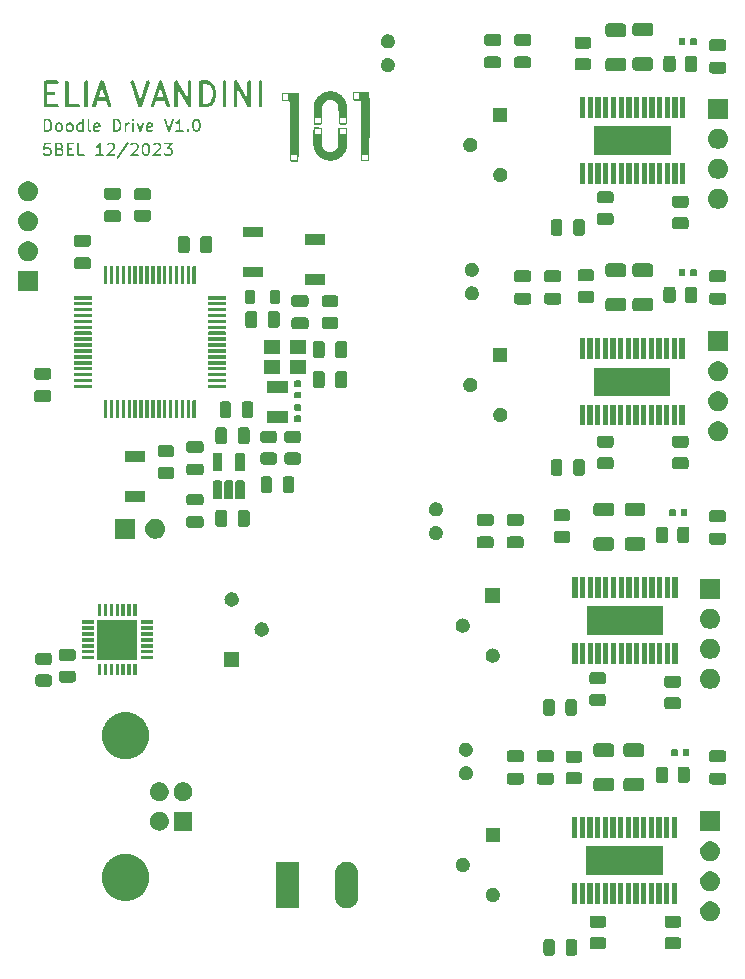
<source format=gbr>
%TF.GenerationSoftware,KiCad,Pcbnew,7.0.9*%
%TF.CreationDate,2023-12-05T19:57:24+01:00*%
%TF.ProjectId,Doodle Drive,446f6f64-6c65-4204-9472-6976652e6b69,1.0V*%
%TF.SameCoordinates,Original*%
%TF.FileFunction,Soldermask,Top*%
%TF.FilePolarity,Negative*%
%FSLAX46Y46*%
G04 Gerber Fmt 4.6, Leading zero omitted, Abs format (unit mm)*
G04 Created by KiCad (PCBNEW 7.0.9) date 2023-12-05 19:57:24*
%MOMM*%
%LPD*%
G01*
G04 APERTURE LIST*
G04 APERTURE END LIST*
G36*
X126622100Y-131520964D02*
G01*
X126670860Y-131526621D01*
X126687520Y-131533977D01*
X126710529Y-131538554D01*
X126735161Y-131555013D01*
X126754414Y-131563514D01*
X126767564Y-131576664D01*
X126789607Y-131591393D01*
X126804335Y-131613435D01*
X126817485Y-131626585D01*
X126825985Y-131645836D01*
X126842446Y-131670471D01*
X126847023Y-131693481D01*
X126854378Y-131710139D01*
X126860033Y-131758889D01*
X126861000Y-131763750D01*
X126861000Y-132676250D01*
X126860032Y-132681112D01*
X126854378Y-132729860D01*
X126847023Y-132746516D01*
X126842446Y-132769529D01*
X126825983Y-132794165D01*
X126817485Y-132813414D01*
X126804337Y-132826561D01*
X126789607Y-132848607D01*
X126767561Y-132863337D01*
X126754414Y-132876485D01*
X126735165Y-132884983D01*
X126710529Y-132901446D01*
X126687516Y-132906023D01*
X126670860Y-132913378D01*
X126622111Y-132919032D01*
X126617250Y-132920000D01*
X126129750Y-132920000D01*
X126124888Y-132919032D01*
X126076139Y-132913378D01*
X126059481Y-132906023D01*
X126036471Y-132901446D01*
X126011836Y-132884985D01*
X125992585Y-132876485D01*
X125979435Y-132863335D01*
X125957393Y-132848607D01*
X125942664Y-132826564D01*
X125929514Y-132813414D01*
X125921013Y-132794161D01*
X125904554Y-132769529D01*
X125899977Y-132746520D01*
X125892621Y-132729860D01*
X125886964Y-132681099D01*
X125886000Y-132676250D01*
X125886000Y-131763750D01*
X125886964Y-131758900D01*
X125892621Y-131710139D01*
X125899977Y-131693477D01*
X125904554Y-131670471D01*
X125921011Y-131645840D01*
X125929514Y-131626585D01*
X125942666Y-131613432D01*
X125957393Y-131591393D01*
X125979432Y-131576666D01*
X125992585Y-131563514D01*
X126011840Y-131555011D01*
X126036471Y-131538554D01*
X126059477Y-131533977D01*
X126076139Y-131526621D01*
X126124901Y-131520964D01*
X126129750Y-131520000D01*
X126617250Y-131520000D01*
X126622100Y-131520964D01*
G37*
G36*
X128497100Y-131520964D02*
G01*
X128545860Y-131526621D01*
X128562520Y-131533977D01*
X128585529Y-131538554D01*
X128610161Y-131555013D01*
X128629414Y-131563514D01*
X128642564Y-131576664D01*
X128664607Y-131591393D01*
X128679335Y-131613435D01*
X128692485Y-131626585D01*
X128700985Y-131645836D01*
X128717446Y-131670471D01*
X128722023Y-131693481D01*
X128729378Y-131710139D01*
X128735033Y-131758889D01*
X128736000Y-131763750D01*
X128736000Y-132676250D01*
X128735032Y-132681112D01*
X128729378Y-132729860D01*
X128722023Y-132746516D01*
X128717446Y-132769529D01*
X128700983Y-132794165D01*
X128692485Y-132813414D01*
X128679337Y-132826561D01*
X128664607Y-132848607D01*
X128642561Y-132863337D01*
X128629414Y-132876485D01*
X128610165Y-132884983D01*
X128585529Y-132901446D01*
X128562516Y-132906023D01*
X128545860Y-132913378D01*
X128497111Y-132919032D01*
X128492250Y-132920000D01*
X128004750Y-132920000D01*
X127999888Y-132919032D01*
X127951139Y-132913378D01*
X127934481Y-132906023D01*
X127911471Y-132901446D01*
X127886836Y-132884985D01*
X127867585Y-132876485D01*
X127854435Y-132863335D01*
X127832393Y-132848607D01*
X127817664Y-132826564D01*
X127804514Y-132813414D01*
X127796013Y-132794161D01*
X127779554Y-132769529D01*
X127774977Y-132746520D01*
X127767621Y-132729860D01*
X127761964Y-132681099D01*
X127761000Y-132676250D01*
X127761000Y-131763750D01*
X127761964Y-131758900D01*
X127767621Y-131710139D01*
X127774977Y-131693477D01*
X127779554Y-131670471D01*
X127796011Y-131645840D01*
X127804514Y-131626585D01*
X127817666Y-131613432D01*
X127832393Y-131591393D01*
X127854432Y-131576666D01*
X127867585Y-131563514D01*
X127886840Y-131555011D01*
X127911471Y-131538554D01*
X127934477Y-131533977D01*
X127951139Y-131526621D01*
X127999901Y-131520964D01*
X128004750Y-131520000D01*
X128492250Y-131520000D01*
X128497100Y-131520964D01*
G37*
G36*
X130940850Y-131350964D02*
G01*
X130991040Y-131356787D01*
X131008189Y-131364359D01*
X131031671Y-131369030D01*
X131056810Y-131385827D01*
X131076696Y-131394608D01*
X131090277Y-131408189D01*
X131112777Y-131423223D01*
X131127810Y-131445722D01*
X131141391Y-131459303D01*
X131150170Y-131479186D01*
X131166970Y-131504329D01*
X131171641Y-131527812D01*
X131179212Y-131544959D01*
X131185033Y-131595139D01*
X131186000Y-131600000D01*
X131186000Y-132125000D01*
X131185032Y-132129863D01*
X131179212Y-132180040D01*
X131171641Y-132197185D01*
X131166970Y-132220671D01*
X131150169Y-132245815D01*
X131141391Y-132265696D01*
X131127812Y-132279274D01*
X131112777Y-132301777D01*
X131090274Y-132316812D01*
X131076696Y-132330391D01*
X131056815Y-132339169D01*
X131031671Y-132355970D01*
X131008185Y-132360641D01*
X130991040Y-132368212D01*
X130940861Y-132374032D01*
X130936000Y-132375000D01*
X130036000Y-132375000D01*
X130031138Y-132374032D01*
X129980959Y-132368212D01*
X129963812Y-132360641D01*
X129940329Y-132355970D01*
X129915186Y-132339170D01*
X129895303Y-132330391D01*
X129881722Y-132316810D01*
X129859223Y-132301777D01*
X129844189Y-132279277D01*
X129830608Y-132265696D01*
X129821827Y-132245810D01*
X129805030Y-132220671D01*
X129800359Y-132197189D01*
X129792787Y-132180040D01*
X129786964Y-132129849D01*
X129786000Y-132125000D01*
X129786000Y-131600000D01*
X129786964Y-131595150D01*
X129792787Y-131544959D01*
X129800359Y-131527808D01*
X129805030Y-131504329D01*
X129821826Y-131479191D01*
X129830608Y-131459303D01*
X129844191Y-131445719D01*
X129859223Y-131423223D01*
X129881719Y-131408191D01*
X129895303Y-131394608D01*
X129915191Y-131385826D01*
X129940329Y-131369030D01*
X129963808Y-131364359D01*
X129980959Y-131356787D01*
X130031151Y-131350964D01*
X130036000Y-131350000D01*
X130936000Y-131350000D01*
X130940850Y-131350964D01*
G37*
G36*
X137290850Y-131350964D02*
G01*
X137341040Y-131356787D01*
X137358189Y-131364359D01*
X137381671Y-131369030D01*
X137406810Y-131385827D01*
X137426696Y-131394608D01*
X137440277Y-131408189D01*
X137462777Y-131423223D01*
X137477810Y-131445722D01*
X137491391Y-131459303D01*
X137500170Y-131479186D01*
X137516970Y-131504329D01*
X137521641Y-131527812D01*
X137529212Y-131544959D01*
X137535033Y-131595139D01*
X137536000Y-131600000D01*
X137536000Y-132125000D01*
X137535032Y-132129863D01*
X137529212Y-132180040D01*
X137521641Y-132197185D01*
X137516970Y-132220671D01*
X137500169Y-132245815D01*
X137491391Y-132265696D01*
X137477812Y-132279274D01*
X137462777Y-132301777D01*
X137440274Y-132316812D01*
X137426696Y-132330391D01*
X137406815Y-132339169D01*
X137381671Y-132355970D01*
X137358185Y-132360641D01*
X137341040Y-132368212D01*
X137290861Y-132374032D01*
X137286000Y-132375000D01*
X136386000Y-132375000D01*
X136381138Y-132374032D01*
X136330959Y-132368212D01*
X136313812Y-132360641D01*
X136290329Y-132355970D01*
X136265186Y-132339170D01*
X136245303Y-132330391D01*
X136231722Y-132316810D01*
X136209223Y-132301777D01*
X136194189Y-132279277D01*
X136180608Y-132265696D01*
X136171827Y-132245810D01*
X136155030Y-132220671D01*
X136150359Y-132197189D01*
X136142787Y-132180040D01*
X136136964Y-132129849D01*
X136136000Y-132125000D01*
X136136000Y-131600000D01*
X136136964Y-131595150D01*
X136142787Y-131544959D01*
X136150359Y-131527808D01*
X136155030Y-131504329D01*
X136171826Y-131479191D01*
X136180608Y-131459303D01*
X136194191Y-131445719D01*
X136209223Y-131423223D01*
X136231719Y-131408191D01*
X136245303Y-131394608D01*
X136265191Y-131385826D01*
X136290329Y-131369030D01*
X136313808Y-131364359D01*
X136330959Y-131356787D01*
X136381151Y-131350964D01*
X136386000Y-131350000D01*
X137286000Y-131350000D01*
X137290850Y-131350964D01*
G37*
G36*
X130940850Y-129525964D02*
G01*
X130991040Y-129531787D01*
X131008189Y-129539359D01*
X131031671Y-129544030D01*
X131056810Y-129560827D01*
X131076696Y-129569608D01*
X131090277Y-129583189D01*
X131112777Y-129598223D01*
X131127810Y-129620722D01*
X131141391Y-129634303D01*
X131150170Y-129654186D01*
X131166970Y-129679329D01*
X131171641Y-129702812D01*
X131179212Y-129719959D01*
X131185033Y-129770139D01*
X131186000Y-129775000D01*
X131186000Y-130300000D01*
X131185032Y-130304863D01*
X131179212Y-130355040D01*
X131171641Y-130372185D01*
X131166970Y-130395671D01*
X131150169Y-130420815D01*
X131141391Y-130440696D01*
X131127812Y-130454274D01*
X131112777Y-130476777D01*
X131090274Y-130491812D01*
X131076696Y-130505391D01*
X131056815Y-130514169D01*
X131031671Y-130530970D01*
X131008185Y-130535641D01*
X130991040Y-130543212D01*
X130940861Y-130549032D01*
X130936000Y-130550000D01*
X130036000Y-130550000D01*
X130031138Y-130549032D01*
X129980959Y-130543212D01*
X129963812Y-130535641D01*
X129940329Y-130530970D01*
X129915186Y-130514170D01*
X129895303Y-130505391D01*
X129881722Y-130491810D01*
X129859223Y-130476777D01*
X129844189Y-130454277D01*
X129830608Y-130440696D01*
X129821827Y-130420810D01*
X129805030Y-130395671D01*
X129800359Y-130372189D01*
X129792787Y-130355040D01*
X129786964Y-130304849D01*
X129786000Y-130300000D01*
X129786000Y-129775000D01*
X129786964Y-129770150D01*
X129792787Y-129719959D01*
X129800359Y-129702808D01*
X129805030Y-129679329D01*
X129821826Y-129654191D01*
X129830608Y-129634303D01*
X129844191Y-129620719D01*
X129859223Y-129598223D01*
X129881719Y-129583191D01*
X129895303Y-129569608D01*
X129915191Y-129560826D01*
X129940329Y-129544030D01*
X129963808Y-129539359D01*
X129980959Y-129531787D01*
X130031151Y-129525964D01*
X130036000Y-129525000D01*
X130936000Y-129525000D01*
X130940850Y-129525964D01*
G37*
G36*
X137290850Y-129525964D02*
G01*
X137341040Y-129531787D01*
X137358189Y-129539359D01*
X137381671Y-129544030D01*
X137406810Y-129560827D01*
X137426696Y-129569608D01*
X137440277Y-129583189D01*
X137462777Y-129598223D01*
X137477810Y-129620722D01*
X137491391Y-129634303D01*
X137500170Y-129654186D01*
X137516970Y-129679329D01*
X137521641Y-129702812D01*
X137529212Y-129719959D01*
X137535033Y-129770139D01*
X137536000Y-129775000D01*
X137536000Y-130300000D01*
X137535032Y-130304863D01*
X137529212Y-130355040D01*
X137521641Y-130372185D01*
X137516970Y-130395671D01*
X137500169Y-130420815D01*
X137491391Y-130440696D01*
X137477812Y-130454274D01*
X137462777Y-130476777D01*
X137440274Y-130491812D01*
X137426696Y-130505391D01*
X137406815Y-130514169D01*
X137381671Y-130530970D01*
X137358185Y-130535641D01*
X137341040Y-130543212D01*
X137290861Y-130549032D01*
X137286000Y-130550000D01*
X136386000Y-130550000D01*
X136381138Y-130549032D01*
X136330959Y-130543212D01*
X136313812Y-130535641D01*
X136290329Y-130530970D01*
X136265186Y-130514170D01*
X136245303Y-130505391D01*
X136231722Y-130491810D01*
X136209223Y-130476777D01*
X136194189Y-130454277D01*
X136180608Y-130440696D01*
X136171827Y-130420810D01*
X136155030Y-130395671D01*
X136150359Y-130372189D01*
X136142787Y-130355040D01*
X136136964Y-130304849D01*
X136136000Y-130300000D01*
X136136000Y-129775000D01*
X136136964Y-129770150D01*
X136142787Y-129719959D01*
X136150359Y-129702808D01*
X136155030Y-129679329D01*
X136171826Y-129654191D01*
X136180608Y-129634303D01*
X136194191Y-129620719D01*
X136209223Y-129598223D01*
X136231719Y-129583191D01*
X136245303Y-129569608D01*
X136265191Y-129560826D01*
X136290329Y-129544030D01*
X136313808Y-129539359D01*
X136330959Y-129531787D01*
X136381151Y-129525964D01*
X136386000Y-129525000D01*
X137286000Y-129525000D01*
X137290850Y-129525964D01*
G37*
G36*
X140273664Y-128363602D02*
G01*
X140436000Y-128435878D01*
X140579761Y-128540327D01*
X140698664Y-128672383D01*
X140787514Y-128826274D01*
X140842425Y-128995275D01*
X140861000Y-129172000D01*
X140842425Y-129348725D01*
X140787514Y-129517726D01*
X140698664Y-129671617D01*
X140579761Y-129803673D01*
X140436000Y-129908122D01*
X140273664Y-129980398D01*
X140099849Y-130017344D01*
X139922151Y-130017344D01*
X139748336Y-129980398D01*
X139586000Y-129908122D01*
X139442239Y-129803673D01*
X139323336Y-129671617D01*
X139234486Y-129517726D01*
X139179575Y-129348725D01*
X139161000Y-129172000D01*
X139179575Y-128995275D01*
X139234486Y-128826274D01*
X139323336Y-128672383D01*
X139442239Y-128540327D01*
X139586000Y-128435878D01*
X139748336Y-128363602D01*
X139922151Y-128326656D01*
X140099849Y-128326656D01*
X140273664Y-128363602D01*
G37*
G36*
X105216000Y-128915000D02*
G01*
X103236000Y-128915000D01*
X103236000Y-124955000D01*
X105216000Y-124955000D01*
X105216000Y-128915000D01*
G37*
G36*
X109299758Y-124962554D02*
G01*
X109375913Y-124966416D01*
X109398591Y-124972287D01*
X109419084Y-124974306D01*
X109493079Y-124996752D01*
X109569832Y-125016625D01*
X109588051Y-125025561D01*
X109604745Y-125030626D01*
X109675778Y-125068594D01*
X109749674Y-125104842D01*
X109763243Y-125115345D01*
X109775850Y-125122084D01*
X109840607Y-125175230D01*
X109908077Y-125227455D01*
X109917218Y-125238103D01*
X109925829Y-125245170D01*
X109981081Y-125312494D01*
X110038556Y-125379444D01*
X110043841Y-125388967D01*
X110048915Y-125395149D01*
X110091675Y-125475147D01*
X110135768Y-125554588D01*
X110138085Y-125561974D01*
X110140373Y-125566254D01*
X110167908Y-125657024D01*
X110195735Y-125745714D01*
X110196200Y-125750291D01*
X110196693Y-125751915D01*
X110206775Y-125854285D01*
X110216000Y-125945000D01*
X110216000Y-127925000D01*
X110210921Y-128025157D01*
X110201174Y-128072585D01*
X110196693Y-128118084D01*
X110181596Y-128167850D01*
X110170598Y-128221369D01*
X110152733Y-128262998D01*
X110140373Y-128303745D01*
X110114375Y-128352381D01*
X110091603Y-128405449D01*
X110067502Y-128440075D01*
X110048915Y-128474850D01*
X110011944Y-128519897D01*
X109977171Y-128569859D01*
X109948843Y-128596786D01*
X109925829Y-128624829D01*
X109878353Y-128663791D01*
X109831985Y-128707868D01*
X109801474Y-128726885D01*
X109775850Y-128747915D01*
X109718881Y-128778365D01*
X109661990Y-128813826D01*
X109631218Y-128825222D01*
X109604745Y-128839373D01*
X109539895Y-128859045D01*
X109474146Y-128883396D01*
X109444802Y-128887891D01*
X109419084Y-128895693D01*
X109348496Y-128902644D01*
X109276143Y-128913729D01*
X109249611Y-128912383D01*
X109226000Y-128914709D01*
X109152261Y-128907446D01*
X109076087Y-128903584D01*
X109053403Y-128897710D01*
X109032915Y-128895693D01*
X108958935Y-128873251D01*
X108882168Y-128853375D01*
X108863945Y-128844436D01*
X108847254Y-128839373D01*
X108776231Y-128801410D01*
X108702326Y-128765158D01*
X108688754Y-128754652D01*
X108676149Y-128747915D01*
X108611395Y-128694772D01*
X108543923Y-128642545D01*
X108534781Y-128631896D01*
X108526170Y-128624829D01*
X108470914Y-128557500D01*
X108413444Y-128490556D01*
X108408158Y-128481033D01*
X108403084Y-128474850D01*
X108360312Y-128394829D01*
X108316232Y-128315412D01*
X108313915Y-128308027D01*
X108311626Y-128303745D01*
X108284070Y-128212908D01*
X108256265Y-128124286D01*
X108255799Y-128119712D01*
X108255306Y-128118084D01*
X108245212Y-128015595D01*
X108236000Y-127925000D01*
X108236000Y-125945000D01*
X108241079Y-125844843D01*
X108250824Y-125797422D01*
X108255306Y-125751915D01*
X108270406Y-125702136D01*
X108281402Y-125648631D01*
X108299262Y-125607012D01*
X108311626Y-125566254D01*
X108337630Y-125517603D01*
X108360397Y-125464551D01*
X108384490Y-125429934D01*
X108403084Y-125395149D01*
X108440065Y-125350087D01*
X108474829Y-125300141D01*
X108503148Y-125273221D01*
X108526170Y-125245170D01*
X108573660Y-125206195D01*
X108620015Y-125162132D01*
X108650515Y-125143120D01*
X108676149Y-125122084D01*
X108733135Y-125091623D01*
X108790010Y-125056174D01*
X108820772Y-125044780D01*
X108847254Y-125030626D01*
X108912124Y-125010947D01*
X108977854Y-124986604D01*
X109007188Y-124982110D01*
X109032915Y-124974306D01*
X109103523Y-124967352D01*
X109175857Y-124956271D01*
X109202381Y-124957616D01*
X109226000Y-124955290D01*
X109299758Y-124962554D01*
G37*
G36*
X128736536Y-126774464D02*
G01*
X128738000Y-126778000D01*
X128738000Y-128518000D01*
X128736536Y-128521536D01*
X128733000Y-128523000D01*
X128721065Y-128523000D01*
X128304935Y-128523000D01*
X128293000Y-128523000D01*
X128289464Y-128521536D01*
X128288000Y-128518000D01*
X128288000Y-126778000D01*
X128289464Y-126774464D01*
X128293000Y-126773000D01*
X128733000Y-126773000D01*
X128736536Y-126774464D01*
G37*
G36*
X129386536Y-126774464D02*
G01*
X129388000Y-126778000D01*
X129388000Y-128518000D01*
X129386536Y-128521536D01*
X129383000Y-128523000D01*
X129371065Y-128523000D01*
X128954935Y-128523000D01*
X128943000Y-128523000D01*
X128939464Y-128521536D01*
X128938000Y-128518000D01*
X128938000Y-126778000D01*
X128939464Y-126774464D01*
X128943000Y-126773000D01*
X129383000Y-126773000D01*
X129386536Y-126774464D01*
G37*
G36*
X130036536Y-126774464D02*
G01*
X130038000Y-126778000D01*
X130038000Y-128518000D01*
X130036536Y-128521536D01*
X130033000Y-128523000D01*
X130021065Y-128523000D01*
X129604935Y-128523000D01*
X129593000Y-128523000D01*
X129589464Y-128521536D01*
X129588000Y-128518000D01*
X129588000Y-126778000D01*
X129589464Y-126774464D01*
X129593000Y-126773000D01*
X130033000Y-126773000D01*
X130036536Y-126774464D01*
G37*
G36*
X130686536Y-126774464D02*
G01*
X130688000Y-126778000D01*
X130688000Y-128518000D01*
X130686536Y-128521536D01*
X130683000Y-128523000D01*
X130671065Y-128523000D01*
X130254935Y-128523000D01*
X130243000Y-128523000D01*
X130239464Y-128521536D01*
X130238000Y-128518000D01*
X130238000Y-126778000D01*
X130239464Y-126774464D01*
X130243000Y-126773000D01*
X130683000Y-126773000D01*
X130686536Y-126774464D01*
G37*
G36*
X131336536Y-126774464D02*
G01*
X131338000Y-126778000D01*
X131338000Y-128518000D01*
X131336536Y-128521536D01*
X131333000Y-128523000D01*
X131321065Y-128523000D01*
X130904935Y-128523000D01*
X130893000Y-128523000D01*
X130889464Y-128521536D01*
X130888000Y-128518000D01*
X130888000Y-126778000D01*
X130889464Y-126774464D01*
X130893000Y-126773000D01*
X131333000Y-126773000D01*
X131336536Y-126774464D01*
G37*
G36*
X131986536Y-126774464D02*
G01*
X131988000Y-126778000D01*
X131988000Y-128518000D01*
X131986536Y-128521536D01*
X131983000Y-128523000D01*
X131971065Y-128523000D01*
X131554935Y-128523000D01*
X131543000Y-128523000D01*
X131539464Y-128521536D01*
X131538000Y-128518000D01*
X131538000Y-126778000D01*
X131539464Y-126774464D01*
X131543000Y-126773000D01*
X131983000Y-126773000D01*
X131986536Y-126774464D01*
G37*
G36*
X132636536Y-126774464D02*
G01*
X132638000Y-126778000D01*
X132638000Y-128518000D01*
X132636536Y-128521536D01*
X132633000Y-128523000D01*
X132621065Y-128523000D01*
X132204935Y-128523000D01*
X132193000Y-128523000D01*
X132189464Y-128521536D01*
X132188000Y-128518000D01*
X132188000Y-126778000D01*
X132189464Y-126774464D01*
X132193000Y-126773000D01*
X132633000Y-126773000D01*
X132636536Y-126774464D01*
G37*
G36*
X133286536Y-126774464D02*
G01*
X133288000Y-126778000D01*
X133288000Y-128518000D01*
X133286536Y-128521536D01*
X133283000Y-128523000D01*
X133271065Y-128523000D01*
X132854935Y-128523000D01*
X132843000Y-128523000D01*
X132839464Y-128521536D01*
X132838000Y-128518000D01*
X132838000Y-126778000D01*
X132839464Y-126774464D01*
X132843000Y-126773000D01*
X133283000Y-126773000D01*
X133286536Y-126774464D01*
G37*
G36*
X133936536Y-126774464D02*
G01*
X133938000Y-126778000D01*
X133938000Y-128518000D01*
X133936536Y-128521536D01*
X133933000Y-128523000D01*
X133921065Y-128523000D01*
X133504935Y-128523000D01*
X133493000Y-128523000D01*
X133489464Y-128521536D01*
X133488000Y-128518000D01*
X133488000Y-126778000D01*
X133489464Y-126774464D01*
X133493000Y-126773000D01*
X133933000Y-126773000D01*
X133936536Y-126774464D01*
G37*
G36*
X134586536Y-126774464D02*
G01*
X134588000Y-126778000D01*
X134588000Y-128518000D01*
X134586536Y-128521536D01*
X134583000Y-128523000D01*
X134571065Y-128523000D01*
X134154935Y-128523000D01*
X134143000Y-128523000D01*
X134139464Y-128521536D01*
X134138000Y-128518000D01*
X134138000Y-126778000D01*
X134139464Y-126774464D01*
X134143000Y-126773000D01*
X134583000Y-126773000D01*
X134586536Y-126774464D01*
G37*
G36*
X135236536Y-126774464D02*
G01*
X135238000Y-126778000D01*
X135238000Y-128518000D01*
X135236536Y-128521536D01*
X135233000Y-128523000D01*
X135221065Y-128523000D01*
X134804935Y-128523000D01*
X134793000Y-128523000D01*
X134789464Y-128521536D01*
X134788000Y-128518000D01*
X134788000Y-126778000D01*
X134789464Y-126774464D01*
X134793000Y-126773000D01*
X135233000Y-126773000D01*
X135236536Y-126774464D01*
G37*
G36*
X135886536Y-126774464D02*
G01*
X135888000Y-126778000D01*
X135888000Y-128518000D01*
X135886536Y-128521536D01*
X135883000Y-128523000D01*
X135871065Y-128523000D01*
X135454935Y-128523000D01*
X135443000Y-128523000D01*
X135439464Y-128521536D01*
X135438000Y-128518000D01*
X135438000Y-126778000D01*
X135439464Y-126774464D01*
X135443000Y-126773000D01*
X135883000Y-126773000D01*
X135886536Y-126774464D01*
G37*
G36*
X136536536Y-126774464D02*
G01*
X136538000Y-126778000D01*
X136538000Y-128518000D01*
X136536536Y-128521536D01*
X136533000Y-128523000D01*
X136521065Y-128523000D01*
X136104935Y-128523000D01*
X136093000Y-128523000D01*
X136089464Y-128521536D01*
X136088000Y-128518000D01*
X136088000Y-126778000D01*
X136089464Y-126774464D01*
X136093000Y-126773000D01*
X136533000Y-126773000D01*
X136536536Y-126774464D01*
G37*
G36*
X137186536Y-126774464D02*
G01*
X137188000Y-126778000D01*
X137188000Y-128518000D01*
X137186536Y-128521536D01*
X137183000Y-128523000D01*
X137171065Y-128523000D01*
X136754935Y-128523000D01*
X136743000Y-128523000D01*
X136739464Y-128521536D01*
X136738000Y-128518000D01*
X136738000Y-126778000D01*
X136739464Y-126774464D01*
X136743000Y-126773000D01*
X137183000Y-126773000D01*
X137186536Y-126774464D01*
G37*
G36*
X121633022Y-127171374D02*
G01*
X121669296Y-127171374D01*
X121710885Y-127181624D01*
X121753491Y-127187234D01*
X121782656Y-127199314D01*
X121811617Y-127206453D01*
X121855530Y-127229500D01*
X121900250Y-127248024D01*
X121920650Y-127263678D01*
X121941417Y-127274577D01*
X121983879Y-127312195D01*
X122026274Y-127344726D01*
X122038322Y-127360427D01*
X122051140Y-127371783D01*
X122087889Y-127425025D01*
X122122976Y-127470750D01*
X122128265Y-127483520D01*
X122134408Y-127492419D01*
X122161053Y-127562676D01*
X122183766Y-127617509D01*
X122184785Y-127625251D01*
X122186389Y-127629480D01*
X122198813Y-127731803D01*
X122204500Y-127775000D01*
X122198812Y-127818200D01*
X122186389Y-127920519D01*
X122184785Y-127924746D01*
X122183766Y-127932491D01*
X122161048Y-127987334D01*
X122134408Y-128057580D01*
X122128266Y-128066477D01*
X122122976Y-128079250D01*
X122087883Y-128124983D01*
X122051140Y-128178216D01*
X122038324Y-128189569D01*
X122026274Y-128205274D01*
X121983870Y-128237811D01*
X121941417Y-128275422D01*
X121920654Y-128286318D01*
X121900250Y-128301976D01*
X121855521Y-128320503D01*
X121811617Y-128343546D01*
X121782661Y-128350683D01*
X121753491Y-128362766D01*
X121710882Y-128368375D01*
X121669296Y-128378626D01*
X121633022Y-128378626D01*
X121596000Y-128383500D01*
X121558978Y-128378626D01*
X121522704Y-128378626D01*
X121481116Y-128368375D01*
X121438509Y-128362766D01*
X121409339Y-128350683D01*
X121380382Y-128343546D01*
X121336474Y-128320501D01*
X121291750Y-128301976D01*
X121271347Y-128286320D01*
X121250582Y-128275422D01*
X121208121Y-128237805D01*
X121165726Y-128205274D01*
X121153677Y-128189572D01*
X121140859Y-128178216D01*
X121104106Y-128124970D01*
X121069024Y-128079250D01*
X121063734Y-128066481D01*
X121057591Y-128057580D01*
X121030939Y-127987305D01*
X121008234Y-127932491D01*
X121007215Y-127924751D01*
X121005610Y-127920519D01*
X120993174Y-127818102D01*
X120987500Y-127775000D01*
X120993174Y-127731900D01*
X121005610Y-127629480D01*
X121007215Y-127625247D01*
X121008234Y-127617509D01*
X121030934Y-127562705D01*
X121057591Y-127492419D01*
X121063735Y-127483516D01*
X121069024Y-127470750D01*
X121104100Y-127425038D01*
X121140859Y-127371783D01*
X121153679Y-127360424D01*
X121165726Y-127344726D01*
X121208113Y-127312200D01*
X121250582Y-127274577D01*
X121271351Y-127263676D01*
X121291750Y-127248024D01*
X121336465Y-127229502D01*
X121380382Y-127206453D01*
X121409344Y-127199314D01*
X121438509Y-127187234D01*
X121481113Y-127181624D01*
X121522704Y-127171374D01*
X121558978Y-127171374D01*
X121596000Y-127166500D01*
X121633022Y-127171374D01*
G37*
G36*
X90570641Y-124286802D02*
G01*
X90639976Y-124286802D01*
X90715193Y-124297140D01*
X90788130Y-124302357D01*
X90848169Y-124315417D01*
X90910383Y-124323969D01*
X90989919Y-124346253D01*
X91066965Y-124363014D01*
X91118976Y-124382413D01*
X91173208Y-124397608D01*
X91255196Y-124433220D01*
X91334330Y-124462736D01*
X91377824Y-124486485D01*
X91423568Y-124506355D01*
X91505865Y-124556401D01*
X91584782Y-124599493D01*
X91619653Y-124625597D01*
X91656777Y-124648173D01*
X91737050Y-124713480D01*
X91813221Y-124770501D01*
X91839762Y-124797042D01*
X91868512Y-124820432D01*
X91944282Y-124901562D01*
X92014999Y-124972279D01*
X92033869Y-124997486D01*
X92054815Y-125019914D01*
X92123507Y-125117228D01*
X92186007Y-125200718D01*
X92198189Y-125223029D01*
X92212219Y-125242904D01*
X92271253Y-125356836D01*
X92322764Y-125451170D01*
X92329521Y-125469287D01*
X92337791Y-125485247D01*
X92384625Y-125617028D01*
X92422486Y-125718535D01*
X92425302Y-125731480D01*
X92429200Y-125742448D01*
X92461480Y-125897787D01*
X92483143Y-125997370D01*
X92483651Y-126004482D01*
X92484733Y-126009686D01*
X92500269Y-126236835D01*
X92503500Y-126282000D01*
X92500269Y-126327167D01*
X92484733Y-126554313D01*
X92483651Y-126559515D01*
X92483143Y-126566630D01*
X92461475Y-126666233D01*
X92429200Y-126821551D01*
X92425302Y-126832517D01*
X92422486Y-126845465D01*
X92384618Y-126946991D01*
X92337791Y-127078752D01*
X92329522Y-127094708D01*
X92322764Y-127112830D01*
X92271243Y-127207182D01*
X92212219Y-127321095D01*
X92198192Y-127340966D01*
X92186007Y-127363282D01*
X92123494Y-127446788D01*
X92054815Y-127544085D01*
X92033872Y-127566508D01*
X92014999Y-127591721D01*
X91944268Y-127662451D01*
X91868512Y-127743567D01*
X91839768Y-127766951D01*
X91813221Y-127793499D01*
X91737034Y-127850531D01*
X91656777Y-127915826D01*
X91619660Y-127938396D01*
X91584782Y-127964507D01*
X91505849Y-128007607D01*
X91423568Y-128057644D01*
X91377833Y-128077509D01*
X91334330Y-128101264D01*
X91255180Y-128130785D01*
X91173208Y-128166391D01*
X91118987Y-128181582D01*
X91066965Y-128200986D01*
X90989903Y-128217749D01*
X90910383Y-128240030D01*
X90848179Y-128248580D01*
X90788130Y-128261643D01*
X90715189Y-128266859D01*
X90639976Y-128277198D01*
X90570641Y-128277198D01*
X90503500Y-128282000D01*
X90436359Y-128277198D01*
X90367024Y-128277198D01*
X90291810Y-128266859D01*
X90218870Y-128261643D01*
X90158821Y-128248580D01*
X90096616Y-128240030D01*
X90017092Y-128217748D01*
X89940035Y-128200986D01*
X89888015Y-128181583D01*
X89833791Y-128166391D01*
X89751812Y-128130782D01*
X89672670Y-128101264D01*
X89629170Y-128077511D01*
X89583431Y-128057644D01*
X89501140Y-128007602D01*
X89422218Y-127964507D01*
X89387343Y-127938400D01*
X89350222Y-127915826D01*
X89269952Y-127850522D01*
X89193779Y-127793499D01*
X89167236Y-127766956D01*
X89138487Y-127743567D01*
X89062716Y-127662436D01*
X88992001Y-127591721D01*
X88973131Y-127566513D01*
X88952184Y-127544085D01*
X88883487Y-127446764D01*
X88820993Y-127363282D01*
X88808811Y-127340972D01*
X88794780Y-127321095D01*
X88735736Y-127207146D01*
X88684236Y-127112830D01*
X88677479Y-127094715D01*
X88669208Y-127078752D01*
X88622360Y-126946935D01*
X88584514Y-126845465D01*
X88581698Y-126832524D01*
X88577799Y-126821551D01*
X88545502Y-126666131D01*
X88523857Y-126566630D01*
X88523348Y-126559523D01*
X88522266Y-126554313D01*
X88506707Y-126326847D01*
X88503500Y-126282000D01*
X88506707Y-126237156D01*
X88522266Y-126009686D01*
X88523348Y-126004475D01*
X88523857Y-125997370D01*
X88545497Y-125897890D01*
X88577799Y-125742448D01*
X88581699Y-125731473D01*
X88584514Y-125718535D01*
X88622352Y-125617085D01*
X88669208Y-125485247D01*
X88677481Y-125469280D01*
X88684236Y-125451170D01*
X88735726Y-125356871D01*
X88794780Y-125242904D01*
X88808813Y-125223023D01*
X88820993Y-125200718D01*
X88883475Y-125117251D01*
X88952184Y-125019914D01*
X88973134Y-124997480D01*
X88992001Y-124972279D01*
X89062702Y-124901577D01*
X89138487Y-124820432D01*
X89167241Y-124797038D01*
X89193779Y-124770501D01*
X89269937Y-124713489D01*
X89350222Y-124648173D01*
X89387350Y-124625594D01*
X89422218Y-124599493D01*
X89501124Y-124556406D01*
X89583431Y-124506355D01*
X89629179Y-124486483D01*
X89672670Y-124462736D01*
X89751796Y-124433223D01*
X89833791Y-124397608D01*
X89888026Y-124382412D01*
X89940035Y-124363014D01*
X90017076Y-124346254D01*
X90096616Y-124323969D01*
X90158831Y-124315417D01*
X90218870Y-124302357D01*
X90291806Y-124297140D01*
X90367024Y-124286802D01*
X90436359Y-124286802D01*
X90503500Y-124282000D01*
X90570641Y-124286802D01*
G37*
G36*
X140273664Y-125823602D02*
G01*
X140436000Y-125895878D01*
X140579761Y-126000327D01*
X140698664Y-126132383D01*
X140787514Y-126286274D01*
X140842425Y-126455275D01*
X140861000Y-126632000D01*
X140842425Y-126808725D01*
X140787514Y-126977726D01*
X140698664Y-127131617D01*
X140579761Y-127263673D01*
X140436000Y-127368122D01*
X140273664Y-127440398D01*
X140099849Y-127477344D01*
X139922151Y-127477344D01*
X139748336Y-127440398D01*
X139586000Y-127368122D01*
X139442239Y-127263673D01*
X139323336Y-127131617D01*
X139234486Y-126977726D01*
X139179575Y-126808725D01*
X139161000Y-126632000D01*
X139179575Y-126455275D01*
X139234486Y-126286274D01*
X139323336Y-126132383D01*
X139442239Y-126000327D01*
X139586000Y-125895878D01*
X139748336Y-125823602D01*
X139922151Y-125786656D01*
X140099849Y-125786656D01*
X140273664Y-125823602D01*
G37*
G36*
X135971536Y-123644464D02*
G01*
X135973000Y-123648000D01*
X135973000Y-126048000D01*
X135971536Y-126051536D01*
X135968000Y-126053000D01*
X135956065Y-126053000D01*
X129519935Y-126053000D01*
X129508000Y-126053000D01*
X129504464Y-126051536D01*
X129503000Y-126048000D01*
X129503000Y-123648000D01*
X129504464Y-123644464D01*
X129508000Y-123643000D01*
X135968000Y-123643000D01*
X135971536Y-123644464D01*
G37*
G36*
X119093022Y-124631374D02*
G01*
X119129296Y-124631374D01*
X119170885Y-124641624D01*
X119213491Y-124647234D01*
X119242656Y-124659314D01*
X119271617Y-124666453D01*
X119315530Y-124689500D01*
X119360250Y-124708024D01*
X119380650Y-124723678D01*
X119401417Y-124734577D01*
X119443879Y-124772195D01*
X119486274Y-124804726D01*
X119498322Y-124820427D01*
X119511140Y-124831783D01*
X119547889Y-124885025D01*
X119582976Y-124930750D01*
X119588265Y-124943520D01*
X119594408Y-124952419D01*
X119621053Y-125022676D01*
X119643766Y-125077509D01*
X119644785Y-125085251D01*
X119646389Y-125089480D01*
X119658813Y-125191803D01*
X119664500Y-125235000D01*
X119658812Y-125278200D01*
X119646389Y-125380519D01*
X119644785Y-125384746D01*
X119643766Y-125392491D01*
X119621048Y-125447334D01*
X119594408Y-125517580D01*
X119588266Y-125526477D01*
X119582976Y-125539250D01*
X119547883Y-125584983D01*
X119511140Y-125638216D01*
X119498324Y-125649569D01*
X119486274Y-125665274D01*
X119443870Y-125697811D01*
X119401417Y-125735422D01*
X119380654Y-125746318D01*
X119360250Y-125761976D01*
X119315521Y-125780503D01*
X119271617Y-125803546D01*
X119242661Y-125810683D01*
X119213491Y-125822766D01*
X119170882Y-125828375D01*
X119129296Y-125838626D01*
X119093022Y-125838626D01*
X119056000Y-125843500D01*
X119018978Y-125838626D01*
X118982704Y-125838626D01*
X118941116Y-125828375D01*
X118898509Y-125822766D01*
X118869339Y-125810683D01*
X118840382Y-125803546D01*
X118796474Y-125780501D01*
X118751750Y-125761976D01*
X118731347Y-125746320D01*
X118710582Y-125735422D01*
X118668121Y-125697805D01*
X118625726Y-125665274D01*
X118613677Y-125649572D01*
X118600859Y-125638216D01*
X118564106Y-125584970D01*
X118529024Y-125539250D01*
X118523734Y-125526481D01*
X118517591Y-125517580D01*
X118490939Y-125447305D01*
X118468234Y-125392491D01*
X118467215Y-125384751D01*
X118465610Y-125380519D01*
X118453174Y-125278102D01*
X118447500Y-125235000D01*
X118453174Y-125191900D01*
X118465610Y-125089480D01*
X118467215Y-125085247D01*
X118468234Y-125077509D01*
X118490934Y-125022705D01*
X118517591Y-124952419D01*
X118523735Y-124943516D01*
X118529024Y-124930750D01*
X118564100Y-124885038D01*
X118600859Y-124831783D01*
X118613679Y-124820424D01*
X118625726Y-124804726D01*
X118668113Y-124772200D01*
X118710582Y-124734577D01*
X118731351Y-124723676D01*
X118751750Y-124708024D01*
X118796465Y-124689502D01*
X118840382Y-124666453D01*
X118869344Y-124659314D01*
X118898509Y-124647234D01*
X118941113Y-124641624D01*
X118982704Y-124631374D01*
X119018978Y-124631374D01*
X119056000Y-124626500D01*
X119093022Y-124631374D01*
G37*
G36*
X140273664Y-123283602D02*
G01*
X140436000Y-123355878D01*
X140579761Y-123460327D01*
X140698664Y-123592383D01*
X140787514Y-123746274D01*
X140842425Y-123915275D01*
X140861000Y-124092000D01*
X140842425Y-124268725D01*
X140787514Y-124437726D01*
X140698664Y-124591617D01*
X140579761Y-124723673D01*
X140436000Y-124828122D01*
X140273664Y-124900398D01*
X140099849Y-124937344D01*
X139922151Y-124937344D01*
X139748336Y-124900398D01*
X139586000Y-124828122D01*
X139442239Y-124723673D01*
X139323336Y-124591617D01*
X139234486Y-124437726D01*
X139179575Y-124268725D01*
X139161000Y-124092000D01*
X139179575Y-123915275D01*
X139234486Y-123746274D01*
X139323336Y-123592383D01*
X139442239Y-123460327D01*
X139586000Y-123355878D01*
X139748336Y-123283602D01*
X139922151Y-123246656D01*
X140099849Y-123246656D01*
X140273664Y-123283602D01*
G37*
G36*
X122204500Y-123303500D02*
G01*
X120987500Y-123303500D01*
X120987500Y-122086500D01*
X122204500Y-122086500D01*
X122204500Y-123303500D01*
G37*
G36*
X128736536Y-121174464D02*
G01*
X128738000Y-121178000D01*
X128738000Y-122918000D01*
X128736536Y-122921536D01*
X128733000Y-122923000D01*
X128721065Y-122923000D01*
X128304935Y-122923000D01*
X128293000Y-122923000D01*
X128289464Y-122921536D01*
X128288000Y-122918000D01*
X128288000Y-121178000D01*
X128289464Y-121174464D01*
X128293000Y-121173000D01*
X128733000Y-121173000D01*
X128736536Y-121174464D01*
G37*
G36*
X129386536Y-121174464D02*
G01*
X129388000Y-121178000D01*
X129388000Y-122918000D01*
X129386536Y-122921536D01*
X129383000Y-122923000D01*
X129371065Y-122923000D01*
X128954935Y-122923000D01*
X128943000Y-122923000D01*
X128939464Y-122921536D01*
X128938000Y-122918000D01*
X128938000Y-121178000D01*
X128939464Y-121174464D01*
X128943000Y-121173000D01*
X129383000Y-121173000D01*
X129386536Y-121174464D01*
G37*
G36*
X130036536Y-121174464D02*
G01*
X130038000Y-121178000D01*
X130038000Y-122918000D01*
X130036536Y-122921536D01*
X130033000Y-122923000D01*
X130021065Y-122923000D01*
X129604935Y-122923000D01*
X129593000Y-122923000D01*
X129589464Y-122921536D01*
X129588000Y-122918000D01*
X129588000Y-121178000D01*
X129589464Y-121174464D01*
X129593000Y-121173000D01*
X130033000Y-121173000D01*
X130036536Y-121174464D01*
G37*
G36*
X130686536Y-121174464D02*
G01*
X130688000Y-121178000D01*
X130688000Y-122918000D01*
X130686536Y-122921536D01*
X130683000Y-122923000D01*
X130671065Y-122923000D01*
X130254935Y-122923000D01*
X130243000Y-122923000D01*
X130239464Y-122921536D01*
X130238000Y-122918000D01*
X130238000Y-121178000D01*
X130239464Y-121174464D01*
X130243000Y-121173000D01*
X130683000Y-121173000D01*
X130686536Y-121174464D01*
G37*
G36*
X131336536Y-121174464D02*
G01*
X131338000Y-121178000D01*
X131338000Y-122918000D01*
X131336536Y-122921536D01*
X131333000Y-122923000D01*
X131321065Y-122923000D01*
X130904935Y-122923000D01*
X130893000Y-122923000D01*
X130889464Y-122921536D01*
X130888000Y-122918000D01*
X130888000Y-121178000D01*
X130889464Y-121174464D01*
X130893000Y-121173000D01*
X131333000Y-121173000D01*
X131336536Y-121174464D01*
G37*
G36*
X131986536Y-121174464D02*
G01*
X131988000Y-121178000D01*
X131988000Y-122918000D01*
X131986536Y-122921536D01*
X131983000Y-122923000D01*
X131971065Y-122923000D01*
X131554935Y-122923000D01*
X131543000Y-122923000D01*
X131539464Y-122921536D01*
X131538000Y-122918000D01*
X131538000Y-121178000D01*
X131539464Y-121174464D01*
X131543000Y-121173000D01*
X131983000Y-121173000D01*
X131986536Y-121174464D01*
G37*
G36*
X132636536Y-121174464D02*
G01*
X132638000Y-121178000D01*
X132638000Y-122918000D01*
X132636536Y-122921536D01*
X132633000Y-122923000D01*
X132621065Y-122923000D01*
X132204935Y-122923000D01*
X132193000Y-122923000D01*
X132189464Y-122921536D01*
X132188000Y-122918000D01*
X132188000Y-121178000D01*
X132189464Y-121174464D01*
X132193000Y-121173000D01*
X132633000Y-121173000D01*
X132636536Y-121174464D01*
G37*
G36*
X133286536Y-121174464D02*
G01*
X133288000Y-121178000D01*
X133288000Y-122918000D01*
X133286536Y-122921536D01*
X133283000Y-122923000D01*
X133271065Y-122923000D01*
X132854935Y-122923000D01*
X132843000Y-122923000D01*
X132839464Y-122921536D01*
X132838000Y-122918000D01*
X132838000Y-121178000D01*
X132839464Y-121174464D01*
X132843000Y-121173000D01*
X133283000Y-121173000D01*
X133286536Y-121174464D01*
G37*
G36*
X133936536Y-121174464D02*
G01*
X133938000Y-121178000D01*
X133938000Y-122918000D01*
X133936536Y-122921536D01*
X133933000Y-122923000D01*
X133921065Y-122923000D01*
X133504935Y-122923000D01*
X133493000Y-122923000D01*
X133489464Y-122921536D01*
X133488000Y-122918000D01*
X133488000Y-121178000D01*
X133489464Y-121174464D01*
X133493000Y-121173000D01*
X133933000Y-121173000D01*
X133936536Y-121174464D01*
G37*
G36*
X134586536Y-121174464D02*
G01*
X134588000Y-121178000D01*
X134588000Y-122918000D01*
X134586536Y-122921536D01*
X134583000Y-122923000D01*
X134571065Y-122923000D01*
X134154935Y-122923000D01*
X134143000Y-122923000D01*
X134139464Y-122921536D01*
X134138000Y-122918000D01*
X134138000Y-121178000D01*
X134139464Y-121174464D01*
X134143000Y-121173000D01*
X134583000Y-121173000D01*
X134586536Y-121174464D01*
G37*
G36*
X135236536Y-121174464D02*
G01*
X135238000Y-121178000D01*
X135238000Y-122918000D01*
X135236536Y-122921536D01*
X135233000Y-122923000D01*
X135221065Y-122923000D01*
X134804935Y-122923000D01*
X134793000Y-122923000D01*
X134789464Y-122921536D01*
X134788000Y-122918000D01*
X134788000Y-121178000D01*
X134789464Y-121174464D01*
X134793000Y-121173000D01*
X135233000Y-121173000D01*
X135236536Y-121174464D01*
G37*
G36*
X135886536Y-121174464D02*
G01*
X135888000Y-121178000D01*
X135888000Y-122918000D01*
X135886536Y-122921536D01*
X135883000Y-122923000D01*
X135871065Y-122923000D01*
X135454935Y-122923000D01*
X135443000Y-122923000D01*
X135439464Y-122921536D01*
X135438000Y-122918000D01*
X135438000Y-121178000D01*
X135439464Y-121174464D01*
X135443000Y-121173000D01*
X135883000Y-121173000D01*
X135886536Y-121174464D01*
G37*
G36*
X136536536Y-121174464D02*
G01*
X136538000Y-121178000D01*
X136538000Y-122918000D01*
X136536536Y-122921536D01*
X136533000Y-122923000D01*
X136521065Y-122923000D01*
X136104935Y-122923000D01*
X136093000Y-122923000D01*
X136089464Y-122921536D01*
X136088000Y-122918000D01*
X136088000Y-121178000D01*
X136089464Y-121174464D01*
X136093000Y-121173000D01*
X136533000Y-121173000D01*
X136536536Y-121174464D01*
G37*
G36*
X137186536Y-121174464D02*
G01*
X137188000Y-121178000D01*
X137188000Y-122918000D01*
X137186536Y-122921536D01*
X137183000Y-122923000D01*
X137171065Y-122923000D01*
X136754935Y-122923000D01*
X136743000Y-122923000D01*
X136739464Y-122921536D01*
X136738000Y-122918000D01*
X136738000Y-121178000D01*
X136739464Y-121174464D01*
X136743000Y-121173000D01*
X137183000Y-121173000D01*
X137186536Y-121174464D01*
G37*
G36*
X140861000Y-122402000D02*
G01*
X139161000Y-122402000D01*
X139161000Y-120702000D01*
X140861000Y-120702000D01*
X140861000Y-122402000D01*
G37*
G36*
X93405311Y-120736711D02*
G01*
X93447088Y-120736711D01*
X93494218Y-120746728D01*
X93541517Y-120752058D01*
X93575908Y-120764092D01*
X93610610Y-120771468D01*
X93660617Y-120793733D01*
X93710607Y-120811225D01*
X93736628Y-120827575D01*
X93763335Y-120839466D01*
X93813133Y-120875646D01*
X93862292Y-120906535D01*
X93879944Y-120924187D01*
X93898584Y-120937730D01*
X93944665Y-120988908D01*
X93988965Y-121033208D01*
X93999154Y-121049424D01*
X94010446Y-121061965D01*
X94049073Y-121128870D01*
X94084275Y-121184893D01*
X94088670Y-121197453D01*
X94094035Y-121206746D01*
X94121510Y-121291305D01*
X94143442Y-121353983D01*
X94144273Y-121361363D01*
X94145695Y-121365738D01*
X94158576Y-121488306D01*
X94163500Y-121532000D01*
X94158576Y-121575697D01*
X94145695Y-121698261D01*
X94144273Y-121702635D01*
X94143442Y-121710017D01*
X94121505Y-121772707D01*
X94094035Y-121857253D01*
X94088671Y-121866543D01*
X94084275Y-121879107D01*
X94049066Y-121935140D01*
X94010446Y-122002034D01*
X93999156Y-122014572D01*
X93988965Y-122030792D01*
X93944655Y-122075101D01*
X93898584Y-122126269D01*
X93879948Y-122139808D01*
X93862292Y-122157465D01*
X93813123Y-122188359D01*
X93763335Y-122224533D01*
X93736634Y-122236421D01*
X93710607Y-122252775D01*
X93660607Y-122270270D01*
X93610610Y-122292531D01*
X93575914Y-122299905D01*
X93541517Y-122311942D01*
X93494215Y-122317271D01*
X93447088Y-122327289D01*
X93405311Y-122327289D01*
X93363500Y-122332000D01*
X93321689Y-122327289D01*
X93279912Y-122327289D01*
X93232784Y-122317271D01*
X93185483Y-122311942D01*
X93151086Y-122299906D01*
X93116389Y-122292531D01*
X93066387Y-122270268D01*
X93016393Y-122252775D01*
X92990368Y-122236422D01*
X92963664Y-122224533D01*
X92913869Y-122188355D01*
X92864708Y-122157465D01*
X92847054Y-122139811D01*
X92828415Y-122126269D01*
X92782333Y-122075090D01*
X92738035Y-122030792D01*
X92727845Y-122014575D01*
X92716553Y-122002034D01*
X92677920Y-121935120D01*
X92642725Y-121879107D01*
X92638330Y-121866547D01*
X92632964Y-121857253D01*
X92605480Y-121772667D01*
X92583558Y-121710017D01*
X92582726Y-121702639D01*
X92581304Y-121698261D01*
X92568408Y-121575565D01*
X92563500Y-121532000D01*
X92568408Y-121488438D01*
X92581304Y-121365738D01*
X92582726Y-121361358D01*
X92583558Y-121353983D01*
X92605475Y-121291345D01*
X92632964Y-121206746D01*
X92638331Y-121197449D01*
X92642725Y-121184893D01*
X92677913Y-121128890D01*
X92716553Y-121061965D01*
X92727847Y-121049421D01*
X92738035Y-121033208D01*
X92782326Y-120988916D01*
X92828417Y-120937728D01*
X92847059Y-120924183D01*
X92864708Y-120906535D01*
X92913854Y-120875654D01*
X92963662Y-120839467D01*
X92990373Y-120827574D01*
X93016393Y-120811225D01*
X93066377Y-120793734D01*
X93116389Y-120771468D01*
X93151092Y-120764091D01*
X93185483Y-120752058D01*
X93232781Y-120746728D01*
X93279912Y-120736711D01*
X93321689Y-120736711D01*
X93363500Y-120732000D01*
X93405311Y-120736711D01*
G37*
G36*
X96163500Y-122332000D02*
G01*
X94563500Y-122332000D01*
X94563500Y-120732000D01*
X96163500Y-120732000D01*
X96163500Y-122332000D01*
G37*
G36*
X93405311Y-118236711D02*
G01*
X93447088Y-118236711D01*
X93494218Y-118246728D01*
X93541517Y-118252058D01*
X93575908Y-118264092D01*
X93610610Y-118271468D01*
X93660617Y-118293733D01*
X93710607Y-118311225D01*
X93736628Y-118327575D01*
X93763335Y-118339466D01*
X93813133Y-118375646D01*
X93862292Y-118406535D01*
X93879944Y-118424187D01*
X93898584Y-118437730D01*
X93944665Y-118488908D01*
X93988965Y-118533208D01*
X93999154Y-118549424D01*
X94010446Y-118561965D01*
X94049073Y-118628870D01*
X94084275Y-118684893D01*
X94088670Y-118697453D01*
X94094035Y-118706746D01*
X94121510Y-118791305D01*
X94143442Y-118853983D01*
X94144273Y-118861363D01*
X94145695Y-118865738D01*
X94158576Y-118988306D01*
X94163500Y-119032000D01*
X94158576Y-119075697D01*
X94145695Y-119198261D01*
X94144273Y-119202635D01*
X94143442Y-119210017D01*
X94121505Y-119272707D01*
X94094035Y-119357253D01*
X94088671Y-119366543D01*
X94084275Y-119379107D01*
X94049066Y-119435140D01*
X94010446Y-119502034D01*
X93999156Y-119514572D01*
X93988965Y-119530792D01*
X93944655Y-119575101D01*
X93898584Y-119626269D01*
X93879948Y-119639808D01*
X93862292Y-119657465D01*
X93813123Y-119688359D01*
X93763335Y-119724533D01*
X93736634Y-119736421D01*
X93710607Y-119752775D01*
X93660607Y-119770270D01*
X93610610Y-119792531D01*
X93575914Y-119799905D01*
X93541517Y-119811942D01*
X93494215Y-119817271D01*
X93447088Y-119827289D01*
X93405311Y-119827289D01*
X93363500Y-119832000D01*
X93321689Y-119827289D01*
X93279912Y-119827289D01*
X93232784Y-119817271D01*
X93185483Y-119811942D01*
X93151086Y-119799906D01*
X93116389Y-119792531D01*
X93066387Y-119770268D01*
X93016393Y-119752775D01*
X92990368Y-119736422D01*
X92963664Y-119724533D01*
X92913869Y-119688355D01*
X92864708Y-119657465D01*
X92847054Y-119639811D01*
X92828415Y-119626269D01*
X92782333Y-119575090D01*
X92738035Y-119530792D01*
X92727845Y-119514575D01*
X92716553Y-119502034D01*
X92677920Y-119435120D01*
X92642725Y-119379107D01*
X92638330Y-119366547D01*
X92632964Y-119357253D01*
X92605480Y-119272667D01*
X92583558Y-119210017D01*
X92582726Y-119202639D01*
X92581304Y-119198261D01*
X92568408Y-119075565D01*
X92563500Y-119032000D01*
X92568408Y-118988438D01*
X92581304Y-118865738D01*
X92582726Y-118861358D01*
X92583558Y-118853983D01*
X92605475Y-118791345D01*
X92632964Y-118706746D01*
X92638331Y-118697449D01*
X92642725Y-118684893D01*
X92677913Y-118628890D01*
X92716553Y-118561965D01*
X92727847Y-118549421D01*
X92738035Y-118533208D01*
X92782326Y-118488916D01*
X92828417Y-118437728D01*
X92847059Y-118424183D01*
X92864708Y-118406535D01*
X92913854Y-118375654D01*
X92963662Y-118339467D01*
X92990373Y-118327574D01*
X93016393Y-118311225D01*
X93066377Y-118293734D01*
X93116389Y-118271468D01*
X93151092Y-118264091D01*
X93185483Y-118252058D01*
X93232781Y-118246728D01*
X93279912Y-118236711D01*
X93321689Y-118236711D01*
X93363500Y-118232000D01*
X93405311Y-118236711D01*
G37*
G36*
X95405311Y-118236711D02*
G01*
X95447088Y-118236711D01*
X95494218Y-118246728D01*
X95541517Y-118252058D01*
X95575908Y-118264092D01*
X95610610Y-118271468D01*
X95660617Y-118293733D01*
X95710607Y-118311225D01*
X95736628Y-118327575D01*
X95763335Y-118339466D01*
X95813133Y-118375646D01*
X95862292Y-118406535D01*
X95879944Y-118424187D01*
X95898584Y-118437730D01*
X95944665Y-118488908D01*
X95988965Y-118533208D01*
X95999154Y-118549424D01*
X96010446Y-118561965D01*
X96049073Y-118628870D01*
X96084275Y-118684893D01*
X96088670Y-118697453D01*
X96094035Y-118706746D01*
X96121510Y-118791305D01*
X96143442Y-118853983D01*
X96144273Y-118861363D01*
X96145695Y-118865738D01*
X96158576Y-118988306D01*
X96163500Y-119032000D01*
X96158576Y-119075697D01*
X96145695Y-119198261D01*
X96144273Y-119202635D01*
X96143442Y-119210017D01*
X96121505Y-119272707D01*
X96094035Y-119357253D01*
X96088671Y-119366543D01*
X96084275Y-119379107D01*
X96049066Y-119435140D01*
X96010446Y-119502034D01*
X95999156Y-119514572D01*
X95988965Y-119530792D01*
X95944655Y-119575101D01*
X95898584Y-119626269D01*
X95879948Y-119639808D01*
X95862292Y-119657465D01*
X95813123Y-119688359D01*
X95763335Y-119724533D01*
X95736634Y-119736421D01*
X95710607Y-119752775D01*
X95660607Y-119770270D01*
X95610610Y-119792531D01*
X95575914Y-119799905D01*
X95541517Y-119811942D01*
X95494215Y-119817271D01*
X95447088Y-119827289D01*
X95405311Y-119827289D01*
X95363500Y-119832000D01*
X95321689Y-119827289D01*
X95279912Y-119827289D01*
X95232784Y-119817271D01*
X95185483Y-119811942D01*
X95151086Y-119799906D01*
X95116389Y-119792531D01*
X95066387Y-119770268D01*
X95016393Y-119752775D01*
X94990368Y-119736422D01*
X94963664Y-119724533D01*
X94913869Y-119688355D01*
X94864708Y-119657465D01*
X94847054Y-119639811D01*
X94828415Y-119626269D01*
X94782333Y-119575090D01*
X94738035Y-119530792D01*
X94727845Y-119514575D01*
X94716553Y-119502034D01*
X94677920Y-119435120D01*
X94642725Y-119379107D01*
X94638330Y-119366547D01*
X94632964Y-119357253D01*
X94605480Y-119272667D01*
X94583558Y-119210017D01*
X94582726Y-119202639D01*
X94581304Y-119198261D01*
X94568408Y-119075565D01*
X94563500Y-119032000D01*
X94568408Y-118988438D01*
X94581304Y-118865738D01*
X94582726Y-118861358D01*
X94583558Y-118853983D01*
X94605475Y-118791345D01*
X94632964Y-118706746D01*
X94638331Y-118697449D01*
X94642725Y-118684893D01*
X94677913Y-118628890D01*
X94716553Y-118561965D01*
X94727847Y-118549421D01*
X94738035Y-118533208D01*
X94782326Y-118488916D01*
X94828417Y-118437728D01*
X94847059Y-118424183D01*
X94864708Y-118406535D01*
X94913854Y-118375654D01*
X94963662Y-118339467D01*
X94990373Y-118327574D01*
X95016393Y-118311225D01*
X95066377Y-118293734D01*
X95116389Y-118271468D01*
X95151092Y-118264091D01*
X95185483Y-118252058D01*
X95232781Y-118246728D01*
X95279912Y-118236711D01*
X95321689Y-118236711D01*
X95363500Y-118232000D01*
X95405311Y-118236711D01*
G37*
G36*
X131623850Y-117880964D02*
G01*
X131674040Y-117886787D01*
X131691189Y-117894359D01*
X131714671Y-117899030D01*
X131739810Y-117915827D01*
X131759696Y-117924608D01*
X131773277Y-117938189D01*
X131795777Y-117953223D01*
X131810810Y-117975722D01*
X131824391Y-117989303D01*
X131833170Y-118009186D01*
X131849970Y-118034329D01*
X131854641Y-118057812D01*
X131862212Y-118074959D01*
X131868033Y-118125139D01*
X131869000Y-118130000D01*
X131869000Y-118755000D01*
X131868032Y-118759863D01*
X131862212Y-118810040D01*
X131854641Y-118827185D01*
X131849970Y-118850671D01*
X131833169Y-118875815D01*
X131824391Y-118895696D01*
X131810812Y-118909274D01*
X131795777Y-118931777D01*
X131773274Y-118946812D01*
X131759696Y-118960391D01*
X131739815Y-118969169D01*
X131714671Y-118985970D01*
X131691185Y-118990641D01*
X131674040Y-118998212D01*
X131623861Y-119004032D01*
X131619000Y-119005000D01*
X130369000Y-119005000D01*
X130364138Y-119004032D01*
X130313959Y-118998212D01*
X130296812Y-118990641D01*
X130273329Y-118985970D01*
X130248186Y-118969170D01*
X130228303Y-118960391D01*
X130214722Y-118946810D01*
X130192223Y-118931777D01*
X130177189Y-118909277D01*
X130163608Y-118895696D01*
X130154827Y-118875810D01*
X130138030Y-118850671D01*
X130133359Y-118827189D01*
X130125787Y-118810040D01*
X130119964Y-118759849D01*
X130119000Y-118755000D01*
X130119000Y-118130000D01*
X130119964Y-118125150D01*
X130125787Y-118074959D01*
X130133359Y-118057808D01*
X130138030Y-118034329D01*
X130154826Y-118009191D01*
X130163608Y-117989303D01*
X130177191Y-117975719D01*
X130192223Y-117953223D01*
X130214719Y-117938191D01*
X130228303Y-117924608D01*
X130248191Y-117915826D01*
X130273329Y-117899030D01*
X130296808Y-117894359D01*
X130313959Y-117886787D01*
X130364151Y-117880964D01*
X130369000Y-117880000D01*
X131619000Y-117880000D01*
X131623850Y-117880964D01*
G37*
G36*
X134163850Y-117880964D02*
G01*
X134214040Y-117886787D01*
X134231189Y-117894359D01*
X134254671Y-117899030D01*
X134279810Y-117915827D01*
X134299696Y-117924608D01*
X134313277Y-117938189D01*
X134335777Y-117953223D01*
X134350810Y-117975722D01*
X134364391Y-117989303D01*
X134373170Y-118009186D01*
X134389970Y-118034329D01*
X134394641Y-118057812D01*
X134402212Y-118074959D01*
X134408033Y-118125139D01*
X134409000Y-118130000D01*
X134409000Y-118755000D01*
X134408032Y-118759863D01*
X134402212Y-118810040D01*
X134394641Y-118827185D01*
X134389970Y-118850671D01*
X134373169Y-118875815D01*
X134364391Y-118895696D01*
X134350812Y-118909274D01*
X134335777Y-118931777D01*
X134313274Y-118946812D01*
X134299696Y-118960391D01*
X134279815Y-118969169D01*
X134254671Y-118985970D01*
X134231185Y-118990641D01*
X134214040Y-118998212D01*
X134163861Y-119004032D01*
X134159000Y-119005000D01*
X132909000Y-119005000D01*
X132904138Y-119004032D01*
X132853959Y-118998212D01*
X132836812Y-118990641D01*
X132813329Y-118985970D01*
X132788186Y-118969170D01*
X132768303Y-118960391D01*
X132754722Y-118946810D01*
X132732223Y-118931777D01*
X132717189Y-118909277D01*
X132703608Y-118895696D01*
X132694827Y-118875810D01*
X132678030Y-118850671D01*
X132673359Y-118827189D01*
X132665787Y-118810040D01*
X132659964Y-118759849D01*
X132659000Y-118755000D01*
X132659000Y-118130000D01*
X132659964Y-118125150D01*
X132665787Y-118074959D01*
X132673359Y-118057808D01*
X132678030Y-118034329D01*
X132694826Y-118009191D01*
X132703608Y-117989303D01*
X132717191Y-117975719D01*
X132732223Y-117953223D01*
X132754719Y-117938191D01*
X132768303Y-117924608D01*
X132788191Y-117915826D01*
X132813329Y-117899030D01*
X132836808Y-117894359D01*
X132853959Y-117886787D01*
X132904151Y-117880964D01*
X132909000Y-117880000D01*
X134159000Y-117880000D01*
X134163850Y-117880964D01*
G37*
G36*
X123970850Y-117430964D02*
G01*
X124021040Y-117436787D01*
X124038189Y-117444359D01*
X124061671Y-117449030D01*
X124086810Y-117465827D01*
X124106696Y-117474608D01*
X124120277Y-117488189D01*
X124142777Y-117503223D01*
X124157810Y-117525722D01*
X124171391Y-117539303D01*
X124180170Y-117559186D01*
X124196970Y-117584329D01*
X124201641Y-117607812D01*
X124209212Y-117624959D01*
X124215033Y-117675139D01*
X124216000Y-117680000D01*
X124216000Y-118180000D01*
X124215032Y-118184863D01*
X124209212Y-118235040D01*
X124201641Y-118252185D01*
X124196970Y-118275671D01*
X124180169Y-118300815D01*
X124171391Y-118320696D01*
X124157812Y-118334274D01*
X124142777Y-118356777D01*
X124120274Y-118371812D01*
X124106696Y-118385391D01*
X124086815Y-118394169D01*
X124061671Y-118410970D01*
X124038185Y-118415641D01*
X124021040Y-118423212D01*
X123970861Y-118429032D01*
X123966000Y-118430000D01*
X123016000Y-118430000D01*
X123011138Y-118429032D01*
X122960959Y-118423212D01*
X122943812Y-118415641D01*
X122920329Y-118410970D01*
X122895186Y-118394170D01*
X122875303Y-118385391D01*
X122861722Y-118371810D01*
X122839223Y-118356777D01*
X122824189Y-118334277D01*
X122810608Y-118320696D01*
X122801827Y-118300810D01*
X122785030Y-118275671D01*
X122780359Y-118252189D01*
X122772787Y-118235040D01*
X122766964Y-118184849D01*
X122766000Y-118180000D01*
X122766000Y-117680000D01*
X122766964Y-117675150D01*
X122772787Y-117624959D01*
X122780359Y-117607808D01*
X122785030Y-117584329D01*
X122801826Y-117559191D01*
X122810608Y-117539303D01*
X122824191Y-117525719D01*
X122839223Y-117503223D01*
X122861719Y-117488191D01*
X122875303Y-117474608D01*
X122895191Y-117465826D01*
X122920329Y-117449030D01*
X122943808Y-117444359D01*
X122960959Y-117436787D01*
X123011151Y-117430964D01*
X123016000Y-117430000D01*
X123966000Y-117430000D01*
X123970850Y-117430964D01*
G37*
G36*
X126520850Y-117430964D02*
G01*
X126571040Y-117436787D01*
X126588189Y-117444359D01*
X126611671Y-117449030D01*
X126636810Y-117465827D01*
X126656696Y-117474608D01*
X126670277Y-117488189D01*
X126692777Y-117503223D01*
X126707810Y-117525722D01*
X126721391Y-117539303D01*
X126730170Y-117559186D01*
X126746970Y-117584329D01*
X126751641Y-117607812D01*
X126759212Y-117624959D01*
X126765033Y-117675139D01*
X126766000Y-117680000D01*
X126766000Y-118180000D01*
X126765032Y-118184863D01*
X126759212Y-118235040D01*
X126751641Y-118252185D01*
X126746970Y-118275671D01*
X126730169Y-118300815D01*
X126721391Y-118320696D01*
X126707812Y-118334274D01*
X126692777Y-118356777D01*
X126670274Y-118371812D01*
X126656696Y-118385391D01*
X126636815Y-118394169D01*
X126611671Y-118410970D01*
X126588185Y-118415641D01*
X126571040Y-118423212D01*
X126520861Y-118429032D01*
X126516000Y-118430000D01*
X125566000Y-118430000D01*
X125561138Y-118429032D01*
X125510959Y-118423212D01*
X125493812Y-118415641D01*
X125470329Y-118410970D01*
X125445186Y-118394170D01*
X125425303Y-118385391D01*
X125411722Y-118371810D01*
X125389223Y-118356777D01*
X125374189Y-118334277D01*
X125360608Y-118320696D01*
X125351827Y-118300810D01*
X125335030Y-118275671D01*
X125330359Y-118252189D01*
X125322787Y-118235040D01*
X125316964Y-118184849D01*
X125316000Y-118180000D01*
X125316000Y-117680000D01*
X125316964Y-117675150D01*
X125322787Y-117624959D01*
X125330359Y-117607808D01*
X125335030Y-117584329D01*
X125351826Y-117559191D01*
X125360608Y-117539303D01*
X125374191Y-117525719D01*
X125389223Y-117503223D01*
X125411719Y-117488191D01*
X125425303Y-117474608D01*
X125445191Y-117465826D01*
X125470329Y-117449030D01*
X125493808Y-117444359D01*
X125510959Y-117436787D01*
X125561151Y-117430964D01*
X125566000Y-117430000D01*
X126516000Y-117430000D01*
X126520850Y-117430964D01*
G37*
G36*
X141125850Y-117430964D02*
G01*
X141176040Y-117436787D01*
X141193189Y-117444359D01*
X141216671Y-117449030D01*
X141241810Y-117465827D01*
X141261696Y-117474608D01*
X141275277Y-117488189D01*
X141297777Y-117503223D01*
X141312810Y-117525722D01*
X141326391Y-117539303D01*
X141335170Y-117559186D01*
X141351970Y-117584329D01*
X141356641Y-117607812D01*
X141364212Y-117624959D01*
X141370033Y-117675139D01*
X141371000Y-117680000D01*
X141371000Y-118180000D01*
X141370032Y-118184863D01*
X141364212Y-118235040D01*
X141356641Y-118252185D01*
X141351970Y-118275671D01*
X141335169Y-118300815D01*
X141326391Y-118320696D01*
X141312812Y-118334274D01*
X141297777Y-118356777D01*
X141275274Y-118371812D01*
X141261696Y-118385391D01*
X141241815Y-118394169D01*
X141216671Y-118410970D01*
X141193185Y-118415641D01*
X141176040Y-118423212D01*
X141125861Y-118429032D01*
X141121000Y-118430000D01*
X140171000Y-118430000D01*
X140166138Y-118429032D01*
X140115959Y-118423212D01*
X140098812Y-118415641D01*
X140075329Y-118410970D01*
X140050186Y-118394170D01*
X140030303Y-118385391D01*
X140016722Y-118371810D01*
X139994223Y-118356777D01*
X139979189Y-118334277D01*
X139965608Y-118320696D01*
X139956827Y-118300810D01*
X139940030Y-118275671D01*
X139935359Y-118252189D01*
X139927787Y-118235040D01*
X139921964Y-118184849D01*
X139921000Y-118180000D01*
X139921000Y-117680000D01*
X139921964Y-117675150D01*
X139927787Y-117624959D01*
X139935359Y-117607808D01*
X139940030Y-117584329D01*
X139956826Y-117559191D01*
X139965608Y-117539303D01*
X139979191Y-117525719D01*
X139994223Y-117503223D01*
X140016719Y-117488191D01*
X140030303Y-117474608D01*
X140050191Y-117465826D01*
X140075329Y-117449030D01*
X140098808Y-117444359D01*
X140115959Y-117436787D01*
X140166151Y-117430964D01*
X140171000Y-117430000D01*
X141121000Y-117430000D01*
X141125850Y-117430964D01*
G37*
G36*
X128908850Y-117380964D02*
G01*
X128959040Y-117386787D01*
X128976189Y-117394359D01*
X128999671Y-117399030D01*
X129024810Y-117415827D01*
X129044696Y-117424608D01*
X129058277Y-117438189D01*
X129080777Y-117453223D01*
X129095810Y-117475722D01*
X129109391Y-117489303D01*
X129118170Y-117509186D01*
X129134970Y-117534329D01*
X129139641Y-117557812D01*
X129147212Y-117574959D01*
X129153033Y-117625139D01*
X129154000Y-117630000D01*
X129154000Y-118155000D01*
X129153032Y-118159863D01*
X129147212Y-118210040D01*
X129139641Y-118227185D01*
X129134970Y-118250671D01*
X129118169Y-118275815D01*
X129109391Y-118295696D01*
X129095812Y-118309274D01*
X129080777Y-118331777D01*
X129058274Y-118346812D01*
X129044696Y-118360391D01*
X129024815Y-118369169D01*
X128999671Y-118385970D01*
X128976185Y-118390641D01*
X128959040Y-118398212D01*
X128908861Y-118404032D01*
X128904000Y-118405000D01*
X128004000Y-118405000D01*
X127999138Y-118404032D01*
X127948959Y-118398212D01*
X127931812Y-118390641D01*
X127908329Y-118385970D01*
X127883186Y-118369170D01*
X127863303Y-118360391D01*
X127849722Y-118346810D01*
X127827223Y-118331777D01*
X127812189Y-118309277D01*
X127798608Y-118295696D01*
X127789827Y-118275810D01*
X127773030Y-118250671D01*
X127768359Y-118227189D01*
X127760787Y-118210040D01*
X127754964Y-118159849D01*
X127754000Y-118155000D01*
X127754000Y-117630000D01*
X127754964Y-117625150D01*
X127760787Y-117574959D01*
X127768359Y-117557808D01*
X127773030Y-117534329D01*
X127789826Y-117509191D01*
X127798608Y-117489303D01*
X127812191Y-117475719D01*
X127827223Y-117453223D01*
X127849719Y-117438191D01*
X127863303Y-117424608D01*
X127883191Y-117415826D01*
X127908329Y-117399030D01*
X127931808Y-117394359D01*
X127948959Y-117386787D01*
X127999151Y-117380964D01*
X128004000Y-117380000D01*
X128904000Y-117380000D01*
X128908850Y-117380964D01*
G37*
G36*
X136190850Y-116915964D02*
G01*
X136241040Y-116921787D01*
X136258189Y-116929359D01*
X136281671Y-116934030D01*
X136306810Y-116950827D01*
X136326696Y-116959608D01*
X136340277Y-116973189D01*
X136362777Y-116988223D01*
X136377810Y-117010722D01*
X136391391Y-117024303D01*
X136400170Y-117044186D01*
X136416970Y-117069329D01*
X136421641Y-117092812D01*
X136429212Y-117109959D01*
X136435033Y-117160139D01*
X136436000Y-117165000D01*
X136436000Y-118065000D01*
X136435032Y-118069863D01*
X136429212Y-118120040D01*
X136421641Y-118137185D01*
X136416970Y-118160671D01*
X136400169Y-118185815D01*
X136391391Y-118205696D01*
X136377812Y-118219274D01*
X136362777Y-118241777D01*
X136340274Y-118256812D01*
X136326696Y-118270391D01*
X136306815Y-118279169D01*
X136281671Y-118295970D01*
X136258185Y-118300641D01*
X136241040Y-118308212D01*
X136190861Y-118314032D01*
X136186000Y-118315000D01*
X135661000Y-118315000D01*
X135656138Y-118314032D01*
X135605959Y-118308212D01*
X135588812Y-118300641D01*
X135565329Y-118295970D01*
X135540186Y-118279170D01*
X135520303Y-118270391D01*
X135506722Y-118256810D01*
X135484223Y-118241777D01*
X135469189Y-118219277D01*
X135455608Y-118205696D01*
X135446827Y-118185810D01*
X135430030Y-118160671D01*
X135425359Y-118137189D01*
X135417787Y-118120040D01*
X135411964Y-118069849D01*
X135411000Y-118065000D01*
X135411000Y-117165000D01*
X135411964Y-117160150D01*
X135417787Y-117109959D01*
X135425359Y-117092808D01*
X135430030Y-117069329D01*
X135446826Y-117044191D01*
X135455608Y-117024303D01*
X135469191Y-117010719D01*
X135484223Y-116988223D01*
X135506719Y-116973191D01*
X135520303Y-116959608D01*
X135540191Y-116950826D01*
X135565329Y-116934030D01*
X135588808Y-116929359D01*
X135605959Y-116921787D01*
X135656151Y-116915964D01*
X135661000Y-116915000D01*
X136186000Y-116915000D01*
X136190850Y-116915964D01*
G37*
G36*
X138015850Y-116915964D02*
G01*
X138066040Y-116921787D01*
X138083189Y-116929359D01*
X138106671Y-116934030D01*
X138131810Y-116950827D01*
X138151696Y-116959608D01*
X138165277Y-116973189D01*
X138187777Y-116988223D01*
X138202810Y-117010722D01*
X138216391Y-117024303D01*
X138225170Y-117044186D01*
X138241970Y-117069329D01*
X138246641Y-117092812D01*
X138254212Y-117109959D01*
X138260033Y-117160139D01*
X138261000Y-117165000D01*
X138261000Y-118065000D01*
X138260032Y-118069863D01*
X138254212Y-118120040D01*
X138246641Y-118137185D01*
X138241970Y-118160671D01*
X138225169Y-118185815D01*
X138216391Y-118205696D01*
X138202812Y-118219274D01*
X138187777Y-118241777D01*
X138165274Y-118256812D01*
X138151696Y-118270391D01*
X138131815Y-118279169D01*
X138106671Y-118295970D01*
X138083185Y-118300641D01*
X138066040Y-118308212D01*
X138015861Y-118314032D01*
X138011000Y-118315000D01*
X137486000Y-118315000D01*
X137481138Y-118314032D01*
X137430959Y-118308212D01*
X137413812Y-118300641D01*
X137390329Y-118295970D01*
X137365186Y-118279170D01*
X137345303Y-118270391D01*
X137331722Y-118256810D01*
X137309223Y-118241777D01*
X137294189Y-118219277D01*
X137280608Y-118205696D01*
X137271827Y-118185810D01*
X137255030Y-118160671D01*
X137250359Y-118137189D01*
X137242787Y-118120040D01*
X137236964Y-118069849D01*
X137236000Y-118065000D01*
X137236000Y-117165000D01*
X137236964Y-117160150D01*
X137242787Y-117109959D01*
X137250359Y-117092808D01*
X137255030Y-117069329D01*
X137271826Y-117044191D01*
X137280608Y-117024303D01*
X137294191Y-117010719D01*
X137309223Y-116988223D01*
X137331719Y-116973191D01*
X137345303Y-116959608D01*
X137365191Y-116950826D01*
X137390329Y-116934030D01*
X137413808Y-116929359D01*
X137430959Y-116921787D01*
X137481151Y-116915964D01*
X137486000Y-116915000D01*
X138011000Y-116915000D01*
X138015850Y-116915964D01*
G37*
G36*
X119346550Y-116876812D02*
G01*
X119382267Y-116876812D01*
X119423221Y-116886906D01*
X119465291Y-116892445D01*
X119494088Y-116904373D01*
X119522610Y-116911403D01*
X119565854Y-116934099D01*
X119610000Y-116952385D01*
X119630140Y-116967839D01*
X119650586Y-116978570D01*
X119692388Y-117015603D01*
X119734264Y-117047736D01*
X119746165Y-117063246D01*
X119758778Y-117074420D01*
X119794943Y-117126815D01*
X119829615Y-117172000D01*
X119834841Y-117184617D01*
X119840882Y-117193369D01*
X119867089Y-117262471D01*
X119889555Y-117316709D01*
X119890563Y-117324366D01*
X119892136Y-117328514D01*
X119904315Y-117428821D01*
X119910000Y-117472000D01*
X119904314Y-117515182D01*
X119892136Y-117615485D01*
X119890563Y-117619631D01*
X119889555Y-117627291D01*
X119867084Y-117681539D01*
X119840882Y-117750630D01*
X119834842Y-117759380D01*
X119829615Y-117772000D01*
X119794936Y-117817193D01*
X119758778Y-117869579D01*
X119746167Y-117880750D01*
X119734264Y-117896264D01*
X119692379Y-117928402D01*
X119650586Y-117965429D01*
X119630144Y-117976157D01*
X119610000Y-117991615D01*
X119565845Y-118009904D01*
X119522610Y-118032596D01*
X119494092Y-118039624D01*
X119465291Y-118051555D01*
X119423219Y-118057093D01*
X119382267Y-118067188D01*
X119346550Y-118067188D01*
X119310000Y-118072000D01*
X119273450Y-118067188D01*
X119237733Y-118067188D01*
X119196780Y-118057093D01*
X119154709Y-118051555D01*
X119125908Y-118039625D01*
X119097389Y-118032596D01*
X119054149Y-118009902D01*
X119010000Y-117991615D01*
X118989857Y-117976159D01*
X118969413Y-117965429D01*
X118927612Y-117928397D01*
X118885736Y-117896264D01*
X118873834Y-117880753D01*
X118861221Y-117869579D01*
X118825053Y-117817180D01*
X118790385Y-117772000D01*
X118785159Y-117759383D01*
X118779117Y-117750630D01*
X118752903Y-117681510D01*
X118730445Y-117627291D01*
X118729437Y-117619635D01*
X118727863Y-117615485D01*
X118715672Y-117515084D01*
X118710000Y-117472000D01*
X118715671Y-117428919D01*
X118727863Y-117328514D01*
X118729437Y-117324362D01*
X118730445Y-117316709D01*
X118752898Y-117262500D01*
X118779117Y-117193369D01*
X118785160Y-117184613D01*
X118790385Y-117172000D01*
X118825046Y-117126828D01*
X118861221Y-117074420D01*
X118873836Y-117063243D01*
X118885736Y-117047736D01*
X118927604Y-117015609D01*
X118969413Y-116978570D01*
X118989861Y-116967837D01*
X119010000Y-116952385D01*
X119054140Y-116934101D01*
X119097389Y-116911403D01*
X119125913Y-116904372D01*
X119154709Y-116892445D01*
X119196777Y-116886906D01*
X119237733Y-116876812D01*
X119273450Y-116876812D01*
X119310000Y-116872000D01*
X119346550Y-116876812D01*
G37*
G36*
X128908850Y-115555964D02*
G01*
X128959040Y-115561787D01*
X128976189Y-115569359D01*
X128999671Y-115574030D01*
X129024810Y-115590827D01*
X129044696Y-115599608D01*
X129058277Y-115613189D01*
X129080777Y-115628223D01*
X129095810Y-115650722D01*
X129109391Y-115664303D01*
X129118170Y-115684186D01*
X129134970Y-115709329D01*
X129139641Y-115732812D01*
X129147212Y-115749959D01*
X129153033Y-115800139D01*
X129154000Y-115805000D01*
X129154000Y-116330000D01*
X129153032Y-116334863D01*
X129147212Y-116385040D01*
X129139641Y-116402185D01*
X129134970Y-116425671D01*
X129118169Y-116450815D01*
X129109391Y-116470696D01*
X129095812Y-116484274D01*
X129080777Y-116506777D01*
X129058274Y-116521812D01*
X129044696Y-116535391D01*
X129024815Y-116544169D01*
X128999671Y-116560970D01*
X128976185Y-116565641D01*
X128959040Y-116573212D01*
X128908861Y-116579032D01*
X128904000Y-116580000D01*
X128004000Y-116580000D01*
X127999138Y-116579032D01*
X127948959Y-116573212D01*
X127931812Y-116565641D01*
X127908329Y-116560970D01*
X127883186Y-116544170D01*
X127863303Y-116535391D01*
X127849722Y-116521810D01*
X127827223Y-116506777D01*
X127812189Y-116484277D01*
X127798608Y-116470696D01*
X127789827Y-116450810D01*
X127773030Y-116425671D01*
X127768359Y-116402189D01*
X127760787Y-116385040D01*
X127754964Y-116334849D01*
X127754000Y-116330000D01*
X127754000Y-115805000D01*
X127754964Y-115800150D01*
X127760787Y-115749959D01*
X127768359Y-115732808D01*
X127773030Y-115709329D01*
X127789826Y-115684191D01*
X127798608Y-115664303D01*
X127812191Y-115650719D01*
X127827223Y-115628223D01*
X127849719Y-115613191D01*
X127863303Y-115599608D01*
X127883191Y-115590826D01*
X127908329Y-115574030D01*
X127931808Y-115569359D01*
X127948959Y-115561787D01*
X127999151Y-115555964D01*
X128004000Y-115555000D01*
X128904000Y-115555000D01*
X128908850Y-115555964D01*
G37*
G36*
X123970850Y-115530964D02*
G01*
X124021040Y-115536787D01*
X124038189Y-115544359D01*
X124061671Y-115549030D01*
X124086810Y-115565827D01*
X124106696Y-115574608D01*
X124120277Y-115588189D01*
X124142777Y-115603223D01*
X124157810Y-115625722D01*
X124171391Y-115639303D01*
X124180170Y-115659186D01*
X124196970Y-115684329D01*
X124201641Y-115707812D01*
X124209212Y-115724959D01*
X124215033Y-115775139D01*
X124216000Y-115780000D01*
X124216000Y-116280000D01*
X124215032Y-116284863D01*
X124209212Y-116335040D01*
X124201641Y-116352185D01*
X124196970Y-116375671D01*
X124180169Y-116400815D01*
X124171391Y-116420696D01*
X124157812Y-116434274D01*
X124142777Y-116456777D01*
X124120274Y-116471812D01*
X124106696Y-116485391D01*
X124086815Y-116494169D01*
X124061671Y-116510970D01*
X124038185Y-116515641D01*
X124021040Y-116523212D01*
X123970861Y-116529032D01*
X123966000Y-116530000D01*
X123016000Y-116530000D01*
X123011138Y-116529032D01*
X122960959Y-116523212D01*
X122943812Y-116515641D01*
X122920329Y-116510970D01*
X122895186Y-116494170D01*
X122875303Y-116485391D01*
X122861722Y-116471810D01*
X122839223Y-116456777D01*
X122824189Y-116434277D01*
X122810608Y-116420696D01*
X122801827Y-116400810D01*
X122785030Y-116375671D01*
X122780359Y-116352189D01*
X122772787Y-116335040D01*
X122766964Y-116284849D01*
X122766000Y-116280000D01*
X122766000Y-115780000D01*
X122766964Y-115775150D01*
X122772787Y-115724959D01*
X122780359Y-115707808D01*
X122785030Y-115684329D01*
X122801826Y-115659191D01*
X122810608Y-115639303D01*
X122824191Y-115625719D01*
X122839223Y-115603223D01*
X122861719Y-115588191D01*
X122875303Y-115574608D01*
X122895191Y-115565826D01*
X122920329Y-115549030D01*
X122943808Y-115544359D01*
X122960959Y-115536787D01*
X123011151Y-115530964D01*
X123016000Y-115530000D01*
X123966000Y-115530000D01*
X123970850Y-115530964D01*
G37*
G36*
X126520850Y-115530964D02*
G01*
X126571040Y-115536787D01*
X126588189Y-115544359D01*
X126611671Y-115549030D01*
X126636810Y-115565827D01*
X126656696Y-115574608D01*
X126670277Y-115588189D01*
X126692777Y-115603223D01*
X126707810Y-115625722D01*
X126721391Y-115639303D01*
X126730170Y-115659186D01*
X126746970Y-115684329D01*
X126751641Y-115707812D01*
X126759212Y-115724959D01*
X126765033Y-115775139D01*
X126766000Y-115780000D01*
X126766000Y-116280000D01*
X126765032Y-116284863D01*
X126759212Y-116335040D01*
X126751641Y-116352185D01*
X126746970Y-116375671D01*
X126730169Y-116400815D01*
X126721391Y-116420696D01*
X126707812Y-116434274D01*
X126692777Y-116456777D01*
X126670274Y-116471812D01*
X126656696Y-116485391D01*
X126636815Y-116494169D01*
X126611671Y-116510970D01*
X126588185Y-116515641D01*
X126571040Y-116523212D01*
X126520861Y-116529032D01*
X126516000Y-116530000D01*
X125566000Y-116530000D01*
X125561138Y-116529032D01*
X125510959Y-116523212D01*
X125493812Y-116515641D01*
X125470329Y-116510970D01*
X125445186Y-116494170D01*
X125425303Y-116485391D01*
X125411722Y-116471810D01*
X125389223Y-116456777D01*
X125374189Y-116434277D01*
X125360608Y-116420696D01*
X125351827Y-116400810D01*
X125335030Y-116375671D01*
X125330359Y-116352189D01*
X125322787Y-116335040D01*
X125316964Y-116284849D01*
X125316000Y-116280000D01*
X125316000Y-115780000D01*
X125316964Y-115775150D01*
X125322787Y-115724959D01*
X125330359Y-115707808D01*
X125335030Y-115684329D01*
X125351826Y-115659191D01*
X125360608Y-115639303D01*
X125374191Y-115625719D01*
X125389223Y-115603223D01*
X125411719Y-115588191D01*
X125425303Y-115574608D01*
X125445191Y-115565826D01*
X125470329Y-115549030D01*
X125493808Y-115544359D01*
X125510959Y-115536787D01*
X125561151Y-115530964D01*
X125566000Y-115530000D01*
X126516000Y-115530000D01*
X126520850Y-115530964D01*
G37*
G36*
X141125850Y-115530964D02*
G01*
X141176040Y-115536787D01*
X141193189Y-115544359D01*
X141216671Y-115549030D01*
X141241810Y-115565827D01*
X141261696Y-115574608D01*
X141275277Y-115588189D01*
X141297777Y-115603223D01*
X141312810Y-115625722D01*
X141326391Y-115639303D01*
X141335170Y-115659186D01*
X141351970Y-115684329D01*
X141356641Y-115707812D01*
X141364212Y-115724959D01*
X141370033Y-115775139D01*
X141371000Y-115780000D01*
X141371000Y-116280000D01*
X141370032Y-116284863D01*
X141364212Y-116335040D01*
X141356641Y-116352185D01*
X141351970Y-116375671D01*
X141335169Y-116400815D01*
X141326391Y-116420696D01*
X141312812Y-116434274D01*
X141297777Y-116456777D01*
X141275274Y-116471812D01*
X141261696Y-116485391D01*
X141241815Y-116494169D01*
X141216671Y-116510970D01*
X141193185Y-116515641D01*
X141176040Y-116523212D01*
X141125861Y-116529032D01*
X141121000Y-116530000D01*
X140171000Y-116530000D01*
X140166138Y-116529032D01*
X140115959Y-116523212D01*
X140098812Y-116515641D01*
X140075329Y-116510970D01*
X140050186Y-116494170D01*
X140030303Y-116485391D01*
X140016722Y-116471810D01*
X139994223Y-116456777D01*
X139979189Y-116434277D01*
X139965608Y-116420696D01*
X139956827Y-116400810D01*
X139940030Y-116375671D01*
X139935359Y-116352189D01*
X139927787Y-116335040D01*
X139921964Y-116284849D01*
X139921000Y-116280000D01*
X139921000Y-115780000D01*
X139921964Y-115775150D01*
X139927787Y-115724959D01*
X139935359Y-115707808D01*
X139940030Y-115684329D01*
X139956826Y-115659191D01*
X139965608Y-115639303D01*
X139979191Y-115625719D01*
X139994223Y-115603223D01*
X140016719Y-115588191D01*
X140030303Y-115574608D01*
X140050191Y-115565826D01*
X140075329Y-115549030D01*
X140098808Y-115544359D01*
X140115959Y-115536787D01*
X140166151Y-115530964D01*
X140171000Y-115530000D01*
X141121000Y-115530000D01*
X141125850Y-115530964D01*
G37*
G36*
X90570641Y-112286802D02*
G01*
X90639976Y-112286802D01*
X90715193Y-112297140D01*
X90788130Y-112302357D01*
X90848169Y-112315417D01*
X90910383Y-112323969D01*
X90989919Y-112346253D01*
X91066965Y-112363014D01*
X91118976Y-112382413D01*
X91173208Y-112397608D01*
X91255196Y-112433220D01*
X91334330Y-112462736D01*
X91377824Y-112486485D01*
X91423568Y-112506355D01*
X91505865Y-112556401D01*
X91584782Y-112599493D01*
X91619653Y-112625597D01*
X91656777Y-112648173D01*
X91737050Y-112713480D01*
X91813221Y-112770501D01*
X91839762Y-112797042D01*
X91868512Y-112820432D01*
X91944282Y-112901562D01*
X92014999Y-112972279D01*
X92033869Y-112997486D01*
X92054815Y-113019914D01*
X92123507Y-113117228D01*
X92186007Y-113200718D01*
X92198189Y-113223029D01*
X92212219Y-113242904D01*
X92271253Y-113356836D01*
X92322764Y-113451170D01*
X92329521Y-113469287D01*
X92337791Y-113485247D01*
X92384625Y-113617028D01*
X92422486Y-113718535D01*
X92425302Y-113731480D01*
X92429200Y-113742448D01*
X92461480Y-113897787D01*
X92483143Y-113997370D01*
X92483651Y-114004482D01*
X92484733Y-114009686D01*
X92500269Y-114236835D01*
X92503500Y-114282000D01*
X92500269Y-114327167D01*
X92484733Y-114554313D01*
X92483651Y-114559515D01*
X92483143Y-114566630D01*
X92461475Y-114666233D01*
X92429200Y-114821551D01*
X92425302Y-114832517D01*
X92422486Y-114845465D01*
X92384618Y-114946991D01*
X92337791Y-115078752D01*
X92329522Y-115094708D01*
X92322764Y-115112830D01*
X92271243Y-115207182D01*
X92212219Y-115321095D01*
X92198192Y-115340966D01*
X92186007Y-115363282D01*
X92123494Y-115446788D01*
X92054815Y-115544085D01*
X92033872Y-115566508D01*
X92014999Y-115591721D01*
X91944268Y-115662451D01*
X91868512Y-115743567D01*
X91839768Y-115766951D01*
X91813221Y-115793499D01*
X91737034Y-115850531D01*
X91656777Y-115915826D01*
X91619660Y-115938396D01*
X91584782Y-115964507D01*
X91505849Y-116007607D01*
X91423568Y-116057644D01*
X91377833Y-116077509D01*
X91334330Y-116101264D01*
X91255180Y-116130785D01*
X91173208Y-116166391D01*
X91118987Y-116181582D01*
X91066965Y-116200986D01*
X90989903Y-116217749D01*
X90910383Y-116240030D01*
X90848179Y-116248580D01*
X90788130Y-116261643D01*
X90715189Y-116266859D01*
X90639976Y-116277198D01*
X90570641Y-116277198D01*
X90503500Y-116282000D01*
X90436359Y-116277198D01*
X90367024Y-116277198D01*
X90291810Y-116266859D01*
X90218870Y-116261643D01*
X90158821Y-116248580D01*
X90096616Y-116240030D01*
X90017092Y-116217748D01*
X89940035Y-116200986D01*
X89888015Y-116181583D01*
X89833791Y-116166391D01*
X89751812Y-116130782D01*
X89672670Y-116101264D01*
X89629170Y-116077511D01*
X89583431Y-116057644D01*
X89501140Y-116007602D01*
X89422218Y-115964507D01*
X89387343Y-115938400D01*
X89350222Y-115915826D01*
X89269952Y-115850522D01*
X89193779Y-115793499D01*
X89167236Y-115766956D01*
X89138487Y-115743567D01*
X89062716Y-115662436D01*
X88992001Y-115591721D01*
X88973131Y-115566513D01*
X88952184Y-115544085D01*
X88883487Y-115446764D01*
X88820993Y-115363282D01*
X88808811Y-115340972D01*
X88794780Y-115321095D01*
X88735736Y-115207146D01*
X88684236Y-115112830D01*
X88677479Y-115094715D01*
X88669208Y-115078752D01*
X88622360Y-114946935D01*
X88584514Y-114845465D01*
X88581698Y-114832524D01*
X88577799Y-114821551D01*
X88545502Y-114666131D01*
X88523857Y-114566630D01*
X88523348Y-114559523D01*
X88522266Y-114554313D01*
X88506707Y-114326847D01*
X88503500Y-114282000D01*
X88506707Y-114237156D01*
X88522266Y-114009686D01*
X88523348Y-114004475D01*
X88523857Y-113997370D01*
X88545497Y-113897890D01*
X88577799Y-113742448D01*
X88581699Y-113731473D01*
X88584514Y-113718535D01*
X88622352Y-113617085D01*
X88669208Y-113485247D01*
X88677481Y-113469280D01*
X88684236Y-113451170D01*
X88735726Y-113356871D01*
X88794780Y-113242904D01*
X88808813Y-113223023D01*
X88820993Y-113200718D01*
X88883475Y-113117251D01*
X88952184Y-113019914D01*
X88973134Y-112997480D01*
X88992001Y-112972279D01*
X89062702Y-112901577D01*
X89138487Y-112820432D01*
X89167241Y-112797038D01*
X89193779Y-112770501D01*
X89269937Y-112713489D01*
X89350222Y-112648173D01*
X89387350Y-112625594D01*
X89422218Y-112599493D01*
X89501124Y-112556406D01*
X89583431Y-112506355D01*
X89629179Y-112486483D01*
X89672670Y-112462736D01*
X89751796Y-112433223D01*
X89833791Y-112397608D01*
X89888026Y-112382412D01*
X89940035Y-112363014D01*
X90017076Y-112346254D01*
X90096616Y-112323969D01*
X90158831Y-112315417D01*
X90218870Y-112302357D01*
X90291806Y-112297140D01*
X90367024Y-112286802D01*
X90436359Y-112286802D01*
X90503500Y-112282000D01*
X90570641Y-112286802D01*
G37*
G36*
X131623850Y-114955964D02*
G01*
X131674040Y-114961787D01*
X131691189Y-114969359D01*
X131714671Y-114974030D01*
X131739810Y-114990827D01*
X131759696Y-114999608D01*
X131773277Y-115013189D01*
X131795777Y-115028223D01*
X131810810Y-115050722D01*
X131824391Y-115064303D01*
X131833170Y-115084186D01*
X131849970Y-115109329D01*
X131854641Y-115132812D01*
X131862212Y-115149959D01*
X131868033Y-115200139D01*
X131869000Y-115205000D01*
X131869000Y-115830000D01*
X131868032Y-115834863D01*
X131862212Y-115885040D01*
X131854641Y-115902185D01*
X131849970Y-115925671D01*
X131833169Y-115950815D01*
X131824391Y-115970696D01*
X131810812Y-115984274D01*
X131795777Y-116006777D01*
X131773274Y-116021812D01*
X131759696Y-116035391D01*
X131739815Y-116044169D01*
X131714671Y-116060970D01*
X131691185Y-116065641D01*
X131674040Y-116073212D01*
X131623861Y-116079032D01*
X131619000Y-116080000D01*
X130369000Y-116080000D01*
X130364138Y-116079032D01*
X130313959Y-116073212D01*
X130296812Y-116065641D01*
X130273329Y-116060970D01*
X130248186Y-116044170D01*
X130228303Y-116035391D01*
X130214722Y-116021810D01*
X130192223Y-116006777D01*
X130177189Y-115984277D01*
X130163608Y-115970696D01*
X130154827Y-115950810D01*
X130138030Y-115925671D01*
X130133359Y-115902189D01*
X130125787Y-115885040D01*
X130119964Y-115834849D01*
X130119000Y-115830000D01*
X130119000Y-115205000D01*
X130119964Y-115200150D01*
X130125787Y-115149959D01*
X130133359Y-115132808D01*
X130138030Y-115109329D01*
X130154826Y-115084191D01*
X130163608Y-115064303D01*
X130177191Y-115050719D01*
X130192223Y-115028223D01*
X130214719Y-115013191D01*
X130228303Y-114999608D01*
X130248191Y-114990826D01*
X130273329Y-114974030D01*
X130296808Y-114969359D01*
X130313959Y-114961787D01*
X130364151Y-114955964D01*
X130369000Y-114955000D01*
X131619000Y-114955000D01*
X131623850Y-114955964D01*
G37*
G36*
X134163850Y-114955964D02*
G01*
X134214040Y-114961787D01*
X134231189Y-114969359D01*
X134254671Y-114974030D01*
X134279810Y-114990827D01*
X134299696Y-114999608D01*
X134313277Y-115013189D01*
X134335777Y-115028223D01*
X134350810Y-115050722D01*
X134364391Y-115064303D01*
X134373170Y-115084186D01*
X134389970Y-115109329D01*
X134394641Y-115132812D01*
X134402212Y-115149959D01*
X134408033Y-115200139D01*
X134409000Y-115205000D01*
X134409000Y-115830000D01*
X134408032Y-115834863D01*
X134402212Y-115885040D01*
X134394641Y-115902185D01*
X134389970Y-115925671D01*
X134373169Y-115950815D01*
X134364391Y-115970696D01*
X134350812Y-115984274D01*
X134335777Y-116006777D01*
X134313274Y-116021812D01*
X134299696Y-116035391D01*
X134279815Y-116044169D01*
X134254671Y-116060970D01*
X134231185Y-116065641D01*
X134214040Y-116073212D01*
X134163861Y-116079032D01*
X134159000Y-116080000D01*
X132909000Y-116080000D01*
X132904138Y-116079032D01*
X132853959Y-116073212D01*
X132836812Y-116065641D01*
X132813329Y-116060970D01*
X132788186Y-116044170D01*
X132768303Y-116035391D01*
X132754722Y-116021810D01*
X132732223Y-116006777D01*
X132717189Y-115984277D01*
X132703608Y-115970696D01*
X132694827Y-115950810D01*
X132678030Y-115925671D01*
X132673359Y-115902189D01*
X132665787Y-115885040D01*
X132659964Y-115834849D01*
X132659000Y-115830000D01*
X132659000Y-115205000D01*
X132659964Y-115200150D01*
X132665787Y-115149959D01*
X132673359Y-115132808D01*
X132678030Y-115109329D01*
X132694826Y-115084191D01*
X132703608Y-115064303D01*
X132717191Y-115050719D01*
X132732223Y-115028223D01*
X132754719Y-115013191D01*
X132768303Y-114999608D01*
X132788191Y-114990826D01*
X132813329Y-114974030D01*
X132836808Y-114969359D01*
X132853959Y-114961787D01*
X132904151Y-114955964D01*
X132909000Y-114955000D01*
X134159000Y-114955000D01*
X134163850Y-114955964D01*
G37*
G36*
X119346550Y-114876812D02*
G01*
X119382267Y-114876812D01*
X119423221Y-114886906D01*
X119465291Y-114892445D01*
X119494088Y-114904373D01*
X119522610Y-114911403D01*
X119565854Y-114934099D01*
X119610000Y-114952385D01*
X119630140Y-114967839D01*
X119650586Y-114978570D01*
X119692388Y-115015603D01*
X119734264Y-115047736D01*
X119746165Y-115063246D01*
X119758778Y-115074420D01*
X119794943Y-115126815D01*
X119829615Y-115172000D01*
X119834841Y-115184617D01*
X119840882Y-115193369D01*
X119867089Y-115262471D01*
X119889555Y-115316709D01*
X119890563Y-115324366D01*
X119892136Y-115328514D01*
X119904315Y-115428821D01*
X119910000Y-115472000D01*
X119904314Y-115515182D01*
X119892136Y-115615485D01*
X119890563Y-115619631D01*
X119889555Y-115627291D01*
X119867084Y-115681539D01*
X119840882Y-115750630D01*
X119834842Y-115759380D01*
X119829615Y-115772000D01*
X119794936Y-115817193D01*
X119758778Y-115869579D01*
X119746167Y-115880750D01*
X119734264Y-115896264D01*
X119692379Y-115928402D01*
X119650586Y-115965429D01*
X119630144Y-115976157D01*
X119610000Y-115991615D01*
X119565845Y-116009904D01*
X119522610Y-116032596D01*
X119494092Y-116039624D01*
X119465291Y-116051555D01*
X119423219Y-116057093D01*
X119382267Y-116067188D01*
X119346550Y-116067188D01*
X119310000Y-116072000D01*
X119273450Y-116067188D01*
X119237733Y-116067188D01*
X119196780Y-116057093D01*
X119154709Y-116051555D01*
X119125908Y-116039625D01*
X119097389Y-116032596D01*
X119054149Y-116009902D01*
X119010000Y-115991615D01*
X118989857Y-115976159D01*
X118969413Y-115965429D01*
X118927612Y-115928397D01*
X118885736Y-115896264D01*
X118873834Y-115880753D01*
X118861221Y-115869579D01*
X118825053Y-115817180D01*
X118790385Y-115772000D01*
X118785159Y-115759383D01*
X118779117Y-115750630D01*
X118752903Y-115681510D01*
X118730445Y-115627291D01*
X118729437Y-115619635D01*
X118727863Y-115615485D01*
X118715672Y-115515084D01*
X118710000Y-115472000D01*
X118715671Y-115428919D01*
X118727863Y-115328514D01*
X118729437Y-115324362D01*
X118730445Y-115316709D01*
X118752898Y-115262500D01*
X118779117Y-115193369D01*
X118785160Y-115184613D01*
X118790385Y-115172000D01*
X118825046Y-115126828D01*
X118861221Y-115074420D01*
X118873836Y-115063243D01*
X118885736Y-115047736D01*
X118927604Y-115015609D01*
X118969413Y-114978570D01*
X118989861Y-114967837D01*
X119010000Y-114952385D01*
X119054140Y-114934101D01*
X119097389Y-114911403D01*
X119125913Y-114904372D01*
X119154709Y-114892445D01*
X119196777Y-114886906D01*
X119237733Y-114876812D01*
X119273450Y-114876812D01*
X119310000Y-114872000D01*
X119346550Y-114876812D01*
G37*
G36*
X137184576Y-115410657D02*
G01*
X137229995Y-115441005D01*
X137260343Y-115486424D01*
X137271000Y-115540000D01*
X137271000Y-115880000D01*
X137260343Y-115933576D01*
X137229995Y-115978995D01*
X137184576Y-116009343D01*
X137131000Y-116020000D01*
X136851000Y-116020000D01*
X136797424Y-116009343D01*
X136752005Y-115978995D01*
X136721657Y-115933576D01*
X136711000Y-115880000D01*
X136711000Y-115540000D01*
X136721657Y-115486424D01*
X136752005Y-115441005D01*
X136797424Y-115410657D01*
X136851000Y-115400000D01*
X137131000Y-115400000D01*
X137184576Y-115410657D01*
G37*
G36*
X138144576Y-115410657D02*
G01*
X138189995Y-115441005D01*
X138220343Y-115486424D01*
X138231000Y-115540000D01*
X138231000Y-115880000D01*
X138220343Y-115933576D01*
X138189995Y-115978995D01*
X138144576Y-116009343D01*
X138091000Y-116020000D01*
X137811000Y-116020000D01*
X137757424Y-116009343D01*
X137712005Y-115978995D01*
X137681657Y-115933576D01*
X137671000Y-115880000D01*
X137671000Y-115540000D01*
X137681657Y-115486424D01*
X137712005Y-115441005D01*
X137757424Y-115410657D01*
X137811000Y-115400000D01*
X138091000Y-115400000D01*
X138144576Y-115410657D01*
G37*
G36*
X126607100Y-111200964D02*
G01*
X126655860Y-111206621D01*
X126672520Y-111213977D01*
X126695529Y-111218554D01*
X126720161Y-111235013D01*
X126739414Y-111243514D01*
X126752564Y-111256664D01*
X126774607Y-111271393D01*
X126789335Y-111293435D01*
X126802485Y-111306585D01*
X126810985Y-111325836D01*
X126827446Y-111350471D01*
X126832023Y-111373481D01*
X126839378Y-111390139D01*
X126845033Y-111438889D01*
X126846000Y-111443750D01*
X126846000Y-112356250D01*
X126845032Y-112361112D01*
X126839378Y-112409860D01*
X126832023Y-112426516D01*
X126827446Y-112449529D01*
X126810983Y-112474165D01*
X126802485Y-112493414D01*
X126789337Y-112506561D01*
X126774607Y-112528607D01*
X126752561Y-112543337D01*
X126739414Y-112556485D01*
X126720165Y-112564983D01*
X126695529Y-112581446D01*
X126672516Y-112586023D01*
X126655860Y-112593378D01*
X126607111Y-112599032D01*
X126602250Y-112600000D01*
X126114750Y-112600000D01*
X126109888Y-112599032D01*
X126061139Y-112593378D01*
X126044481Y-112586023D01*
X126021471Y-112581446D01*
X125996836Y-112564985D01*
X125977585Y-112556485D01*
X125964435Y-112543335D01*
X125942393Y-112528607D01*
X125927664Y-112506564D01*
X125914514Y-112493414D01*
X125906013Y-112474161D01*
X125889554Y-112449529D01*
X125884977Y-112426520D01*
X125877621Y-112409860D01*
X125871964Y-112361099D01*
X125871000Y-112356250D01*
X125871000Y-111443750D01*
X125871964Y-111438900D01*
X125877621Y-111390139D01*
X125884977Y-111373477D01*
X125889554Y-111350471D01*
X125906011Y-111325840D01*
X125914514Y-111306585D01*
X125927666Y-111293432D01*
X125942393Y-111271393D01*
X125964432Y-111256666D01*
X125977585Y-111243514D01*
X125996840Y-111235011D01*
X126021471Y-111218554D01*
X126044477Y-111213977D01*
X126061139Y-111206621D01*
X126109901Y-111200964D01*
X126114750Y-111200000D01*
X126602250Y-111200000D01*
X126607100Y-111200964D01*
G37*
G36*
X128482100Y-111200964D02*
G01*
X128530860Y-111206621D01*
X128547520Y-111213977D01*
X128570529Y-111218554D01*
X128595161Y-111235013D01*
X128614414Y-111243514D01*
X128627564Y-111256664D01*
X128649607Y-111271393D01*
X128664335Y-111293435D01*
X128677485Y-111306585D01*
X128685985Y-111325836D01*
X128702446Y-111350471D01*
X128707023Y-111373481D01*
X128714378Y-111390139D01*
X128720033Y-111438889D01*
X128721000Y-111443750D01*
X128721000Y-112356250D01*
X128720032Y-112361112D01*
X128714378Y-112409860D01*
X128707023Y-112426516D01*
X128702446Y-112449529D01*
X128685983Y-112474165D01*
X128677485Y-112493414D01*
X128664337Y-112506561D01*
X128649607Y-112528607D01*
X128627561Y-112543337D01*
X128614414Y-112556485D01*
X128595165Y-112564983D01*
X128570529Y-112581446D01*
X128547516Y-112586023D01*
X128530860Y-112593378D01*
X128482111Y-112599032D01*
X128477250Y-112600000D01*
X127989750Y-112600000D01*
X127984888Y-112599032D01*
X127936139Y-112593378D01*
X127919481Y-112586023D01*
X127896471Y-112581446D01*
X127871836Y-112564985D01*
X127852585Y-112556485D01*
X127839435Y-112543335D01*
X127817393Y-112528607D01*
X127802664Y-112506564D01*
X127789514Y-112493414D01*
X127781013Y-112474161D01*
X127764554Y-112449529D01*
X127759977Y-112426520D01*
X127752621Y-112409860D01*
X127746964Y-112361099D01*
X127746000Y-112356250D01*
X127746000Y-111443750D01*
X127746964Y-111438900D01*
X127752621Y-111390139D01*
X127759977Y-111373477D01*
X127764554Y-111350471D01*
X127781011Y-111325840D01*
X127789514Y-111306585D01*
X127802666Y-111293432D01*
X127817393Y-111271393D01*
X127839432Y-111256666D01*
X127852585Y-111243514D01*
X127871840Y-111235011D01*
X127896471Y-111218554D01*
X127919477Y-111213977D01*
X127936139Y-111206621D01*
X127984901Y-111200964D01*
X127989750Y-111200000D01*
X128477250Y-111200000D01*
X128482100Y-111200964D01*
G37*
G36*
X137275850Y-111030964D02*
G01*
X137326040Y-111036787D01*
X137343189Y-111044359D01*
X137366671Y-111049030D01*
X137391810Y-111065827D01*
X137411696Y-111074608D01*
X137425277Y-111088189D01*
X137447777Y-111103223D01*
X137462810Y-111125722D01*
X137476391Y-111139303D01*
X137485170Y-111159186D01*
X137501970Y-111184329D01*
X137506641Y-111207812D01*
X137514212Y-111224959D01*
X137520033Y-111275139D01*
X137521000Y-111280000D01*
X137521000Y-111805000D01*
X137520032Y-111809863D01*
X137514212Y-111860040D01*
X137506641Y-111877185D01*
X137501970Y-111900671D01*
X137485169Y-111925815D01*
X137476391Y-111945696D01*
X137462812Y-111959274D01*
X137447777Y-111981777D01*
X137425274Y-111996812D01*
X137411696Y-112010391D01*
X137391815Y-112019169D01*
X137366671Y-112035970D01*
X137343185Y-112040641D01*
X137326040Y-112048212D01*
X137275861Y-112054032D01*
X137271000Y-112055000D01*
X136371000Y-112055000D01*
X136366138Y-112054032D01*
X136315959Y-112048212D01*
X136298812Y-112040641D01*
X136275329Y-112035970D01*
X136250186Y-112019170D01*
X136230303Y-112010391D01*
X136216722Y-111996810D01*
X136194223Y-111981777D01*
X136179189Y-111959277D01*
X136165608Y-111945696D01*
X136156827Y-111925810D01*
X136140030Y-111900671D01*
X136135359Y-111877189D01*
X136127787Y-111860040D01*
X136121964Y-111809849D01*
X136121000Y-111805000D01*
X136121000Y-111280000D01*
X136121964Y-111275150D01*
X136127787Y-111224959D01*
X136135359Y-111207808D01*
X136140030Y-111184329D01*
X136156826Y-111159191D01*
X136165608Y-111139303D01*
X136179191Y-111125719D01*
X136194223Y-111103223D01*
X136216719Y-111088191D01*
X136230303Y-111074608D01*
X136250191Y-111065826D01*
X136275329Y-111049030D01*
X136298808Y-111044359D01*
X136315959Y-111036787D01*
X136366151Y-111030964D01*
X136371000Y-111030000D01*
X137271000Y-111030000D01*
X137275850Y-111030964D01*
G37*
G36*
X130925850Y-110753464D02*
G01*
X130976040Y-110759287D01*
X130993189Y-110766859D01*
X131016671Y-110771530D01*
X131041810Y-110788327D01*
X131061696Y-110797108D01*
X131075277Y-110810689D01*
X131097777Y-110825723D01*
X131112810Y-110848222D01*
X131126391Y-110861803D01*
X131135170Y-110881686D01*
X131151970Y-110906829D01*
X131156641Y-110930312D01*
X131164212Y-110947459D01*
X131170033Y-110997639D01*
X131171000Y-111002500D01*
X131171000Y-111527500D01*
X131170032Y-111532363D01*
X131164212Y-111582540D01*
X131156641Y-111599685D01*
X131151970Y-111623171D01*
X131135169Y-111648315D01*
X131126391Y-111668196D01*
X131112812Y-111681774D01*
X131097777Y-111704277D01*
X131075274Y-111719312D01*
X131061696Y-111732891D01*
X131041815Y-111741669D01*
X131016671Y-111758470D01*
X130993185Y-111763141D01*
X130976040Y-111770712D01*
X130925861Y-111776532D01*
X130921000Y-111777500D01*
X130021000Y-111777500D01*
X130016138Y-111776532D01*
X129965959Y-111770712D01*
X129948812Y-111763141D01*
X129925329Y-111758470D01*
X129900186Y-111741670D01*
X129880303Y-111732891D01*
X129866722Y-111719310D01*
X129844223Y-111704277D01*
X129829189Y-111681777D01*
X129815608Y-111668196D01*
X129806827Y-111648310D01*
X129790030Y-111623171D01*
X129785359Y-111599689D01*
X129777787Y-111582540D01*
X129771964Y-111532349D01*
X129771000Y-111527500D01*
X129771000Y-111002500D01*
X129771964Y-110997650D01*
X129777787Y-110947459D01*
X129785359Y-110930308D01*
X129790030Y-110906829D01*
X129806826Y-110881691D01*
X129815608Y-110861803D01*
X129829191Y-110848219D01*
X129844223Y-110825723D01*
X129866719Y-110810691D01*
X129880303Y-110797108D01*
X129900191Y-110788326D01*
X129925329Y-110771530D01*
X129948808Y-110766859D01*
X129965959Y-110759287D01*
X130016151Y-110753464D01*
X130021000Y-110752500D01*
X130921000Y-110752500D01*
X130925850Y-110753464D01*
G37*
G36*
X140258664Y-108678602D02*
G01*
X140421000Y-108750878D01*
X140564761Y-108855327D01*
X140683664Y-108987383D01*
X140772514Y-109141274D01*
X140827425Y-109310275D01*
X140846000Y-109487000D01*
X140827425Y-109663725D01*
X140772514Y-109832726D01*
X140683664Y-109986617D01*
X140564761Y-110118673D01*
X140421000Y-110223122D01*
X140258664Y-110295398D01*
X140084849Y-110332344D01*
X139907151Y-110332344D01*
X139733336Y-110295398D01*
X139571000Y-110223122D01*
X139427239Y-110118673D01*
X139308336Y-109986617D01*
X139219486Y-109832726D01*
X139164575Y-109663725D01*
X139146000Y-109487000D01*
X139164575Y-109310275D01*
X139219486Y-109141274D01*
X139308336Y-108987383D01*
X139427239Y-108855327D01*
X139571000Y-108750878D01*
X139733336Y-108678602D01*
X139907151Y-108641656D01*
X140084849Y-108641656D01*
X140258664Y-108678602D01*
G37*
G36*
X137275850Y-109205964D02*
G01*
X137326040Y-109211787D01*
X137343189Y-109219359D01*
X137366671Y-109224030D01*
X137391810Y-109240827D01*
X137411696Y-109249608D01*
X137425277Y-109263189D01*
X137447777Y-109278223D01*
X137462810Y-109300722D01*
X137476391Y-109314303D01*
X137485170Y-109334186D01*
X137501970Y-109359329D01*
X137506641Y-109382812D01*
X137514212Y-109399959D01*
X137520033Y-109450139D01*
X137521000Y-109455000D01*
X137521000Y-109980000D01*
X137520032Y-109984863D01*
X137514212Y-110035040D01*
X137506641Y-110052185D01*
X137501970Y-110075671D01*
X137485169Y-110100815D01*
X137476391Y-110120696D01*
X137462812Y-110134274D01*
X137447777Y-110156777D01*
X137425274Y-110171812D01*
X137411696Y-110185391D01*
X137391815Y-110194169D01*
X137366671Y-110210970D01*
X137343185Y-110215641D01*
X137326040Y-110223212D01*
X137275861Y-110229032D01*
X137271000Y-110230000D01*
X136371000Y-110230000D01*
X136366138Y-110229032D01*
X136315959Y-110223212D01*
X136298812Y-110215641D01*
X136275329Y-110210970D01*
X136250186Y-110194170D01*
X136230303Y-110185391D01*
X136216722Y-110171810D01*
X136194223Y-110156777D01*
X136179189Y-110134277D01*
X136165608Y-110120696D01*
X136156827Y-110100810D01*
X136140030Y-110075671D01*
X136135359Y-110052189D01*
X136127787Y-110035040D01*
X136121964Y-109984849D01*
X136121000Y-109980000D01*
X136121000Y-109455000D01*
X136121964Y-109450150D01*
X136127787Y-109399959D01*
X136135359Y-109382808D01*
X136140030Y-109359329D01*
X136156826Y-109334191D01*
X136165608Y-109314303D01*
X136179191Y-109300719D01*
X136194223Y-109278223D01*
X136216719Y-109263191D01*
X136230303Y-109249608D01*
X136250191Y-109240826D01*
X136275329Y-109224030D01*
X136298808Y-109219359D01*
X136315959Y-109211787D01*
X136366151Y-109205964D01*
X136371000Y-109205000D01*
X137271000Y-109205000D01*
X137275850Y-109205964D01*
G37*
G36*
X84020850Y-109112964D02*
G01*
X84071040Y-109118787D01*
X84088189Y-109126359D01*
X84111671Y-109131030D01*
X84136810Y-109147827D01*
X84156696Y-109156608D01*
X84170277Y-109170189D01*
X84192777Y-109185223D01*
X84207810Y-109207722D01*
X84221391Y-109221303D01*
X84230170Y-109241186D01*
X84246970Y-109266329D01*
X84251641Y-109289812D01*
X84259212Y-109306959D01*
X84265033Y-109357139D01*
X84266000Y-109362000D01*
X84266000Y-109887000D01*
X84265032Y-109891863D01*
X84259212Y-109942040D01*
X84251641Y-109959185D01*
X84246970Y-109982671D01*
X84230169Y-110007815D01*
X84221391Y-110027696D01*
X84207812Y-110041274D01*
X84192777Y-110063777D01*
X84170274Y-110078812D01*
X84156696Y-110092391D01*
X84136815Y-110101169D01*
X84111671Y-110117970D01*
X84088185Y-110122641D01*
X84071040Y-110130212D01*
X84020861Y-110136032D01*
X84016000Y-110137000D01*
X83116000Y-110137000D01*
X83111138Y-110136032D01*
X83060959Y-110130212D01*
X83043812Y-110122641D01*
X83020329Y-110117970D01*
X82995186Y-110101170D01*
X82975303Y-110092391D01*
X82961722Y-110078810D01*
X82939223Y-110063777D01*
X82924189Y-110041277D01*
X82910608Y-110027696D01*
X82901827Y-110007810D01*
X82885030Y-109982671D01*
X82880359Y-109959189D01*
X82872787Y-109942040D01*
X82866964Y-109891849D01*
X82866000Y-109887000D01*
X82866000Y-109362000D01*
X82866964Y-109357150D01*
X82872787Y-109306959D01*
X82880359Y-109289808D01*
X82885030Y-109266329D01*
X82901826Y-109241191D01*
X82910608Y-109221303D01*
X82924191Y-109207719D01*
X82939223Y-109185223D01*
X82961719Y-109170191D01*
X82975303Y-109156608D01*
X82995191Y-109147826D01*
X83020329Y-109131030D01*
X83043808Y-109126359D01*
X83060959Y-109118787D01*
X83111151Y-109112964D01*
X83116000Y-109112000D01*
X84016000Y-109112000D01*
X84020850Y-109112964D01*
G37*
G36*
X130925850Y-108928464D02*
G01*
X130976040Y-108934287D01*
X130993189Y-108941859D01*
X131016671Y-108946530D01*
X131041810Y-108963327D01*
X131061696Y-108972108D01*
X131075277Y-108985689D01*
X131097777Y-109000723D01*
X131112810Y-109023222D01*
X131126391Y-109036803D01*
X131135170Y-109056686D01*
X131151970Y-109081829D01*
X131156641Y-109105312D01*
X131164212Y-109122459D01*
X131170033Y-109172639D01*
X131171000Y-109177500D01*
X131171000Y-109702500D01*
X131170032Y-109707363D01*
X131164212Y-109757540D01*
X131156641Y-109774685D01*
X131151970Y-109798171D01*
X131135169Y-109823315D01*
X131126391Y-109843196D01*
X131112812Y-109856774D01*
X131097777Y-109879277D01*
X131075274Y-109894312D01*
X131061696Y-109907891D01*
X131041815Y-109916669D01*
X131016671Y-109933470D01*
X130993185Y-109938141D01*
X130976040Y-109945712D01*
X130925861Y-109951532D01*
X130921000Y-109952500D01*
X130021000Y-109952500D01*
X130016138Y-109951532D01*
X129965959Y-109945712D01*
X129948812Y-109938141D01*
X129925329Y-109933470D01*
X129900186Y-109916670D01*
X129880303Y-109907891D01*
X129866722Y-109894310D01*
X129844223Y-109879277D01*
X129829189Y-109856777D01*
X129815608Y-109843196D01*
X129806827Y-109823310D01*
X129790030Y-109798171D01*
X129785359Y-109774689D01*
X129777787Y-109757540D01*
X129771964Y-109707349D01*
X129771000Y-109702500D01*
X129771000Y-109177500D01*
X129771964Y-109172650D01*
X129777787Y-109122459D01*
X129785359Y-109105308D01*
X129790030Y-109081829D01*
X129806826Y-109056691D01*
X129815608Y-109036803D01*
X129829191Y-109023219D01*
X129844223Y-109000723D01*
X129866719Y-108985691D01*
X129880303Y-108972108D01*
X129900191Y-108963326D01*
X129925329Y-108946530D01*
X129948808Y-108941859D01*
X129965959Y-108934287D01*
X130016151Y-108928464D01*
X130021000Y-108927500D01*
X130921000Y-108927500D01*
X130925850Y-108928464D01*
G37*
G36*
X86027273Y-108778914D02*
G01*
X86077463Y-108784737D01*
X86094612Y-108792309D01*
X86118094Y-108796980D01*
X86143233Y-108813777D01*
X86163119Y-108822558D01*
X86176700Y-108836139D01*
X86199200Y-108851173D01*
X86214233Y-108873672D01*
X86227814Y-108887253D01*
X86236593Y-108907136D01*
X86253393Y-108932279D01*
X86258064Y-108955762D01*
X86265635Y-108972909D01*
X86271456Y-109023089D01*
X86272423Y-109027950D01*
X86272423Y-109552950D01*
X86271455Y-109557813D01*
X86265635Y-109607990D01*
X86258064Y-109625135D01*
X86253393Y-109648621D01*
X86236592Y-109673765D01*
X86227814Y-109693646D01*
X86214235Y-109707224D01*
X86199200Y-109729727D01*
X86176697Y-109744762D01*
X86163119Y-109758341D01*
X86143238Y-109767119D01*
X86118094Y-109783920D01*
X86094608Y-109788591D01*
X86077463Y-109796162D01*
X86027284Y-109801982D01*
X86022423Y-109802950D01*
X85122423Y-109802950D01*
X85117561Y-109801982D01*
X85067382Y-109796162D01*
X85050235Y-109788591D01*
X85026752Y-109783920D01*
X85001609Y-109767120D01*
X84981726Y-109758341D01*
X84968145Y-109744760D01*
X84945646Y-109729727D01*
X84930612Y-109707227D01*
X84917031Y-109693646D01*
X84908250Y-109673760D01*
X84891453Y-109648621D01*
X84886782Y-109625139D01*
X84879210Y-109607990D01*
X84873387Y-109557799D01*
X84872423Y-109552950D01*
X84872423Y-109027950D01*
X84873387Y-109023100D01*
X84879210Y-108972909D01*
X84886782Y-108955758D01*
X84891453Y-108932279D01*
X84908249Y-108907141D01*
X84917031Y-108887253D01*
X84930614Y-108873669D01*
X84945646Y-108851173D01*
X84968142Y-108836141D01*
X84981726Y-108822558D01*
X85001614Y-108813776D01*
X85026752Y-108796980D01*
X85050231Y-108792309D01*
X85067382Y-108784737D01*
X85117574Y-108778914D01*
X85122423Y-108777950D01*
X86022423Y-108777950D01*
X86027273Y-108778914D01*
G37*
G36*
X88456000Y-109185000D02*
G01*
X88156000Y-109185000D01*
X88156000Y-108185000D01*
X88456000Y-108185000D01*
X88456000Y-109185000D01*
G37*
G36*
X88956000Y-109185000D02*
G01*
X88656000Y-109185000D01*
X88656000Y-108185000D01*
X88956000Y-108185000D01*
X88956000Y-109185000D01*
G37*
G36*
X89456000Y-109185000D02*
G01*
X89156000Y-109185000D01*
X89156000Y-108185000D01*
X89456000Y-108185000D01*
X89456000Y-109185000D01*
G37*
G36*
X89956000Y-109185000D02*
G01*
X89656000Y-109185000D01*
X89656000Y-108185000D01*
X89956000Y-108185000D01*
X89956000Y-109185000D01*
G37*
G36*
X90456000Y-109185000D02*
G01*
X90156000Y-109185000D01*
X90156000Y-108185000D01*
X90456000Y-108185000D01*
X90456000Y-109185000D01*
G37*
G36*
X90956000Y-109185000D02*
G01*
X90656000Y-109185000D01*
X90656000Y-108185000D01*
X90956000Y-108185000D01*
X90956000Y-109185000D01*
G37*
G36*
X91456000Y-109185000D02*
G01*
X91156000Y-109185000D01*
X91156000Y-108185000D01*
X91456000Y-108185000D01*
X91456000Y-109185000D01*
G37*
G36*
X100091500Y-108444500D02*
G01*
X98874500Y-108444500D01*
X98874500Y-107227500D01*
X100091500Y-107227500D01*
X100091500Y-108444500D01*
G37*
G36*
X84020850Y-107287964D02*
G01*
X84071040Y-107293787D01*
X84088189Y-107301359D01*
X84111671Y-107306030D01*
X84136810Y-107322827D01*
X84156696Y-107331608D01*
X84170277Y-107345189D01*
X84192777Y-107360223D01*
X84207810Y-107382722D01*
X84221391Y-107396303D01*
X84230170Y-107416186D01*
X84246970Y-107441329D01*
X84251641Y-107464812D01*
X84259212Y-107481959D01*
X84265033Y-107532139D01*
X84266000Y-107537000D01*
X84266000Y-108062000D01*
X84265032Y-108066863D01*
X84259212Y-108117040D01*
X84251641Y-108134185D01*
X84246970Y-108157671D01*
X84230169Y-108182815D01*
X84221391Y-108202696D01*
X84207812Y-108216274D01*
X84192777Y-108238777D01*
X84170274Y-108253812D01*
X84156696Y-108267391D01*
X84136815Y-108276169D01*
X84111671Y-108292970D01*
X84088185Y-108297641D01*
X84071040Y-108305212D01*
X84020861Y-108311032D01*
X84016000Y-108312000D01*
X83116000Y-108312000D01*
X83111138Y-108311032D01*
X83060959Y-108305212D01*
X83043812Y-108297641D01*
X83020329Y-108292970D01*
X82995186Y-108276170D01*
X82975303Y-108267391D01*
X82961722Y-108253810D01*
X82939223Y-108238777D01*
X82924189Y-108216277D01*
X82910608Y-108202696D01*
X82901827Y-108182810D01*
X82885030Y-108157671D01*
X82880359Y-108134189D01*
X82872787Y-108117040D01*
X82866964Y-108066849D01*
X82866000Y-108062000D01*
X82866000Y-107537000D01*
X82866964Y-107532150D01*
X82872787Y-107481959D01*
X82880359Y-107464808D01*
X82885030Y-107441329D01*
X82901826Y-107416191D01*
X82910608Y-107396303D01*
X82924191Y-107382719D01*
X82939223Y-107360223D01*
X82961719Y-107345191D01*
X82975303Y-107331608D01*
X82995191Y-107322826D01*
X83020329Y-107306030D01*
X83043808Y-107301359D01*
X83060959Y-107293787D01*
X83111151Y-107287964D01*
X83116000Y-107287000D01*
X84016000Y-107287000D01*
X84020850Y-107287964D01*
G37*
G36*
X128789536Y-106466464D02*
G01*
X128791000Y-106470000D01*
X128791000Y-108210000D01*
X128789536Y-108213536D01*
X128786000Y-108215000D01*
X128774065Y-108215000D01*
X128357935Y-108215000D01*
X128346000Y-108215000D01*
X128342464Y-108213536D01*
X128341000Y-108210000D01*
X128341000Y-106470000D01*
X128342464Y-106466464D01*
X128346000Y-106465000D01*
X128786000Y-106465000D01*
X128789536Y-106466464D01*
G37*
G36*
X129439536Y-106466464D02*
G01*
X129441000Y-106470000D01*
X129441000Y-108210000D01*
X129439536Y-108213536D01*
X129436000Y-108215000D01*
X129424065Y-108215000D01*
X129007935Y-108215000D01*
X128996000Y-108215000D01*
X128992464Y-108213536D01*
X128991000Y-108210000D01*
X128991000Y-106470000D01*
X128992464Y-106466464D01*
X128996000Y-106465000D01*
X129436000Y-106465000D01*
X129439536Y-106466464D01*
G37*
G36*
X130089536Y-106466464D02*
G01*
X130091000Y-106470000D01*
X130091000Y-108210000D01*
X130089536Y-108213536D01*
X130086000Y-108215000D01*
X130074065Y-108215000D01*
X129657935Y-108215000D01*
X129646000Y-108215000D01*
X129642464Y-108213536D01*
X129641000Y-108210000D01*
X129641000Y-106470000D01*
X129642464Y-106466464D01*
X129646000Y-106465000D01*
X130086000Y-106465000D01*
X130089536Y-106466464D01*
G37*
G36*
X130739536Y-106466464D02*
G01*
X130741000Y-106470000D01*
X130741000Y-108210000D01*
X130739536Y-108213536D01*
X130736000Y-108215000D01*
X130724065Y-108215000D01*
X130307935Y-108215000D01*
X130296000Y-108215000D01*
X130292464Y-108213536D01*
X130291000Y-108210000D01*
X130291000Y-106470000D01*
X130292464Y-106466464D01*
X130296000Y-106465000D01*
X130736000Y-106465000D01*
X130739536Y-106466464D01*
G37*
G36*
X131389536Y-106466464D02*
G01*
X131391000Y-106470000D01*
X131391000Y-108210000D01*
X131389536Y-108213536D01*
X131386000Y-108215000D01*
X131374065Y-108215000D01*
X130957935Y-108215000D01*
X130946000Y-108215000D01*
X130942464Y-108213536D01*
X130941000Y-108210000D01*
X130941000Y-106470000D01*
X130942464Y-106466464D01*
X130946000Y-106465000D01*
X131386000Y-106465000D01*
X131389536Y-106466464D01*
G37*
G36*
X132039536Y-106466464D02*
G01*
X132041000Y-106470000D01*
X132041000Y-108210000D01*
X132039536Y-108213536D01*
X132036000Y-108215000D01*
X132024065Y-108215000D01*
X131607935Y-108215000D01*
X131596000Y-108215000D01*
X131592464Y-108213536D01*
X131591000Y-108210000D01*
X131591000Y-106470000D01*
X131592464Y-106466464D01*
X131596000Y-106465000D01*
X132036000Y-106465000D01*
X132039536Y-106466464D01*
G37*
G36*
X132689536Y-106466464D02*
G01*
X132691000Y-106470000D01*
X132691000Y-108210000D01*
X132689536Y-108213536D01*
X132686000Y-108215000D01*
X132674065Y-108215000D01*
X132257935Y-108215000D01*
X132246000Y-108215000D01*
X132242464Y-108213536D01*
X132241000Y-108210000D01*
X132241000Y-106470000D01*
X132242464Y-106466464D01*
X132246000Y-106465000D01*
X132686000Y-106465000D01*
X132689536Y-106466464D01*
G37*
G36*
X133339536Y-106466464D02*
G01*
X133341000Y-106470000D01*
X133341000Y-108210000D01*
X133339536Y-108213536D01*
X133336000Y-108215000D01*
X133324065Y-108215000D01*
X132907935Y-108215000D01*
X132896000Y-108215000D01*
X132892464Y-108213536D01*
X132891000Y-108210000D01*
X132891000Y-106470000D01*
X132892464Y-106466464D01*
X132896000Y-106465000D01*
X133336000Y-106465000D01*
X133339536Y-106466464D01*
G37*
G36*
X133989536Y-106466464D02*
G01*
X133991000Y-106470000D01*
X133991000Y-108210000D01*
X133989536Y-108213536D01*
X133986000Y-108215000D01*
X133974065Y-108215000D01*
X133557935Y-108215000D01*
X133546000Y-108215000D01*
X133542464Y-108213536D01*
X133541000Y-108210000D01*
X133541000Y-106470000D01*
X133542464Y-106466464D01*
X133546000Y-106465000D01*
X133986000Y-106465000D01*
X133989536Y-106466464D01*
G37*
G36*
X134639536Y-106466464D02*
G01*
X134641000Y-106470000D01*
X134641000Y-108210000D01*
X134639536Y-108213536D01*
X134636000Y-108215000D01*
X134624065Y-108215000D01*
X134207935Y-108215000D01*
X134196000Y-108215000D01*
X134192464Y-108213536D01*
X134191000Y-108210000D01*
X134191000Y-106470000D01*
X134192464Y-106466464D01*
X134196000Y-106465000D01*
X134636000Y-106465000D01*
X134639536Y-106466464D01*
G37*
G36*
X135289536Y-106466464D02*
G01*
X135291000Y-106470000D01*
X135291000Y-108210000D01*
X135289536Y-108213536D01*
X135286000Y-108215000D01*
X135274065Y-108215000D01*
X134857935Y-108215000D01*
X134846000Y-108215000D01*
X134842464Y-108213536D01*
X134841000Y-108210000D01*
X134841000Y-106470000D01*
X134842464Y-106466464D01*
X134846000Y-106465000D01*
X135286000Y-106465000D01*
X135289536Y-106466464D01*
G37*
G36*
X135939536Y-106466464D02*
G01*
X135941000Y-106470000D01*
X135941000Y-108210000D01*
X135939536Y-108213536D01*
X135936000Y-108215000D01*
X135924065Y-108215000D01*
X135507935Y-108215000D01*
X135496000Y-108215000D01*
X135492464Y-108213536D01*
X135491000Y-108210000D01*
X135491000Y-106470000D01*
X135492464Y-106466464D01*
X135496000Y-106465000D01*
X135936000Y-106465000D01*
X135939536Y-106466464D01*
G37*
G36*
X136589536Y-106466464D02*
G01*
X136591000Y-106470000D01*
X136591000Y-108210000D01*
X136589536Y-108213536D01*
X136586000Y-108215000D01*
X136574065Y-108215000D01*
X136157935Y-108215000D01*
X136146000Y-108215000D01*
X136142464Y-108213536D01*
X136141000Y-108210000D01*
X136141000Y-106470000D01*
X136142464Y-106466464D01*
X136146000Y-106465000D01*
X136586000Y-106465000D01*
X136589536Y-106466464D01*
G37*
G36*
X137239536Y-106466464D02*
G01*
X137241000Y-106470000D01*
X137241000Y-108210000D01*
X137239536Y-108213536D01*
X137236000Y-108215000D01*
X137224065Y-108215000D01*
X136807935Y-108215000D01*
X136796000Y-108215000D01*
X136792464Y-108213536D01*
X136791000Y-108210000D01*
X136791000Y-106470000D01*
X136792464Y-106466464D01*
X136796000Y-106465000D01*
X137236000Y-106465000D01*
X137239536Y-106466464D01*
G37*
G36*
X121618022Y-106906341D02*
G01*
X121654296Y-106906341D01*
X121695885Y-106916591D01*
X121738491Y-106922201D01*
X121767656Y-106934281D01*
X121796617Y-106941420D01*
X121840530Y-106964467D01*
X121885250Y-106982991D01*
X121905650Y-106998645D01*
X121926417Y-107009544D01*
X121968879Y-107047162D01*
X122011274Y-107079693D01*
X122023322Y-107095394D01*
X122036140Y-107106750D01*
X122072889Y-107159992D01*
X122107976Y-107205717D01*
X122113265Y-107218487D01*
X122119408Y-107227386D01*
X122146053Y-107297643D01*
X122168766Y-107352476D01*
X122169785Y-107360218D01*
X122171389Y-107364447D01*
X122183813Y-107466770D01*
X122189500Y-107509967D01*
X122183812Y-107553167D01*
X122171389Y-107655486D01*
X122169785Y-107659713D01*
X122168766Y-107667458D01*
X122146048Y-107722301D01*
X122119408Y-107792547D01*
X122113266Y-107801444D01*
X122107976Y-107814217D01*
X122072883Y-107859950D01*
X122036140Y-107913183D01*
X122023324Y-107924536D01*
X122011274Y-107940241D01*
X121968870Y-107972778D01*
X121926417Y-108010389D01*
X121905654Y-108021285D01*
X121885250Y-108036943D01*
X121840521Y-108055470D01*
X121796617Y-108078513D01*
X121767661Y-108085650D01*
X121738491Y-108097733D01*
X121695882Y-108103342D01*
X121654296Y-108113593D01*
X121618022Y-108113593D01*
X121581000Y-108118467D01*
X121543978Y-108113593D01*
X121507704Y-108113593D01*
X121466116Y-108103342D01*
X121423509Y-108097733D01*
X121394339Y-108085650D01*
X121365382Y-108078513D01*
X121321474Y-108055468D01*
X121276750Y-108036943D01*
X121256347Y-108021287D01*
X121235582Y-108010389D01*
X121193121Y-107972772D01*
X121150726Y-107940241D01*
X121138677Y-107924539D01*
X121125859Y-107913183D01*
X121089106Y-107859937D01*
X121054024Y-107814217D01*
X121048734Y-107801448D01*
X121042591Y-107792547D01*
X121015939Y-107722272D01*
X120993234Y-107667458D01*
X120992215Y-107659718D01*
X120990610Y-107655486D01*
X120978174Y-107553069D01*
X120972500Y-107509967D01*
X120978174Y-107466867D01*
X120990610Y-107364447D01*
X120992215Y-107360214D01*
X120993234Y-107352476D01*
X121015934Y-107297672D01*
X121042591Y-107227386D01*
X121048735Y-107218483D01*
X121054024Y-107205717D01*
X121089100Y-107160005D01*
X121125859Y-107106750D01*
X121138679Y-107095391D01*
X121150726Y-107079693D01*
X121193113Y-107047167D01*
X121235582Y-107009544D01*
X121256351Y-106998643D01*
X121276750Y-106982991D01*
X121321465Y-106964469D01*
X121365382Y-106941420D01*
X121394344Y-106934281D01*
X121423509Y-106922201D01*
X121466113Y-106916591D01*
X121507704Y-106906341D01*
X121543978Y-106906341D01*
X121581000Y-106901467D01*
X121618022Y-106906341D01*
G37*
G36*
X86027273Y-106953914D02*
G01*
X86077463Y-106959737D01*
X86094612Y-106967309D01*
X86118094Y-106971980D01*
X86143233Y-106988777D01*
X86163119Y-106997558D01*
X86176700Y-107011139D01*
X86199200Y-107026173D01*
X86214233Y-107048672D01*
X86227814Y-107062253D01*
X86236593Y-107082136D01*
X86253393Y-107107279D01*
X86258064Y-107130762D01*
X86265635Y-107147909D01*
X86271456Y-107198089D01*
X86272423Y-107202950D01*
X86272423Y-107727950D01*
X86271455Y-107732813D01*
X86265635Y-107782990D01*
X86258064Y-107800135D01*
X86253393Y-107823621D01*
X86236592Y-107848765D01*
X86227814Y-107868646D01*
X86214235Y-107882224D01*
X86199200Y-107904727D01*
X86176697Y-107919762D01*
X86163119Y-107933341D01*
X86143238Y-107942119D01*
X86118094Y-107958920D01*
X86094608Y-107963591D01*
X86077463Y-107971162D01*
X86027284Y-107976982D01*
X86022423Y-107977950D01*
X85122423Y-107977950D01*
X85117561Y-107976982D01*
X85067382Y-107971162D01*
X85050235Y-107963591D01*
X85026752Y-107958920D01*
X85001609Y-107942120D01*
X84981726Y-107933341D01*
X84968145Y-107919760D01*
X84945646Y-107904727D01*
X84930612Y-107882227D01*
X84917031Y-107868646D01*
X84908250Y-107848760D01*
X84891453Y-107823621D01*
X84886782Y-107800139D01*
X84879210Y-107782990D01*
X84873387Y-107732799D01*
X84872423Y-107727950D01*
X84872423Y-107202950D01*
X84873387Y-107198100D01*
X84879210Y-107147909D01*
X84886782Y-107130758D01*
X84891453Y-107107279D01*
X84908249Y-107082141D01*
X84917031Y-107062253D01*
X84930614Y-107048669D01*
X84945646Y-107026173D01*
X84968142Y-107011141D01*
X84981726Y-106997558D01*
X85001614Y-106988776D01*
X85026752Y-106971980D01*
X85050231Y-106967309D01*
X85067382Y-106959737D01*
X85117574Y-106953914D01*
X85122423Y-106952950D01*
X86022423Y-106952950D01*
X86027273Y-106953914D01*
G37*
G36*
X91506000Y-107885000D02*
G01*
X88106000Y-107885000D01*
X88106000Y-104485000D01*
X91506000Y-104485000D01*
X91506000Y-107885000D01*
G37*
G36*
X87806000Y-107835000D02*
G01*
X86806000Y-107835000D01*
X86806000Y-107535000D01*
X87806000Y-107535000D01*
X87806000Y-107835000D01*
G37*
G36*
X92806000Y-107835000D02*
G01*
X91806000Y-107835000D01*
X91806000Y-107535000D01*
X92806000Y-107535000D01*
X92806000Y-107835000D01*
G37*
G36*
X140258664Y-106138602D02*
G01*
X140421000Y-106210878D01*
X140564761Y-106315327D01*
X140683664Y-106447383D01*
X140772514Y-106601274D01*
X140827425Y-106770275D01*
X140846000Y-106947000D01*
X140827425Y-107123725D01*
X140772514Y-107292726D01*
X140683664Y-107446617D01*
X140564761Y-107578673D01*
X140421000Y-107683122D01*
X140258664Y-107755398D01*
X140084849Y-107792344D01*
X139907151Y-107792344D01*
X139733336Y-107755398D01*
X139571000Y-107683122D01*
X139427239Y-107578673D01*
X139308336Y-107446617D01*
X139219486Y-107292726D01*
X139164575Y-107123725D01*
X139146000Y-106947000D01*
X139164575Y-106770275D01*
X139219486Y-106601274D01*
X139308336Y-106447383D01*
X139427239Y-106315327D01*
X139571000Y-106210878D01*
X139733336Y-106138602D01*
X139907151Y-106101656D01*
X140084849Y-106101656D01*
X140258664Y-106138602D01*
G37*
G36*
X87806000Y-107335000D02*
G01*
X86806000Y-107335000D01*
X86806000Y-107035000D01*
X87806000Y-107035000D01*
X87806000Y-107335000D01*
G37*
G36*
X92806000Y-107335000D02*
G01*
X91806000Y-107335000D01*
X91806000Y-107035000D01*
X92806000Y-107035000D01*
X92806000Y-107335000D01*
G37*
G36*
X87806000Y-106835000D02*
G01*
X86806000Y-106835000D01*
X86806000Y-106535000D01*
X87806000Y-106535000D01*
X87806000Y-106835000D01*
G37*
G36*
X92806000Y-106835000D02*
G01*
X91806000Y-106835000D01*
X91806000Y-106535000D01*
X92806000Y-106535000D01*
X92806000Y-106835000D01*
G37*
G36*
X87806000Y-106335000D02*
G01*
X86806000Y-106335000D01*
X86806000Y-106035000D01*
X87806000Y-106035000D01*
X87806000Y-106335000D01*
G37*
G36*
X92806000Y-106335000D02*
G01*
X91806000Y-106335000D01*
X91806000Y-106035000D01*
X92806000Y-106035000D01*
X92806000Y-106335000D01*
G37*
G36*
X102060022Y-104692374D02*
G01*
X102096296Y-104692374D01*
X102137885Y-104702624D01*
X102180491Y-104708234D01*
X102209656Y-104720314D01*
X102238617Y-104727453D01*
X102282530Y-104750500D01*
X102327250Y-104769024D01*
X102347650Y-104784678D01*
X102368417Y-104795577D01*
X102410879Y-104833195D01*
X102453274Y-104865726D01*
X102465322Y-104881427D01*
X102478140Y-104892783D01*
X102514889Y-104946025D01*
X102549976Y-104991750D01*
X102555265Y-105004520D01*
X102561408Y-105013419D01*
X102588053Y-105083676D01*
X102610766Y-105138509D01*
X102611785Y-105146251D01*
X102613389Y-105150480D01*
X102625813Y-105252803D01*
X102631500Y-105296000D01*
X102625812Y-105339200D01*
X102613389Y-105441519D01*
X102611785Y-105445746D01*
X102610766Y-105453491D01*
X102588048Y-105508334D01*
X102561408Y-105578580D01*
X102555266Y-105587477D01*
X102549976Y-105600250D01*
X102514883Y-105645983D01*
X102478140Y-105699216D01*
X102465324Y-105710569D01*
X102453274Y-105726274D01*
X102410870Y-105758811D01*
X102368417Y-105796422D01*
X102347654Y-105807318D01*
X102327250Y-105822976D01*
X102282521Y-105841503D01*
X102238617Y-105864546D01*
X102209661Y-105871683D01*
X102180491Y-105883766D01*
X102137882Y-105889375D01*
X102096296Y-105899626D01*
X102060022Y-105899626D01*
X102023000Y-105904500D01*
X101985978Y-105899626D01*
X101949704Y-105899626D01*
X101908116Y-105889375D01*
X101865509Y-105883766D01*
X101836339Y-105871683D01*
X101807382Y-105864546D01*
X101763474Y-105841501D01*
X101718750Y-105822976D01*
X101698347Y-105807320D01*
X101677582Y-105796422D01*
X101635121Y-105758805D01*
X101592726Y-105726274D01*
X101580677Y-105710572D01*
X101567859Y-105699216D01*
X101531106Y-105645970D01*
X101496024Y-105600250D01*
X101490734Y-105587481D01*
X101484591Y-105578580D01*
X101457939Y-105508305D01*
X101435234Y-105453491D01*
X101434215Y-105445751D01*
X101432610Y-105441519D01*
X101420174Y-105339102D01*
X101414500Y-105296000D01*
X101420174Y-105252900D01*
X101432610Y-105150480D01*
X101434215Y-105146247D01*
X101435234Y-105138509D01*
X101457934Y-105083705D01*
X101484591Y-105013419D01*
X101490735Y-105004516D01*
X101496024Y-104991750D01*
X101531100Y-104946038D01*
X101567859Y-104892783D01*
X101580679Y-104881424D01*
X101592726Y-104865726D01*
X101635113Y-104833200D01*
X101677582Y-104795577D01*
X101698351Y-104784676D01*
X101718750Y-104769024D01*
X101763465Y-104750502D01*
X101807382Y-104727453D01*
X101836344Y-104720314D01*
X101865509Y-104708234D01*
X101908113Y-104702624D01*
X101949704Y-104692374D01*
X101985978Y-104692374D01*
X102023000Y-104687500D01*
X102060022Y-104692374D01*
G37*
G36*
X87806000Y-105835000D02*
G01*
X86806000Y-105835000D01*
X86806000Y-105535000D01*
X87806000Y-105535000D01*
X87806000Y-105835000D01*
G37*
G36*
X92806000Y-105835000D02*
G01*
X91806000Y-105835000D01*
X91806000Y-105535000D01*
X92806000Y-105535000D01*
X92806000Y-105835000D01*
G37*
G36*
X136024536Y-103336464D02*
G01*
X136026000Y-103340000D01*
X136026000Y-105740000D01*
X136024536Y-105743536D01*
X136021000Y-105745000D01*
X136009065Y-105745000D01*
X129572935Y-105745000D01*
X129561000Y-105745000D01*
X129557464Y-105743536D01*
X129556000Y-105740000D01*
X129556000Y-103340000D01*
X129557464Y-103336464D01*
X129561000Y-103335000D01*
X136021000Y-103335000D01*
X136024536Y-103336464D01*
G37*
G36*
X119078022Y-104366341D02*
G01*
X119114296Y-104366341D01*
X119155885Y-104376591D01*
X119198491Y-104382201D01*
X119227656Y-104394281D01*
X119256617Y-104401420D01*
X119300530Y-104424467D01*
X119345250Y-104442991D01*
X119365650Y-104458645D01*
X119386417Y-104469544D01*
X119428879Y-104507162D01*
X119471274Y-104539693D01*
X119483322Y-104555394D01*
X119496140Y-104566750D01*
X119532889Y-104619992D01*
X119567976Y-104665717D01*
X119573265Y-104678487D01*
X119579408Y-104687386D01*
X119606053Y-104757643D01*
X119628766Y-104812476D01*
X119629785Y-104820218D01*
X119631389Y-104824447D01*
X119643813Y-104926770D01*
X119649500Y-104969967D01*
X119643812Y-105013167D01*
X119631389Y-105115486D01*
X119629785Y-105119713D01*
X119628766Y-105127458D01*
X119606048Y-105182301D01*
X119579408Y-105252547D01*
X119573266Y-105261444D01*
X119567976Y-105274217D01*
X119532883Y-105319950D01*
X119496140Y-105373183D01*
X119483324Y-105384536D01*
X119471274Y-105400241D01*
X119428870Y-105432778D01*
X119386417Y-105470389D01*
X119365654Y-105481285D01*
X119345250Y-105496943D01*
X119300521Y-105515470D01*
X119256617Y-105538513D01*
X119227661Y-105545650D01*
X119198491Y-105557733D01*
X119155882Y-105563342D01*
X119114296Y-105573593D01*
X119078022Y-105573593D01*
X119041000Y-105578467D01*
X119003978Y-105573593D01*
X118967704Y-105573593D01*
X118926116Y-105563342D01*
X118883509Y-105557733D01*
X118854339Y-105545650D01*
X118825382Y-105538513D01*
X118781474Y-105515468D01*
X118736750Y-105496943D01*
X118716347Y-105481287D01*
X118695582Y-105470389D01*
X118653121Y-105432772D01*
X118610726Y-105400241D01*
X118598677Y-105384539D01*
X118585859Y-105373183D01*
X118549106Y-105319937D01*
X118514024Y-105274217D01*
X118508734Y-105261448D01*
X118502591Y-105252547D01*
X118475939Y-105182272D01*
X118453234Y-105127458D01*
X118452215Y-105119718D01*
X118450610Y-105115486D01*
X118438174Y-105013069D01*
X118432500Y-104969967D01*
X118438174Y-104926867D01*
X118450610Y-104824447D01*
X118452215Y-104820214D01*
X118453234Y-104812476D01*
X118475934Y-104757672D01*
X118502591Y-104687386D01*
X118508735Y-104678483D01*
X118514024Y-104665717D01*
X118549100Y-104620005D01*
X118585859Y-104566750D01*
X118598679Y-104555391D01*
X118610726Y-104539693D01*
X118653113Y-104507167D01*
X118695582Y-104469544D01*
X118716351Y-104458643D01*
X118736750Y-104442991D01*
X118781465Y-104424469D01*
X118825382Y-104401420D01*
X118854344Y-104394281D01*
X118883509Y-104382201D01*
X118926113Y-104376591D01*
X118967704Y-104366341D01*
X119003978Y-104366341D01*
X119041000Y-104361467D01*
X119078022Y-104366341D01*
G37*
G36*
X87806000Y-105335000D02*
G01*
X86806000Y-105335000D01*
X86806000Y-105035000D01*
X87806000Y-105035000D01*
X87806000Y-105335000D01*
G37*
G36*
X92806000Y-105335000D02*
G01*
X91806000Y-105335000D01*
X91806000Y-105035000D01*
X92806000Y-105035000D01*
X92806000Y-105335000D01*
G37*
G36*
X140258664Y-103598602D02*
G01*
X140421000Y-103670878D01*
X140564761Y-103775327D01*
X140683664Y-103907383D01*
X140772514Y-104061274D01*
X140827425Y-104230275D01*
X140846000Y-104407000D01*
X140827425Y-104583725D01*
X140772514Y-104752726D01*
X140683664Y-104906617D01*
X140564761Y-105038673D01*
X140421000Y-105143122D01*
X140258664Y-105215398D01*
X140084849Y-105252344D01*
X139907151Y-105252344D01*
X139733336Y-105215398D01*
X139571000Y-105143122D01*
X139427239Y-105038673D01*
X139308336Y-104906617D01*
X139219486Y-104752726D01*
X139164575Y-104583725D01*
X139146000Y-104407000D01*
X139164575Y-104230275D01*
X139219486Y-104061274D01*
X139308336Y-103907383D01*
X139427239Y-103775327D01*
X139571000Y-103670878D01*
X139733336Y-103598602D01*
X139907151Y-103561656D01*
X140084849Y-103561656D01*
X140258664Y-103598602D01*
G37*
G36*
X87806000Y-104835000D02*
G01*
X86806000Y-104835000D01*
X86806000Y-104535000D01*
X87806000Y-104535000D01*
X87806000Y-104835000D01*
G37*
G36*
X92806000Y-104835000D02*
G01*
X91806000Y-104835000D01*
X91806000Y-104535000D01*
X92806000Y-104535000D01*
X92806000Y-104835000D01*
G37*
G36*
X88456000Y-104185000D02*
G01*
X88156000Y-104185000D01*
X88156000Y-103185000D01*
X88456000Y-103185000D01*
X88456000Y-104185000D01*
G37*
G36*
X88956000Y-104185000D02*
G01*
X88656000Y-104185000D01*
X88656000Y-103185000D01*
X88956000Y-103185000D01*
X88956000Y-104185000D01*
G37*
G36*
X89456000Y-104185000D02*
G01*
X89156000Y-104185000D01*
X89156000Y-103185000D01*
X89456000Y-103185000D01*
X89456000Y-104185000D01*
G37*
G36*
X89956000Y-104185000D02*
G01*
X89656000Y-104185000D01*
X89656000Y-103185000D01*
X89956000Y-103185000D01*
X89956000Y-104185000D01*
G37*
G36*
X90456000Y-104185000D02*
G01*
X90156000Y-104185000D01*
X90156000Y-103185000D01*
X90456000Y-103185000D01*
X90456000Y-104185000D01*
G37*
G36*
X90956000Y-104185000D02*
G01*
X90656000Y-104185000D01*
X90656000Y-103185000D01*
X90956000Y-103185000D01*
X90956000Y-104185000D01*
G37*
G36*
X91456000Y-104185000D02*
G01*
X91156000Y-104185000D01*
X91156000Y-103185000D01*
X91456000Y-103185000D01*
X91456000Y-104185000D01*
G37*
G36*
X99520022Y-102152374D02*
G01*
X99556296Y-102152374D01*
X99597885Y-102162624D01*
X99640491Y-102168234D01*
X99669656Y-102180314D01*
X99698617Y-102187453D01*
X99742530Y-102210500D01*
X99787250Y-102229024D01*
X99807650Y-102244678D01*
X99828417Y-102255577D01*
X99870879Y-102293195D01*
X99913274Y-102325726D01*
X99925322Y-102341427D01*
X99938140Y-102352783D01*
X99974889Y-102406025D01*
X100009976Y-102451750D01*
X100015265Y-102464520D01*
X100021408Y-102473419D01*
X100048053Y-102543676D01*
X100070766Y-102598509D01*
X100071785Y-102606251D01*
X100073389Y-102610480D01*
X100085813Y-102712803D01*
X100091500Y-102756000D01*
X100085812Y-102799200D01*
X100073389Y-102901519D01*
X100071785Y-102905746D01*
X100070766Y-102913491D01*
X100048048Y-102968334D01*
X100021408Y-103038580D01*
X100015266Y-103047477D01*
X100009976Y-103060250D01*
X99974883Y-103105983D01*
X99938140Y-103159216D01*
X99925324Y-103170569D01*
X99913274Y-103186274D01*
X99870870Y-103218811D01*
X99828417Y-103256422D01*
X99807654Y-103267318D01*
X99787250Y-103282976D01*
X99742521Y-103301503D01*
X99698617Y-103324546D01*
X99669661Y-103331683D01*
X99640491Y-103343766D01*
X99597882Y-103349375D01*
X99556296Y-103359626D01*
X99520022Y-103359626D01*
X99483000Y-103364500D01*
X99445978Y-103359626D01*
X99409704Y-103359626D01*
X99368116Y-103349375D01*
X99325509Y-103343766D01*
X99296339Y-103331683D01*
X99267382Y-103324546D01*
X99223474Y-103301501D01*
X99178750Y-103282976D01*
X99158347Y-103267320D01*
X99137582Y-103256422D01*
X99095121Y-103218805D01*
X99052726Y-103186274D01*
X99040677Y-103170572D01*
X99027859Y-103159216D01*
X98991106Y-103105970D01*
X98956024Y-103060250D01*
X98950734Y-103047481D01*
X98944591Y-103038580D01*
X98917939Y-102968305D01*
X98895234Y-102913491D01*
X98894215Y-102905751D01*
X98892610Y-102901519D01*
X98880174Y-102799102D01*
X98874500Y-102756000D01*
X98880174Y-102712900D01*
X98892610Y-102610480D01*
X98894215Y-102606247D01*
X98895234Y-102598509D01*
X98917934Y-102543705D01*
X98944591Y-102473419D01*
X98950735Y-102464516D01*
X98956024Y-102451750D01*
X98991100Y-102406038D01*
X99027859Y-102352783D01*
X99040679Y-102341424D01*
X99052726Y-102325726D01*
X99095113Y-102293200D01*
X99137582Y-102255577D01*
X99158351Y-102244676D01*
X99178750Y-102229024D01*
X99223465Y-102210502D01*
X99267382Y-102187453D01*
X99296344Y-102180314D01*
X99325509Y-102168234D01*
X99368113Y-102162624D01*
X99409704Y-102152374D01*
X99445978Y-102152374D01*
X99483000Y-102147500D01*
X99520022Y-102152374D01*
G37*
G36*
X122189500Y-103038467D02*
G01*
X120972500Y-103038467D01*
X120972500Y-101821467D01*
X122189500Y-101821467D01*
X122189500Y-103038467D01*
G37*
G36*
X140846000Y-102717000D02*
G01*
X139146000Y-102717000D01*
X139146000Y-101017000D01*
X140846000Y-101017000D01*
X140846000Y-102717000D01*
G37*
G36*
X128789536Y-100866464D02*
G01*
X128791000Y-100870000D01*
X128791000Y-102610000D01*
X128789536Y-102613536D01*
X128786000Y-102615000D01*
X128774065Y-102615000D01*
X128357935Y-102615000D01*
X128346000Y-102615000D01*
X128342464Y-102613536D01*
X128341000Y-102610000D01*
X128341000Y-100870000D01*
X128342464Y-100866464D01*
X128346000Y-100865000D01*
X128786000Y-100865000D01*
X128789536Y-100866464D01*
G37*
G36*
X129439536Y-100866464D02*
G01*
X129441000Y-100870000D01*
X129441000Y-102610000D01*
X129439536Y-102613536D01*
X129436000Y-102615000D01*
X129424065Y-102615000D01*
X129007935Y-102615000D01*
X128996000Y-102615000D01*
X128992464Y-102613536D01*
X128991000Y-102610000D01*
X128991000Y-100870000D01*
X128992464Y-100866464D01*
X128996000Y-100865000D01*
X129436000Y-100865000D01*
X129439536Y-100866464D01*
G37*
G36*
X130089536Y-100866464D02*
G01*
X130091000Y-100870000D01*
X130091000Y-102610000D01*
X130089536Y-102613536D01*
X130086000Y-102615000D01*
X130074065Y-102615000D01*
X129657935Y-102615000D01*
X129646000Y-102615000D01*
X129642464Y-102613536D01*
X129641000Y-102610000D01*
X129641000Y-100870000D01*
X129642464Y-100866464D01*
X129646000Y-100865000D01*
X130086000Y-100865000D01*
X130089536Y-100866464D01*
G37*
G36*
X130739536Y-100866464D02*
G01*
X130741000Y-100870000D01*
X130741000Y-102610000D01*
X130739536Y-102613536D01*
X130736000Y-102615000D01*
X130724065Y-102615000D01*
X130307935Y-102615000D01*
X130296000Y-102615000D01*
X130292464Y-102613536D01*
X130291000Y-102610000D01*
X130291000Y-100870000D01*
X130292464Y-100866464D01*
X130296000Y-100865000D01*
X130736000Y-100865000D01*
X130739536Y-100866464D01*
G37*
G36*
X131389536Y-100866464D02*
G01*
X131391000Y-100870000D01*
X131391000Y-102610000D01*
X131389536Y-102613536D01*
X131386000Y-102615000D01*
X131374065Y-102615000D01*
X130957935Y-102615000D01*
X130946000Y-102615000D01*
X130942464Y-102613536D01*
X130941000Y-102610000D01*
X130941000Y-100870000D01*
X130942464Y-100866464D01*
X130946000Y-100865000D01*
X131386000Y-100865000D01*
X131389536Y-100866464D01*
G37*
G36*
X132039536Y-100866464D02*
G01*
X132041000Y-100870000D01*
X132041000Y-102610000D01*
X132039536Y-102613536D01*
X132036000Y-102615000D01*
X132024065Y-102615000D01*
X131607935Y-102615000D01*
X131596000Y-102615000D01*
X131592464Y-102613536D01*
X131591000Y-102610000D01*
X131591000Y-100870000D01*
X131592464Y-100866464D01*
X131596000Y-100865000D01*
X132036000Y-100865000D01*
X132039536Y-100866464D01*
G37*
G36*
X132689536Y-100866464D02*
G01*
X132691000Y-100870000D01*
X132691000Y-102610000D01*
X132689536Y-102613536D01*
X132686000Y-102615000D01*
X132674065Y-102615000D01*
X132257935Y-102615000D01*
X132246000Y-102615000D01*
X132242464Y-102613536D01*
X132241000Y-102610000D01*
X132241000Y-100870000D01*
X132242464Y-100866464D01*
X132246000Y-100865000D01*
X132686000Y-100865000D01*
X132689536Y-100866464D01*
G37*
G36*
X133339536Y-100866464D02*
G01*
X133341000Y-100870000D01*
X133341000Y-102610000D01*
X133339536Y-102613536D01*
X133336000Y-102615000D01*
X133324065Y-102615000D01*
X132907935Y-102615000D01*
X132896000Y-102615000D01*
X132892464Y-102613536D01*
X132891000Y-102610000D01*
X132891000Y-100870000D01*
X132892464Y-100866464D01*
X132896000Y-100865000D01*
X133336000Y-100865000D01*
X133339536Y-100866464D01*
G37*
G36*
X133989536Y-100866464D02*
G01*
X133991000Y-100870000D01*
X133991000Y-102610000D01*
X133989536Y-102613536D01*
X133986000Y-102615000D01*
X133974065Y-102615000D01*
X133557935Y-102615000D01*
X133546000Y-102615000D01*
X133542464Y-102613536D01*
X133541000Y-102610000D01*
X133541000Y-100870000D01*
X133542464Y-100866464D01*
X133546000Y-100865000D01*
X133986000Y-100865000D01*
X133989536Y-100866464D01*
G37*
G36*
X134639536Y-100866464D02*
G01*
X134641000Y-100870000D01*
X134641000Y-102610000D01*
X134639536Y-102613536D01*
X134636000Y-102615000D01*
X134624065Y-102615000D01*
X134207935Y-102615000D01*
X134196000Y-102615000D01*
X134192464Y-102613536D01*
X134191000Y-102610000D01*
X134191000Y-100870000D01*
X134192464Y-100866464D01*
X134196000Y-100865000D01*
X134636000Y-100865000D01*
X134639536Y-100866464D01*
G37*
G36*
X135289536Y-100866464D02*
G01*
X135291000Y-100870000D01*
X135291000Y-102610000D01*
X135289536Y-102613536D01*
X135286000Y-102615000D01*
X135274065Y-102615000D01*
X134857935Y-102615000D01*
X134846000Y-102615000D01*
X134842464Y-102613536D01*
X134841000Y-102610000D01*
X134841000Y-100870000D01*
X134842464Y-100866464D01*
X134846000Y-100865000D01*
X135286000Y-100865000D01*
X135289536Y-100866464D01*
G37*
G36*
X135939536Y-100866464D02*
G01*
X135941000Y-100870000D01*
X135941000Y-102610000D01*
X135939536Y-102613536D01*
X135936000Y-102615000D01*
X135924065Y-102615000D01*
X135507935Y-102615000D01*
X135496000Y-102615000D01*
X135492464Y-102613536D01*
X135491000Y-102610000D01*
X135491000Y-100870000D01*
X135492464Y-100866464D01*
X135496000Y-100865000D01*
X135936000Y-100865000D01*
X135939536Y-100866464D01*
G37*
G36*
X136589536Y-100866464D02*
G01*
X136591000Y-100870000D01*
X136591000Y-102610000D01*
X136589536Y-102613536D01*
X136586000Y-102615000D01*
X136574065Y-102615000D01*
X136157935Y-102615000D01*
X136146000Y-102615000D01*
X136142464Y-102613536D01*
X136141000Y-102610000D01*
X136141000Y-100870000D01*
X136142464Y-100866464D01*
X136146000Y-100865000D01*
X136586000Y-100865000D01*
X136589536Y-100866464D01*
G37*
G36*
X137239536Y-100866464D02*
G01*
X137241000Y-100870000D01*
X137241000Y-102610000D01*
X137239536Y-102613536D01*
X137236000Y-102615000D01*
X137224065Y-102615000D01*
X136807935Y-102615000D01*
X136796000Y-102615000D01*
X136792464Y-102613536D01*
X136791000Y-102610000D01*
X136791000Y-100870000D01*
X136792464Y-100866464D01*
X136796000Y-100865000D01*
X137236000Y-100865000D01*
X137239536Y-100866464D01*
G37*
G36*
X131623850Y-97499464D02*
G01*
X131674040Y-97505287D01*
X131691189Y-97512859D01*
X131714671Y-97517530D01*
X131739810Y-97534327D01*
X131759696Y-97543108D01*
X131773277Y-97556689D01*
X131795777Y-97571723D01*
X131810810Y-97594222D01*
X131824391Y-97607803D01*
X131833170Y-97627686D01*
X131849970Y-97652829D01*
X131854641Y-97676312D01*
X131862212Y-97693459D01*
X131868033Y-97743639D01*
X131869000Y-97748500D01*
X131869000Y-98373500D01*
X131868032Y-98378363D01*
X131862212Y-98428540D01*
X131854641Y-98445685D01*
X131849970Y-98469171D01*
X131833169Y-98494315D01*
X131824391Y-98514196D01*
X131810812Y-98527774D01*
X131795777Y-98550277D01*
X131773274Y-98565312D01*
X131759696Y-98578891D01*
X131739815Y-98587669D01*
X131714671Y-98604470D01*
X131691185Y-98609141D01*
X131674040Y-98616712D01*
X131623861Y-98622532D01*
X131619000Y-98623500D01*
X130369000Y-98623500D01*
X130364138Y-98622532D01*
X130313959Y-98616712D01*
X130296812Y-98609141D01*
X130273329Y-98604470D01*
X130248186Y-98587670D01*
X130228303Y-98578891D01*
X130214722Y-98565310D01*
X130192223Y-98550277D01*
X130177189Y-98527777D01*
X130163608Y-98514196D01*
X130154827Y-98494310D01*
X130138030Y-98469171D01*
X130133359Y-98445689D01*
X130125787Y-98428540D01*
X130119964Y-98378349D01*
X130119000Y-98373500D01*
X130119000Y-97748500D01*
X130119964Y-97743650D01*
X130125787Y-97693459D01*
X130133359Y-97676308D01*
X130138030Y-97652829D01*
X130154826Y-97627691D01*
X130163608Y-97607803D01*
X130177191Y-97594219D01*
X130192223Y-97571723D01*
X130214719Y-97556691D01*
X130228303Y-97543108D01*
X130248191Y-97534326D01*
X130273329Y-97517530D01*
X130296808Y-97512859D01*
X130313959Y-97505287D01*
X130364151Y-97499464D01*
X130369000Y-97498500D01*
X131619000Y-97498500D01*
X131623850Y-97499464D01*
G37*
G36*
X134275850Y-97499464D02*
G01*
X134326040Y-97505287D01*
X134343189Y-97512859D01*
X134366671Y-97517530D01*
X134391810Y-97534327D01*
X134411696Y-97543108D01*
X134425277Y-97556689D01*
X134447777Y-97571723D01*
X134462810Y-97594222D01*
X134476391Y-97607803D01*
X134485170Y-97627686D01*
X134501970Y-97652829D01*
X134506641Y-97676312D01*
X134514212Y-97693459D01*
X134520033Y-97743639D01*
X134521000Y-97748500D01*
X134521000Y-98373500D01*
X134520032Y-98378363D01*
X134514212Y-98428540D01*
X134506641Y-98445685D01*
X134501970Y-98469171D01*
X134485169Y-98494315D01*
X134476391Y-98514196D01*
X134462812Y-98527774D01*
X134447777Y-98550277D01*
X134425274Y-98565312D01*
X134411696Y-98578891D01*
X134391815Y-98587669D01*
X134366671Y-98604470D01*
X134343185Y-98609141D01*
X134326040Y-98616712D01*
X134275861Y-98622532D01*
X134271000Y-98623500D01*
X133021000Y-98623500D01*
X133016138Y-98622532D01*
X132965959Y-98616712D01*
X132948812Y-98609141D01*
X132925329Y-98604470D01*
X132900186Y-98587670D01*
X132880303Y-98578891D01*
X132866722Y-98565310D01*
X132844223Y-98550277D01*
X132829189Y-98527777D01*
X132815608Y-98514196D01*
X132806827Y-98494310D01*
X132790030Y-98469171D01*
X132785359Y-98445689D01*
X132777787Y-98428540D01*
X132771964Y-98378349D01*
X132771000Y-98373500D01*
X132771000Y-97748500D01*
X132771964Y-97743650D01*
X132777787Y-97693459D01*
X132785359Y-97676308D01*
X132790030Y-97652829D01*
X132806826Y-97627691D01*
X132815608Y-97607803D01*
X132829191Y-97594219D01*
X132844223Y-97571723D01*
X132866719Y-97556691D01*
X132880303Y-97543108D01*
X132900191Y-97534326D01*
X132925329Y-97517530D01*
X132948808Y-97512859D01*
X132965959Y-97505287D01*
X133016151Y-97499464D01*
X133021000Y-97498500D01*
X134271000Y-97498500D01*
X134275850Y-97499464D01*
G37*
G36*
X121425850Y-97430964D02*
G01*
X121476040Y-97436787D01*
X121493189Y-97444359D01*
X121516671Y-97449030D01*
X121541810Y-97465827D01*
X121561696Y-97474608D01*
X121575277Y-97488189D01*
X121597777Y-97503223D01*
X121612810Y-97525722D01*
X121626391Y-97539303D01*
X121635170Y-97559186D01*
X121651970Y-97584329D01*
X121656641Y-97607812D01*
X121664212Y-97624959D01*
X121670033Y-97675139D01*
X121671000Y-97680000D01*
X121671000Y-98180000D01*
X121670032Y-98184863D01*
X121664212Y-98235040D01*
X121656641Y-98252185D01*
X121651970Y-98275671D01*
X121635169Y-98300815D01*
X121626391Y-98320696D01*
X121612812Y-98334274D01*
X121597777Y-98356777D01*
X121575274Y-98371812D01*
X121561696Y-98385391D01*
X121541815Y-98394169D01*
X121516671Y-98410970D01*
X121493185Y-98415641D01*
X121476040Y-98423212D01*
X121425861Y-98429032D01*
X121421000Y-98430000D01*
X120471000Y-98430000D01*
X120466138Y-98429032D01*
X120415959Y-98423212D01*
X120398812Y-98415641D01*
X120375329Y-98410970D01*
X120350186Y-98394170D01*
X120330303Y-98385391D01*
X120316722Y-98371810D01*
X120294223Y-98356777D01*
X120279189Y-98334277D01*
X120265608Y-98320696D01*
X120256827Y-98300810D01*
X120240030Y-98275671D01*
X120235359Y-98252189D01*
X120227787Y-98235040D01*
X120221964Y-98184849D01*
X120221000Y-98180000D01*
X120221000Y-97680000D01*
X120221964Y-97675150D01*
X120227787Y-97624959D01*
X120235359Y-97607808D01*
X120240030Y-97584329D01*
X120256826Y-97559191D01*
X120265608Y-97539303D01*
X120279191Y-97525719D01*
X120294223Y-97503223D01*
X120316719Y-97488191D01*
X120330303Y-97474608D01*
X120350191Y-97465826D01*
X120375329Y-97449030D01*
X120398808Y-97444359D01*
X120415959Y-97436787D01*
X120466151Y-97430964D01*
X120471000Y-97430000D01*
X121421000Y-97430000D01*
X121425850Y-97430964D01*
G37*
G36*
X123965850Y-97430964D02*
G01*
X124016040Y-97436787D01*
X124033189Y-97444359D01*
X124056671Y-97449030D01*
X124081810Y-97465827D01*
X124101696Y-97474608D01*
X124115277Y-97488189D01*
X124137777Y-97503223D01*
X124152810Y-97525722D01*
X124166391Y-97539303D01*
X124175170Y-97559186D01*
X124191970Y-97584329D01*
X124196641Y-97607812D01*
X124204212Y-97624959D01*
X124210033Y-97675139D01*
X124211000Y-97680000D01*
X124211000Y-98180000D01*
X124210032Y-98184863D01*
X124204212Y-98235040D01*
X124196641Y-98252185D01*
X124191970Y-98275671D01*
X124175169Y-98300815D01*
X124166391Y-98320696D01*
X124152812Y-98334274D01*
X124137777Y-98356777D01*
X124115274Y-98371812D01*
X124101696Y-98385391D01*
X124081815Y-98394169D01*
X124056671Y-98410970D01*
X124033185Y-98415641D01*
X124016040Y-98423212D01*
X123965861Y-98429032D01*
X123961000Y-98430000D01*
X123011000Y-98430000D01*
X123006138Y-98429032D01*
X122955959Y-98423212D01*
X122938812Y-98415641D01*
X122915329Y-98410970D01*
X122890186Y-98394170D01*
X122870303Y-98385391D01*
X122856722Y-98371810D01*
X122834223Y-98356777D01*
X122819189Y-98334277D01*
X122805608Y-98320696D01*
X122796827Y-98300810D01*
X122780030Y-98275671D01*
X122775359Y-98252189D01*
X122767787Y-98235040D01*
X122761964Y-98184849D01*
X122761000Y-98180000D01*
X122761000Y-97680000D01*
X122761964Y-97675150D01*
X122767787Y-97624959D01*
X122775359Y-97607808D01*
X122780030Y-97584329D01*
X122796826Y-97559191D01*
X122805608Y-97539303D01*
X122819191Y-97525719D01*
X122834223Y-97503223D01*
X122856719Y-97488191D01*
X122870303Y-97474608D01*
X122890191Y-97465826D01*
X122915329Y-97449030D01*
X122938808Y-97444359D01*
X122955959Y-97436787D01*
X123006151Y-97430964D01*
X123011000Y-97430000D01*
X123961000Y-97430000D01*
X123965850Y-97430964D01*
G37*
G36*
X141110850Y-97110964D02*
G01*
X141161040Y-97116787D01*
X141178189Y-97124359D01*
X141201671Y-97129030D01*
X141226810Y-97145827D01*
X141246696Y-97154608D01*
X141260277Y-97168189D01*
X141282777Y-97183223D01*
X141297810Y-97205722D01*
X141311391Y-97219303D01*
X141320170Y-97239186D01*
X141336970Y-97264329D01*
X141341641Y-97287812D01*
X141349212Y-97304959D01*
X141355033Y-97355139D01*
X141356000Y-97360000D01*
X141356000Y-97860000D01*
X141355032Y-97864863D01*
X141349212Y-97915040D01*
X141341641Y-97932185D01*
X141336970Y-97955671D01*
X141320169Y-97980815D01*
X141311391Y-98000696D01*
X141297812Y-98014274D01*
X141282777Y-98036777D01*
X141260274Y-98051812D01*
X141246696Y-98065391D01*
X141226815Y-98074169D01*
X141201671Y-98090970D01*
X141178185Y-98095641D01*
X141161040Y-98103212D01*
X141110861Y-98109032D01*
X141106000Y-98110000D01*
X140156000Y-98110000D01*
X140151138Y-98109032D01*
X140100959Y-98103212D01*
X140083812Y-98095641D01*
X140060329Y-98090970D01*
X140035186Y-98074170D01*
X140015303Y-98065391D01*
X140001722Y-98051810D01*
X139979223Y-98036777D01*
X139964189Y-98014277D01*
X139950608Y-98000696D01*
X139941827Y-97980810D01*
X139925030Y-97955671D01*
X139920359Y-97932189D01*
X139912787Y-97915040D01*
X139906964Y-97864849D01*
X139906000Y-97860000D01*
X139906000Y-97360000D01*
X139906964Y-97355150D01*
X139912787Y-97304959D01*
X139920359Y-97287808D01*
X139925030Y-97264329D01*
X139941826Y-97239191D01*
X139950608Y-97219303D01*
X139964191Y-97205719D01*
X139979223Y-97183223D01*
X140001719Y-97168191D01*
X140015303Y-97154608D01*
X140035191Y-97145826D01*
X140060329Y-97129030D01*
X140083808Y-97124359D01*
X140100959Y-97116787D01*
X140151151Y-97110964D01*
X140156000Y-97110000D01*
X141106000Y-97110000D01*
X141110850Y-97110964D01*
G37*
G36*
X136175850Y-96595964D02*
G01*
X136226040Y-96601787D01*
X136243189Y-96609359D01*
X136266671Y-96614030D01*
X136291810Y-96630827D01*
X136311696Y-96639608D01*
X136325277Y-96653189D01*
X136347777Y-96668223D01*
X136362810Y-96690722D01*
X136376391Y-96704303D01*
X136385170Y-96724186D01*
X136401970Y-96749329D01*
X136406641Y-96772812D01*
X136414212Y-96789959D01*
X136420033Y-96840139D01*
X136421000Y-96845000D01*
X136421000Y-97745000D01*
X136420032Y-97749863D01*
X136414212Y-97800040D01*
X136406641Y-97817185D01*
X136401970Y-97840671D01*
X136385169Y-97865815D01*
X136376391Y-97885696D01*
X136362812Y-97899274D01*
X136347777Y-97921777D01*
X136325274Y-97936812D01*
X136311696Y-97950391D01*
X136291815Y-97959169D01*
X136266671Y-97975970D01*
X136243185Y-97980641D01*
X136226040Y-97988212D01*
X136175861Y-97994032D01*
X136171000Y-97995000D01*
X135646000Y-97995000D01*
X135641138Y-97994032D01*
X135590959Y-97988212D01*
X135573812Y-97980641D01*
X135550329Y-97975970D01*
X135525186Y-97959170D01*
X135505303Y-97950391D01*
X135491722Y-97936810D01*
X135469223Y-97921777D01*
X135454189Y-97899277D01*
X135440608Y-97885696D01*
X135431827Y-97865810D01*
X135415030Y-97840671D01*
X135410359Y-97817189D01*
X135402787Y-97800040D01*
X135396964Y-97749849D01*
X135396000Y-97745000D01*
X135396000Y-96845000D01*
X135396964Y-96840150D01*
X135402787Y-96789959D01*
X135410359Y-96772808D01*
X135415030Y-96749329D01*
X135431826Y-96724191D01*
X135440608Y-96704303D01*
X135454191Y-96690719D01*
X135469223Y-96668223D01*
X135491719Y-96653191D01*
X135505303Y-96639608D01*
X135525191Y-96630826D01*
X135550329Y-96614030D01*
X135573808Y-96609359D01*
X135590959Y-96601787D01*
X135641151Y-96595964D01*
X135646000Y-96595000D01*
X136171000Y-96595000D01*
X136175850Y-96595964D01*
G37*
G36*
X138000850Y-96595964D02*
G01*
X138051040Y-96601787D01*
X138068189Y-96609359D01*
X138091671Y-96614030D01*
X138116810Y-96630827D01*
X138136696Y-96639608D01*
X138150277Y-96653189D01*
X138172777Y-96668223D01*
X138187810Y-96690722D01*
X138201391Y-96704303D01*
X138210170Y-96724186D01*
X138226970Y-96749329D01*
X138231641Y-96772812D01*
X138239212Y-96789959D01*
X138245033Y-96840139D01*
X138246000Y-96845000D01*
X138246000Y-97745000D01*
X138245032Y-97749863D01*
X138239212Y-97800040D01*
X138231641Y-97817185D01*
X138226970Y-97840671D01*
X138210169Y-97865815D01*
X138201391Y-97885696D01*
X138187812Y-97899274D01*
X138172777Y-97921777D01*
X138150274Y-97936812D01*
X138136696Y-97950391D01*
X138116815Y-97959169D01*
X138091671Y-97975970D01*
X138068185Y-97980641D01*
X138051040Y-97988212D01*
X138000861Y-97994032D01*
X137996000Y-97995000D01*
X137471000Y-97995000D01*
X137466138Y-97994032D01*
X137415959Y-97988212D01*
X137398812Y-97980641D01*
X137375329Y-97975970D01*
X137350186Y-97959170D01*
X137330303Y-97950391D01*
X137316722Y-97936810D01*
X137294223Y-97921777D01*
X137279189Y-97899277D01*
X137265608Y-97885696D01*
X137256827Y-97865810D01*
X137240030Y-97840671D01*
X137235359Y-97817189D01*
X137227787Y-97800040D01*
X137221964Y-97749849D01*
X137221000Y-97745000D01*
X137221000Y-96845000D01*
X137221964Y-96840150D01*
X137227787Y-96789959D01*
X137235359Y-96772808D01*
X137240030Y-96749329D01*
X137256826Y-96724191D01*
X137265608Y-96704303D01*
X137279191Y-96690719D01*
X137294223Y-96668223D01*
X137316719Y-96653191D01*
X137330303Y-96639608D01*
X137350191Y-96630826D01*
X137375329Y-96614030D01*
X137398808Y-96609359D01*
X137415959Y-96601787D01*
X137466151Y-96595964D01*
X137471000Y-96595000D01*
X137996000Y-96595000D01*
X138000850Y-96595964D01*
G37*
G36*
X127892850Y-96957464D02*
G01*
X127943040Y-96963287D01*
X127960189Y-96970859D01*
X127983671Y-96975530D01*
X128008810Y-96992327D01*
X128028696Y-97001108D01*
X128042277Y-97014689D01*
X128064777Y-97029723D01*
X128079810Y-97052222D01*
X128093391Y-97065803D01*
X128102170Y-97085686D01*
X128118970Y-97110829D01*
X128123641Y-97134312D01*
X128131212Y-97151459D01*
X128137033Y-97201639D01*
X128138000Y-97206500D01*
X128138000Y-97731500D01*
X128137032Y-97736363D01*
X128131212Y-97786540D01*
X128123641Y-97803685D01*
X128118970Y-97827171D01*
X128102169Y-97852315D01*
X128093391Y-97872196D01*
X128079812Y-97885774D01*
X128064777Y-97908277D01*
X128042274Y-97923312D01*
X128028696Y-97936891D01*
X128008815Y-97945669D01*
X127983671Y-97962470D01*
X127960185Y-97967141D01*
X127943040Y-97974712D01*
X127892861Y-97980532D01*
X127888000Y-97981500D01*
X126988000Y-97981500D01*
X126983138Y-97980532D01*
X126932959Y-97974712D01*
X126915812Y-97967141D01*
X126892329Y-97962470D01*
X126867186Y-97945670D01*
X126847303Y-97936891D01*
X126833722Y-97923310D01*
X126811223Y-97908277D01*
X126796189Y-97885777D01*
X126782608Y-97872196D01*
X126773827Y-97852310D01*
X126757030Y-97827171D01*
X126752359Y-97803689D01*
X126744787Y-97786540D01*
X126738964Y-97736349D01*
X126738000Y-97731500D01*
X126738000Y-97206500D01*
X126738964Y-97201650D01*
X126744787Y-97151459D01*
X126752359Y-97134308D01*
X126757030Y-97110829D01*
X126773826Y-97085691D01*
X126782608Y-97065803D01*
X126796191Y-97052219D01*
X126811223Y-97029723D01*
X126833719Y-97014691D01*
X126847303Y-97001108D01*
X126867191Y-96992326D01*
X126892329Y-96975530D01*
X126915808Y-96970859D01*
X126932959Y-96963287D01*
X126983151Y-96957464D01*
X126988000Y-96956500D01*
X127888000Y-96956500D01*
X127892850Y-96957464D01*
G37*
G36*
X116806550Y-96540812D02*
G01*
X116842267Y-96540812D01*
X116883221Y-96550906D01*
X116925291Y-96556445D01*
X116954088Y-96568373D01*
X116982610Y-96575403D01*
X117025854Y-96598099D01*
X117070000Y-96616385D01*
X117090140Y-96631839D01*
X117110586Y-96642570D01*
X117152388Y-96679603D01*
X117194264Y-96711736D01*
X117206165Y-96727246D01*
X117218778Y-96738420D01*
X117254943Y-96790815D01*
X117289615Y-96836000D01*
X117294841Y-96848617D01*
X117300882Y-96857369D01*
X117327089Y-96926471D01*
X117349555Y-96980709D01*
X117350563Y-96988366D01*
X117352136Y-96992514D01*
X117364315Y-97092821D01*
X117370000Y-97136000D01*
X117364314Y-97179182D01*
X117352136Y-97279485D01*
X117350563Y-97283631D01*
X117349555Y-97291291D01*
X117327084Y-97345539D01*
X117300882Y-97414630D01*
X117294842Y-97423380D01*
X117289615Y-97436000D01*
X117254936Y-97481193D01*
X117218778Y-97533579D01*
X117206167Y-97544750D01*
X117194264Y-97560264D01*
X117152379Y-97592402D01*
X117110586Y-97629429D01*
X117090144Y-97640157D01*
X117070000Y-97655615D01*
X117025845Y-97673904D01*
X116982610Y-97696596D01*
X116954092Y-97703624D01*
X116925291Y-97715555D01*
X116883219Y-97721093D01*
X116842267Y-97731188D01*
X116806550Y-97731188D01*
X116770000Y-97736000D01*
X116733450Y-97731188D01*
X116697733Y-97731188D01*
X116656780Y-97721093D01*
X116614709Y-97715555D01*
X116585908Y-97703625D01*
X116557389Y-97696596D01*
X116514149Y-97673902D01*
X116470000Y-97655615D01*
X116449857Y-97640159D01*
X116429413Y-97629429D01*
X116387612Y-97592397D01*
X116345736Y-97560264D01*
X116333834Y-97544753D01*
X116321221Y-97533579D01*
X116285053Y-97481180D01*
X116250385Y-97436000D01*
X116245159Y-97423383D01*
X116239117Y-97414630D01*
X116212903Y-97345510D01*
X116190445Y-97291291D01*
X116189437Y-97283635D01*
X116187863Y-97279485D01*
X116175672Y-97179084D01*
X116170000Y-97136000D01*
X116175671Y-97092919D01*
X116187863Y-96992514D01*
X116189437Y-96988362D01*
X116190445Y-96980709D01*
X116212898Y-96926500D01*
X116239117Y-96857369D01*
X116245160Y-96848613D01*
X116250385Y-96836000D01*
X116285046Y-96790828D01*
X116321221Y-96738420D01*
X116333836Y-96727243D01*
X116345736Y-96711736D01*
X116387604Y-96679609D01*
X116429413Y-96642570D01*
X116449861Y-96631837D01*
X116470000Y-96616385D01*
X116514140Y-96598101D01*
X116557389Y-96575403D01*
X116585913Y-96568372D01*
X116614709Y-96556445D01*
X116656777Y-96550906D01*
X116697733Y-96540812D01*
X116733450Y-96540812D01*
X116770000Y-96536000D01*
X116806550Y-96540812D01*
G37*
G36*
X91326000Y-97637000D02*
G01*
X89626000Y-97637000D01*
X89626000Y-95937000D01*
X91326000Y-95937000D01*
X91326000Y-97637000D01*
G37*
G36*
X93278664Y-95978602D02*
G01*
X93441000Y-96050878D01*
X93584761Y-96155327D01*
X93703664Y-96287383D01*
X93792514Y-96441274D01*
X93847425Y-96610275D01*
X93866000Y-96787000D01*
X93847425Y-96963725D01*
X93792514Y-97132726D01*
X93703664Y-97286617D01*
X93584761Y-97418673D01*
X93441000Y-97523122D01*
X93278664Y-97595398D01*
X93104849Y-97632344D01*
X92927151Y-97632344D01*
X92753336Y-97595398D01*
X92591000Y-97523122D01*
X92447239Y-97418673D01*
X92328336Y-97286617D01*
X92239486Y-97132726D01*
X92184575Y-96963725D01*
X92166000Y-96787000D01*
X92184575Y-96610275D01*
X92239486Y-96441274D01*
X92328336Y-96287383D01*
X92447239Y-96155327D01*
X92591000Y-96050878D01*
X92753336Y-95978602D01*
X92927151Y-95941656D01*
X93104849Y-95941656D01*
X93278664Y-95978602D01*
G37*
G36*
X96858850Y-95703964D02*
G01*
X96909040Y-95709787D01*
X96926189Y-95717359D01*
X96949671Y-95722030D01*
X96974810Y-95738827D01*
X96994696Y-95747608D01*
X97008277Y-95761189D01*
X97030777Y-95776223D01*
X97045810Y-95798722D01*
X97059391Y-95812303D01*
X97068170Y-95832186D01*
X97084970Y-95857329D01*
X97089641Y-95880812D01*
X97097212Y-95897959D01*
X97103033Y-95948139D01*
X97104000Y-95953000D01*
X97104000Y-96453000D01*
X97103032Y-96457863D01*
X97097212Y-96508040D01*
X97089641Y-96525185D01*
X97084970Y-96548671D01*
X97068169Y-96573815D01*
X97059391Y-96593696D01*
X97045812Y-96607274D01*
X97030777Y-96629777D01*
X97008274Y-96644812D01*
X96994696Y-96658391D01*
X96974815Y-96667169D01*
X96949671Y-96683970D01*
X96926185Y-96688641D01*
X96909040Y-96696212D01*
X96858861Y-96702032D01*
X96854000Y-96703000D01*
X95904000Y-96703000D01*
X95899138Y-96702032D01*
X95848959Y-96696212D01*
X95831812Y-96688641D01*
X95808329Y-96683970D01*
X95783186Y-96667170D01*
X95763303Y-96658391D01*
X95749722Y-96644810D01*
X95727223Y-96629777D01*
X95712189Y-96607277D01*
X95698608Y-96593696D01*
X95689827Y-96573810D01*
X95673030Y-96548671D01*
X95668359Y-96525189D01*
X95660787Y-96508040D01*
X95654964Y-96457849D01*
X95654000Y-96453000D01*
X95654000Y-95953000D01*
X95654964Y-95948150D01*
X95660787Y-95897959D01*
X95668359Y-95880808D01*
X95673030Y-95857329D01*
X95689826Y-95832191D01*
X95698608Y-95812303D01*
X95712191Y-95798719D01*
X95727223Y-95776223D01*
X95749719Y-95761191D01*
X95763303Y-95747608D01*
X95783191Y-95738826D01*
X95808329Y-95722030D01*
X95831808Y-95717359D01*
X95848959Y-95709787D01*
X95899151Y-95703964D01*
X95904000Y-95703000D01*
X96854000Y-95703000D01*
X96858850Y-95703964D01*
G37*
G36*
X98858850Y-95163964D02*
G01*
X98909040Y-95169787D01*
X98926189Y-95177359D01*
X98949671Y-95182030D01*
X98974810Y-95198827D01*
X98994696Y-95207608D01*
X99008277Y-95221189D01*
X99030777Y-95236223D01*
X99045810Y-95258722D01*
X99059391Y-95272303D01*
X99068170Y-95292186D01*
X99084970Y-95317329D01*
X99089641Y-95340812D01*
X99097212Y-95357959D01*
X99103033Y-95408139D01*
X99104000Y-95413000D01*
X99104000Y-96363000D01*
X99103032Y-96367863D01*
X99097212Y-96418040D01*
X99089641Y-96435185D01*
X99084970Y-96458671D01*
X99068169Y-96483815D01*
X99059391Y-96503696D01*
X99045812Y-96517274D01*
X99030777Y-96539777D01*
X99008274Y-96554812D01*
X98994696Y-96568391D01*
X98974815Y-96577169D01*
X98949671Y-96593970D01*
X98926185Y-96598641D01*
X98909040Y-96606212D01*
X98858861Y-96612032D01*
X98854000Y-96613000D01*
X98354000Y-96613000D01*
X98349138Y-96612032D01*
X98298959Y-96606212D01*
X98281812Y-96598641D01*
X98258329Y-96593970D01*
X98233186Y-96577170D01*
X98213303Y-96568391D01*
X98199722Y-96554810D01*
X98177223Y-96539777D01*
X98162189Y-96517277D01*
X98148608Y-96503696D01*
X98139827Y-96483810D01*
X98123030Y-96458671D01*
X98118359Y-96435189D01*
X98110787Y-96418040D01*
X98104964Y-96367849D01*
X98104000Y-96363000D01*
X98104000Y-95413000D01*
X98104964Y-95408150D01*
X98110787Y-95357959D01*
X98118359Y-95340808D01*
X98123030Y-95317329D01*
X98139826Y-95292191D01*
X98148608Y-95272303D01*
X98162191Y-95258719D01*
X98177223Y-95236223D01*
X98199719Y-95221191D01*
X98213303Y-95207608D01*
X98233191Y-95198826D01*
X98258329Y-95182030D01*
X98281808Y-95177359D01*
X98298959Y-95169787D01*
X98349151Y-95163964D01*
X98354000Y-95163000D01*
X98854000Y-95163000D01*
X98858850Y-95163964D01*
G37*
G36*
X100758850Y-95163964D02*
G01*
X100809040Y-95169787D01*
X100826189Y-95177359D01*
X100849671Y-95182030D01*
X100874810Y-95198827D01*
X100894696Y-95207608D01*
X100908277Y-95221189D01*
X100930777Y-95236223D01*
X100945810Y-95258722D01*
X100959391Y-95272303D01*
X100968170Y-95292186D01*
X100984970Y-95317329D01*
X100989641Y-95340812D01*
X100997212Y-95357959D01*
X101003033Y-95408139D01*
X101004000Y-95413000D01*
X101004000Y-96363000D01*
X101003032Y-96367863D01*
X100997212Y-96418040D01*
X100989641Y-96435185D01*
X100984970Y-96458671D01*
X100968169Y-96483815D01*
X100959391Y-96503696D01*
X100945812Y-96517274D01*
X100930777Y-96539777D01*
X100908274Y-96554812D01*
X100894696Y-96568391D01*
X100874815Y-96577169D01*
X100849671Y-96593970D01*
X100826185Y-96598641D01*
X100809040Y-96606212D01*
X100758861Y-96612032D01*
X100754000Y-96613000D01*
X100254000Y-96613000D01*
X100249138Y-96612032D01*
X100198959Y-96606212D01*
X100181812Y-96598641D01*
X100158329Y-96593970D01*
X100133186Y-96577170D01*
X100113303Y-96568391D01*
X100099722Y-96554810D01*
X100077223Y-96539777D01*
X100062189Y-96517277D01*
X100048608Y-96503696D01*
X100039827Y-96483810D01*
X100023030Y-96458671D01*
X100018359Y-96435189D01*
X100010787Y-96418040D01*
X100004964Y-96367849D01*
X100004000Y-96363000D01*
X100004000Y-95413000D01*
X100004964Y-95408150D01*
X100010787Y-95357959D01*
X100018359Y-95340808D01*
X100023030Y-95317329D01*
X100039826Y-95292191D01*
X100048608Y-95272303D01*
X100062191Y-95258719D01*
X100077223Y-95236223D01*
X100099719Y-95221191D01*
X100113303Y-95207608D01*
X100133191Y-95198826D01*
X100158329Y-95182030D01*
X100181808Y-95177359D01*
X100198959Y-95169787D01*
X100249151Y-95163964D01*
X100254000Y-95163000D01*
X100754000Y-95163000D01*
X100758850Y-95163964D01*
G37*
G36*
X121425850Y-95530964D02*
G01*
X121476040Y-95536787D01*
X121493189Y-95544359D01*
X121516671Y-95549030D01*
X121541810Y-95565827D01*
X121561696Y-95574608D01*
X121575277Y-95588189D01*
X121597777Y-95603223D01*
X121612810Y-95625722D01*
X121626391Y-95639303D01*
X121635170Y-95659186D01*
X121651970Y-95684329D01*
X121656641Y-95707812D01*
X121664212Y-95724959D01*
X121670033Y-95775139D01*
X121671000Y-95780000D01*
X121671000Y-96280000D01*
X121670032Y-96284863D01*
X121664212Y-96335040D01*
X121656641Y-96352185D01*
X121651970Y-96375671D01*
X121635169Y-96400815D01*
X121626391Y-96420696D01*
X121612812Y-96434274D01*
X121597777Y-96456777D01*
X121575274Y-96471812D01*
X121561696Y-96485391D01*
X121541815Y-96494169D01*
X121516671Y-96510970D01*
X121493185Y-96515641D01*
X121476040Y-96523212D01*
X121425861Y-96529032D01*
X121421000Y-96530000D01*
X120471000Y-96530000D01*
X120466138Y-96529032D01*
X120415959Y-96523212D01*
X120398812Y-96515641D01*
X120375329Y-96510970D01*
X120350186Y-96494170D01*
X120330303Y-96485391D01*
X120316722Y-96471810D01*
X120294223Y-96456777D01*
X120279189Y-96434277D01*
X120265608Y-96420696D01*
X120256827Y-96400810D01*
X120240030Y-96375671D01*
X120235359Y-96352189D01*
X120227787Y-96335040D01*
X120221964Y-96284849D01*
X120221000Y-96280000D01*
X120221000Y-95780000D01*
X120221964Y-95775150D01*
X120227787Y-95724959D01*
X120235359Y-95707808D01*
X120240030Y-95684329D01*
X120256826Y-95659191D01*
X120265608Y-95639303D01*
X120279191Y-95625719D01*
X120294223Y-95603223D01*
X120316719Y-95588191D01*
X120330303Y-95574608D01*
X120350191Y-95565826D01*
X120375329Y-95549030D01*
X120398808Y-95544359D01*
X120415959Y-95536787D01*
X120466151Y-95530964D01*
X120471000Y-95530000D01*
X121421000Y-95530000D01*
X121425850Y-95530964D01*
G37*
G36*
X123965850Y-95530964D02*
G01*
X124016040Y-95536787D01*
X124033189Y-95544359D01*
X124056671Y-95549030D01*
X124081810Y-95565827D01*
X124101696Y-95574608D01*
X124115277Y-95588189D01*
X124137777Y-95603223D01*
X124152810Y-95625722D01*
X124166391Y-95639303D01*
X124175170Y-95659186D01*
X124191970Y-95684329D01*
X124196641Y-95707812D01*
X124204212Y-95724959D01*
X124210033Y-95775139D01*
X124211000Y-95780000D01*
X124211000Y-96280000D01*
X124210032Y-96284863D01*
X124204212Y-96335040D01*
X124196641Y-96352185D01*
X124191970Y-96375671D01*
X124175169Y-96400815D01*
X124166391Y-96420696D01*
X124152812Y-96434274D01*
X124137777Y-96456777D01*
X124115274Y-96471812D01*
X124101696Y-96485391D01*
X124081815Y-96494169D01*
X124056671Y-96510970D01*
X124033185Y-96515641D01*
X124016040Y-96523212D01*
X123965861Y-96529032D01*
X123961000Y-96530000D01*
X123011000Y-96530000D01*
X123006138Y-96529032D01*
X122955959Y-96523212D01*
X122938812Y-96515641D01*
X122915329Y-96510970D01*
X122890186Y-96494170D01*
X122870303Y-96485391D01*
X122856722Y-96471810D01*
X122834223Y-96456777D01*
X122819189Y-96434277D01*
X122805608Y-96420696D01*
X122796827Y-96400810D01*
X122780030Y-96375671D01*
X122775359Y-96352189D01*
X122767787Y-96335040D01*
X122761964Y-96284849D01*
X122761000Y-96280000D01*
X122761000Y-95780000D01*
X122761964Y-95775150D01*
X122767787Y-95724959D01*
X122775359Y-95707808D01*
X122780030Y-95684329D01*
X122796826Y-95659191D01*
X122805608Y-95639303D01*
X122819191Y-95625719D01*
X122834223Y-95603223D01*
X122856719Y-95588191D01*
X122870303Y-95574608D01*
X122890191Y-95565826D01*
X122915329Y-95549030D01*
X122938808Y-95544359D01*
X122955959Y-95536787D01*
X123006151Y-95530964D01*
X123011000Y-95530000D01*
X123961000Y-95530000D01*
X123965850Y-95530964D01*
G37*
G36*
X141110850Y-95210964D02*
G01*
X141161040Y-95216787D01*
X141178189Y-95224359D01*
X141201671Y-95229030D01*
X141226810Y-95245827D01*
X141246696Y-95254608D01*
X141260277Y-95268189D01*
X141282777Y-95283223D01*
X141297810Y-95305722D01*
X141311391Y-95319303D01*
X141320170Y-95339186D01*
X141336970Y-95364329D01*
X141341641Y-95387812D01*
X141349212Y-95404959D01*
X141355033Y-95455139D01*
X141356000Y-95460000D01*
X141356000Y-95960000D01*
X141355032Y-95964863D01*
X141349212Y-96015040D01*
X141341641Y-96032185D01*
X141336970Y-96055671D01*
X141320169Y-96080815D01*
X141311391Y-96100696D01*
X141297812Y-96114274D01*
X141282777Y-96136777D01*
X141260274Y-96151812D01*
X141246696Y-96165391D01*
X141226815Y-96174169D01*
X141201671Y-96190970D01*
X141178185Y-96195641D01*
X141161040Y-96203212D01*
X141110861Y-96209032D01*
X141106000Y-96210000D01*
X140156000Y-96210000D01*
X140151138Y-96209032D01*
X140100959Y-96203212D01*
X140083812Y-96195641D01*
X140060329Y-96190970D01*
X140035186Y-96174170D01*
X140015303Y-96165391D01*
X140001722Y-96151810D01*
X139979223Y-96136777D01*
X139964189Y-96114277D01*
X139950608Y-96100696D01*
X139941827Y-96080810D01*
X139925030Y-96055671D01*
X139920359Y-96032189D01*
X139912787Y-96015040D01*
X139906964Y-95964849D01*
X139906000Y-95960000D01*
X139906000Y-95460000D01*
X139906964Y-95455150D01*
X139912787Y-95404959D01*
X139920359Y-95387808D01*
X139925030Y-95364329D01*
X139941826Y-95339191D01*
X139950608Y-95319303D01*
X139964191Y-95305719D01*
X139979223Y-95283223D01*
X140001719Y-95268191D01*
X140015303Y-95254608D01*
X140035191Y-95245826D01*
X140060329Y-95229030D01*
X140083808Y-95224359D01*
X140100959Y-95216787D01*
X140151151Y-95210964D01*
X140156000Y-95210000D01*
X141106000Y-95210000D01*
X141110850Y-95210964D01*
G37*
G36*
X127892850Y-95132464D02*
G01*
X127943040Y-95138287D01*
X127960189Y-95145859D01*
X127983671Y-95150530D01*
X128008810Y-95167327D01*
X128028696Y-95176108D01*
X128042277Y-95189689D01*
X128064777Y-95204723D01*
X128079810Y-95227222D01*
X128093391Y-95240803D01*
X128102170Y-95260686D01*
X128118970Y-95285829D01*
X128123641Y-95309312D01*
X128131212Y-95326459D01*
X128137033Y-95376639D01*
X128138000Y-95381500D01*
X128138000Y-95906500D01*
X128137032Y-95911363D01*
X128131212Y-95961540D01*
X128123641Y-95978685D01*
X128118970Y-96002171D01*
X128102169Y-96027315D01*
X128093391Y-96047196D01*
X128079812Y-96060774D01*
X128064777Y-96083277D01*
X128042274Y-96098312D01*
X128028696Y-96111891D01*
X128008815Y-96120669D01*
X127983671Y-96137470D01*
X127960185Y-96142141D01*
X127943040Y-96149712D01*
X127892861Y-96155532D01*
X127888000Y-96156500D01*
X126988000Y-96156500D01*
X126983138Y-96155532D01*
X126932959Y-96149712D01*
X126915812Y-96142141D01*
X126892329Y-96137470D01*
X126867186Y-96120670D01*
X126847303Y-96111891D01*
X126833722Y-96098310D01*
X126811223Y-96083277D01*
X126796189Y-96060777D01*
X126782608Y-96047196D01*
X126773827Y-96027310D01*
X126757030Y-96002171D01*
X126752359Y-95978689D01*
X126744787Y-95961540D01*
X126738964Y-95911349D01*
X126738000Y-95906500D01*
X126738000Y-95381500D01*
X126738964Y-95376650D01*
X126744787Y-95326459D01*
X126752359Y-95309308D01*
X126757030Y-95285829D01*
X126773826Y-95260691D01*
X126782608Y-95240803D01*
X126796191Y-95227219D01*
X126811223Y-95204723D01*
X126833719Y-95189691D01*
X126847303Y-95176108D01*
X126867191Y-95167326D01*
X126892329Y-95150530D01*
X126915808Y-95145859D01*
X126932959Y-95138287D01*
X126983151Y-95132464D01*
X126988000Y-95131500D01*
X127888000Y-95131500D01*
X127892850Y-95132464D01*
G37*
G36*
X116806550Y-94540812D02*
G01*
X116842267Y-94540812D01*
X116883221Y-94550906D01*
X116925291Y-94556445D01*
X116954088Y-94568373D01*
X116982610Y-94575403D01*
X117025854Y-94598099D01*
X117070000Y-94616385D01*
X117090140Y-94631839D01*
X117110586Y-94642570D01*
X117152388Y-94679603D01*
X117194264Y-94711736D01*
X117206165Y-94727246D01*
X117218778Y-94738420D01*
X117254943Y-94790815D01*
X117289615Y-94836000D01*
X117294841Y-94848617D01*
X117300882Y-94857369D01*
X117327089Y-94926471D01*
X117349555Y-94980709D01*
X117350563Y-94988366D01*
X117352136Y-94992514D01*
X117364315Y-95092821D01*
X117370000Y-95136000D01*
X117364314Y-95179182D01*
X117352136Y-95279485D01*
X117350563Y-95283631D01*
X117349555Y-95291291D01*
X117327084Y-95345539D01*
X117300882Y-95414630D01*
X117294842Y-95423380D01*
X117289615Y-95436000D01*
X117254936Y-95481193D01*
X117218778Y-95533579D01*
X117206167Y-95544750D01*
X117194264Y-95560264D01*
X117152379Y-95592402D01*
X117110586Y-95629429D01*
X117090144Y-95640157D01*
X117070000Y-95655615D01*
X117025845Y-95673904D01*
X116982610Y-95696596D01*
X116954092Y-95703624D01*
X116925291Y-95715555D01*
X116883219Y-95721093D01*
X116842267Y-95731188D01*
X116806550Y-95731188D01*
X116770000Y-95736000D01*
X116733450Y-95731188D01*
X116697733Y-95731188D01*
X116656780Y-95721093D01*
X116614709Y-95715555D01*
X116585908Y-95703625D01*
X116557389Y-95696596D01*
X116514149Y-95673902D01*
X116470000Y-95655615D01*
X116449857Y-95640159D01*
X116429413Y-95629429D01*
X116387612Y-95592397D01*
X116345736Y-95560264D01*
X116333834Y-95544753D01*
X116321221Y-95533579D01*
X116285053Y-95481180D01*
X116250385Y-95436000D01*
X116245159Y-95423383D01*
X116239117Y-95414630D01*
X116212903Y-95345510D01*
X116190445Y-95291291D01*
X116189437Y-95283635D01*
X116187863Y-95279485D01*
X116175672Y-95179084D01*
X116170000Y-95136000D01*
X116175671Y-95092919D01*
X116187863Y-94992514D01*
X116189437Y-94988362D01*
X116190445Y-94980709D01*
X116212898Y-94926500D01*
X116239117Y-94857369D01*
X116245160Y-94848613D01*
X116250385Y-94836000D01*
X116285046Y-94790828D01*
X116321221Y-94738420D01*
X116333836Y-94727243D01*
X116345736Y-94711736D01*
X116387604Y-94679609D01*
X116429413Y-94642570D01*
X116449861Y-94631837D01*
X116470000Y-94616385D01*
X116514140Y-94598101D01*
X116557389Y-94575403D01*
X116585913Y-94568372D01*
X116614709Y-94556445D01*
X116656777Y-94550906D01*
X116697733Y-94540812D01*
X116733450Y-94540812D01*
X116770000Y-94536000D01*
X116806550Y-94540812D01*
G37*
G36*
X137014576Y-95090657D02*
G01*
X137059995Y-95121005D01*
X137090343Y-95166424D01*
X137101000Y-95220000D01*
X137101000Y-95560000D01*
X137090343Y-95613576D01*
X137059995Y-95658995D01*
X137014576Y-95689343D01*
X136961000Y-95700000D01*
X136681000Y-95700000D01*
X136627424Y-95689343D01*
X136582005Y-95658995D01*
X136551657Y-95613576D01*
X136541000Y-95560000D01*
X136541000Y-95220000D01*
X136551657Y-95166424D01*
X136582005Y-95121005D01*
X136627424Y-95090657D01*
X136681000Y-95080000D01*
X136961000Y-95080000D01*
X137014576Y-95090657D01*
G37*
G36*
X137974576Y-95090657D02*
G01*
X138019995Y-95121005D01*
X138050343Y-95166424D01*
X138061000Y-95220000D01*
X138061000Y-95560000D01*
X138050343Y-95613576D01*
X138019995Y-95658995D01*
X137974576Y-95689343D01*
X137921000Y-95700000D01*
X137641000Y-95700000D01*
X137587424Y-95689343D01*
X137542005Y-95658995D01*
X137511657Y-95613576D01*
X137501000Y-95560000D01*
X137501000Y-95220000D01*
X137511657Y-95166424D01*
X137542005Y-95121005D01*
X137587424Y-95090657D01*
X137641000Y-95080000D01*
X137921000Y-95080000D01*
X137974576Y-95090657D01*
G37*
G36*
X131623850Y-94574464D02*
G01*
X131674040Y-94580287D01*
X131691189Y-94587859D01*
X131714671Y-94592530D01*
X131739810Y-94609327D01*
X131759696Y-94618108D01*
X131773277Y-94631689D01*
X131795777Y-94646723D01*
X131810810Y-94669222D01*
X131824391Y-94682803D01*
X131833170Y-94702686D01*
X131849970Y-94727829D01*
X131854641Y-94751312D01*
X131862212Y-94768459D01*
X131868033Y-94818639D01*
X131869000Y-94823500D01*
X131869000Y-95448500D01*
X131868032Y-95453363D01*
X131862212Y-95503540D01*
X131854641Y-95520685D01*
X131849970Y-95544171D01*
X131833169Y-95569315D01*
X131824391Y-95589196D01*
X131810812Y-95602774D01*
X131795777Y-95625277D01*
X131773274Y-95640312D01*
X131759696Y-95653891D01*
X131739815Y-95662669D01*
X131714671Y-95679470D01*
X131691185Y-95684141D01*
X131674040Y-95691712D01*
X131623861Y-95697532D01*
X131619000Y-95698500D01*
X130369000Y-95698500D01*
X130364138Y-95697532D01*
X130313959Y-95691712D01*
X130296812Y-95684141D01*
X130273329Y-95679470D01*
X130248186Y-95662670D01*
X130228303Y-95653891D01*
X130214722Y-95640310D01*
X130192223Y-95625277D01*
X130177189Y-95602777D01*
X130163608Y-95589196D01*
X130154827Y-95569310D01*
X130138030Y-95544171D01*
X130133359Y-95520689D01*
X130125787Y-95503540D01*
X130119964Y-95453349D01*
X130119000Y-95448500D01*
X130119000Y-94823500D01*
X130119964Y-94818650D01*
X130125787Y-94768459D01*
X130133359Y-94751308D01*
X130138030Y-94727829D01*
X130154826Y-94702691D01*
X130163608Y-94682803D01*
X130177191Y-94669219D01*
X130192223Y-94646723D01*
X130214719Y-94631691D01*
X130228303Y-94618108D01*
X130248191Y-94609326D01*
X130273329Y-94592530D01*
X130296808Y-94587859D01*
X130313959Y-94580287D01*
X130364151Y-94574464D01*
X130369000Y-94573500D01*
X131619000Y-94573500D01*
X131623850Y-94574464D01*
G37*
G36*
X134275850Y-94574464D02*
G01*
X134326040Y-94580287D01*
X134343189Y-94587859D01*
X134366671Y-94592530D01*
X134391810Y-94609327D01*
X134411696Y-94618108D01*
X134425277Y-94631689D01*
X134447777Y-94646723D01*
X134462810Y-94669222D01*
X134476391Y-94682803D01*
X134485170Y-94702686D01*
X134501970Y-94727829D01*
X134506641Y-94751312D01*
X134514212Y-94768459D01*
X134520033Y-94818639D01*
X134521000Y-94823500D01*
X134521000Y-95448500D01*
X134520032Y-95453363D01*
X134514212Y-95503540D01*
X134506641Y-95520685D01*
X134501970Y-95544171D01*
X134485169Y-95569315D01*
X134476391Y-95589196D01*
X134462812Y-95602774D01*
X134447777Y-95625277D01*
X134425274Y-95640312D01*
X134411696Y-95653891D01*
X134391815Y-95662669D01*
X134366671Y-95679470D01*
X134343185Y-95684141D01*
X134326040Y-95691712D01*
X134275861Y-95697532D01*
X134271000Y-95698500D01*
X133021000Y-95698500D01*
X133016138Y-95697532D01*
X132965959Y-95691712D01*
X132948812Y-95684141D01*
X132925329Y-95679470D01*
X132900186Y-95662670D01*
X132880303Y-95653891D01*
X132866722Y-95640310D01*
X132844223Y-95625277D01*
X132829189Y-95602777D01*
X132815608Y-95589196D01*
X132806827Y-95569310D01*
X132790030Y-95544171D01*
X132785359Y-95520689D01*
X132777787Y-95503540D01*
X132771964Y-95453349D01*
X132771000Y-95448500D01*
X132771000Y-94823500D01*
X132771964Y-94818650D01*
X132777787Y-94768459D01*
X132785359Y-94751308D01*
X132790030Y-94727829D01*
X132806826Y-94702691D01*
X132815608Y-94682803D01*
X132829191Y-94669219D01*
X132844223Y-94646723D01*
X132866719Y-94631691D01*
X132880303Y-94618108D01*
X132900191Y-94609326D01*
X132925329Y-94592530D01*
X132948808Y-94587859D01*
X132965959Y-94580287D01*
X133016151Y-94574464D01*
X133021000Y-94573500D01*
X134271000Y-94573500D01*
X134275850Y-94574464D01*
G37*
G36*
X96858850Y-93803964D02*
G01*
X96909040Y-93809787D01*
X96926189Y-93817359D01*
X96949671Y-93822030D01*
X96974810Y-93838827D01*
X96994696Y-93847608D01*
X97008277Y-93861189D01*
X97030777Y-93876223D01*
X97045810Y-93898722D01*
X97059391Y-93912303D01*
X97068170Y-93932186D01*
X97084970Y-93957329D01*
X97089641Y-93980812D01*
X97097212Y-93997959D01*
X97103033Y-94048139D01*
X97104000Y-94053000D01*
X97104000Y-94553000D01*
X97103032Y-94557863D01*
X97097212Y-94608040D01*
X97089641Y-94625185D01*
X97084970Y-94648671D01*
X97068169Y-94673815D01*
X97059391Y-94693696D01*
X97045812Y-94707274D01*
X97030777Y-94729777D01*
X97008274Y-94744812D01*
X96994696Y-94758391D01*
X96974815Y-94767169D01*
X96949671Y-94783970D01*
X96926185Y-94788641D01*
X96909040Y-94796212D01*
X96858861Y-94802032D01*
X96854000Y-94803000D01*
X95904000Y-94803000D01*
X95899138Y-94802032D01*
X95848959Y-94796212D01*
X95831812Y-94788641D01*
X95808329Y-94783970D01*
X95783186Y-94767170D01*
X95763303Y-94758391D01*
X95749722Y-94744810D01*
X95727223Y-94729777D01*
X95712189Y-94707277D01*
X95698608Y-94693696D01*
X95689827Y-94673810D01*
X95673030Y-94648671D01*
X95668359Y-94625189D01*
X95660787Y-94608040D01*
X95654964Y-94557849D01*
X95654000Y-94553000D01*
X95654000Y-94053000D01*
X95654964Y-94048150D01*
X95660787Y-93997959D01*
X95668359Y-93980808D01*
X95673030Y-93957329D01*
X95689826Y-93932191D01*
X95698608Y-93912303D01*
X95712191Y-93898719D01*
X95727223Y-93876223D01*
X95749719Y-93861191D01*
X95763303Y-93847608D01*
X95783191Y-93838826D01*
X95808329Y-93822030D01*
X95831808Y-93817359D01*
X95848959Y-93809787D01*
X95899151Y-93803964D01*
X95904000Y-93803000D01*
X96854000Y-93803000D01*
X96858850Y-93803964D01*
G37*
G36*
X92149000Y-94492000D02*
G01*
X90449000Y-94492000D01*
X90449000Y-93592000D01*
X92149000Y-93592000D01*
X92149000Y-94492000D01*
G37*
G36*
X98586612Y-92700755D02*
G01*
X98638844Y-92735656D01*
X98673745Y-92787888D01*
X98686000Y-92849500D01*
X98686000Y-94101500D01*
X98673745Y-94163112D01*
X98638844Y-94215344D01*
X98586612Y-94250245D01*
X98525000Y-94262500D01*
X98053000Y-94262500D01*
X97991388Y-94250245D01*
X97939156Y-94215344D01*
X97904255Y-94163112D01*
X97892000Y-94101500D01*
X97892000Y-92849500D01*
X97904255Y-92787888D01*
X97939156Y-92735656D01*
X97991388Y-92700755D01*
X98053000Y-92688500D01*
X98525000Y-92688500D01*
X98586612Y-92700755D01*
G37*
G36*
X99536612Y-92700755D02*
G01*
X99588844Y-92735656D01*
X99623745Y-92787888D01*
X99636000Y-92849500D01*
X99636000Y-94101500D01*
X99623745Y-94163112D01*
X99588844Y-94215344D01*
X99536612Y-94250245D01*
X99475000Y-94262500D01*
X99003000Y-94262500D01*
X98941388Y-94250245D01*
X98889156Y-94215344D01*
X98854255Y-94163112D01*
X98842000Y-94101500D01*
X98842000Y-92849500D01*
X98854255Y-92787888D01*
X98889156Y-92735656D01*
X98941388Y-92700755D01*
X99003000Y-92688500D01*
X99475000Y-92688500D01*
X99536612Y-92700755D01*
G37*
G36*
X100486612Y-92700755D02*
G01*
X100538844Y-92735656D01*
X100573745Y-92787888D01*
X100586000Y-92849500D01*
X100586000Y-94101500D01*
X100573745Y-94163112D01*
X100538844Y-94215344D01*
X100486612Y-94250245D01*
X100425000Y-94262500D01*
X99953000Y-94262500D01*
X99891388Y-94250245D01*
X99839156Y-94215344D01*
X99804255Y-94163112D01*
X99792000Y-94101500D01*
X99792000Y-92849500D01*
X99804255Y-92787888D01*
X99839156Y-92735656D01*
X99891388Y-92700755D01*
X99953000Y-92688500D01*
X100425000Y-92688500D01*
X100486612Y-92700755D01*
G37*
G36*
X102675100Y-92333964D02*
G01*
X102723860Y-92339621D01*
X102740520Y-92346977D01*
X102763529Y-92351554D01*
X102788161Y-92368013D01*
X102807414Y-92376514D01*
X102820564Y-92389664D01*
X102842607Y-92404393D01*
X102857335Y-92426435D01*
X102870485Y-92439585D01*
X102878985Y-92458836D01*
X102895446Y-92483471D01*
X102900023Y-92506481D01*
X102907378Y-92523139D01*
X102913033Y-92571889D01*
X102914000Y-92576750D01*
X102914000Y-93489250D01*
X102913032Y-93494112D01*
X102907378Y-93542860D01*
X102900023Y-93559516D01*
X102895446Y-93582529D01*
X102878983Y-93607165D01*
X102870485Y-93626414D01*
X102857337Y-93639561D01*
X102842607Y-93661607D01*
X102820561Y-93676337D01*
X102807414Y-93689485D01*
X102788165Y-93697983D01*
X102763529Y-93714446D01*
X102740516Y-93719023D01*
X102723860Y-93726378D01*
X102675111Y-93732032D01*
X102670250Y-93733000D01*
X102182750Y-93733000D01*
X102177888Y-93732032D01*
X102129139Y-93726378D01*
X102112481Y-93719023D01*
X102089471Y-93714446D01*
X102064836Y-93697985D01*
X102045585Y-93689485D01*
X102032435Y-93676335D01*
X102010393Y-93661607D01*
X101995664Y-93639564D01*
X101982514Y-93626414D01*
X101974013Y-93607161D01*
X101957554Y-93582529D01*
X101952977Y-93559520D01*
X101945621Y-93542860D01*
X101939964Y-93494099D01*
X101939000Y-93489250D01*
X101939000Y-92576750D01*
X101939964Y-92571900D01*
X101945621Y-92523139D01*
X101952977Y-92506477D01*
X101957554Y-92483471D01*
X101974011Y-92458840D01*
X101982514Y-92439585D01*
X101995666Y-92426432D01*
X102010393Y-92404393D01*
X102032432Y-92389666D01*
X102045585Y-92376514D01*
X102064840Y-92368011D01*
X102089471Y-92351554D01*
X102112477Y-92346977D01*
X102129139Y-92339621D01*
X102177901Y-92333964D01*
X102182750Y-92333000D01*
X102670250Y-92333000D01*
X102675100Y-92333964D01*
G37*
G36*
X104550100Y-92333964D02*
G01*
X104598860Y-92339621D01*
X104615520Y-92346977D01*
X104638529Y-92351554D01*
X104663161Y-92368013D01*
X104682414Y-92376514D01*
X104695564Y-92389664D01*
X104717607Y-92404393D01*
X104732335Y-92426435D01*
X104745485Y-92439585D01*
X104753985Y-92458836D01*
X104770446Y-92483471D01*
X104775023Y-92506481D01*
X104782378Y-92523139D01*
X104788033Y-92571889D01*
X104789000Y-92576750D01*
X104789000Y-93489250D01*
X104788032Y-93494112D01*
X104782378Y-93542860D01*
X104775023Y-93559516D01*
X104770446Y-93582529D01*
X104753983Y-93607165D01*
X104745485Y-93626414D01*
X104732337Y-93639561D01*
X104717607Y-93661607D01*
X104695561Y-93676337D01*
X104682414Y-93689485D01*
X104663165Y-93697983D01*
X104638529Y-93714446D01*
X104615516Y-93719023D01*
X104598860Y-93726378D01*
X104550111Y-93732032D01*
X104545250Y-93733000D01*
X104057750Y-93733000D01*
X104052888Y-93732032D01*
X104004139Y-93726378D01*
X103987481Y-93719023D01*
X103964471Y-93714446D01*
X103939836Y-93697985D01*
X103920585Y-93689485D01*
X103907435Y-93676335D01*
X103885393Y-93661607D01*
X103870664Y-93639564D01*
X103857514Y-93626414D01*
X103849013Y-93607161D01*
X103832554Y-93582529D01*
X103827977Y-93559520D01*
X103820621Y-93542860D01*
X103814964Y-93494099D01*
X103814000Y-93489250D01*
X103814000Y-92576750D01*
X103814964Y-92571900D01*
X103820621Y-92523139D01*
X103827977Y-92506477D01*
X103832554Y-92483471D01*
X103849011Y-92458840D01*
X103857514Y-92439585D01*
X103870666Y-92426432D01*
X103885393Y-92404393D01*
X103907432Y-92389666D01*
X103920585Y-92376514D01*
X103939840Y-92368011D01*
X103964471Y-92351554D01*
X103987477Y-92346977D01*
X104004139Y-92339621D01*
X104052901Y-92333964D01*
X104057750Y-92333000D01*
X104545250Y-92333000D01*
X104550100Y-92333964D01*
G37*
G36*
X94373850Y-91528964D02*
G01*
X94424040Y-91534787D01*
X94441189Y-91542359D01*
X94464671Y-91547030D01*
X94489810Y-91563827D01*
X94509696Y-91572608D01*
X94523277Y-91586189D01*
X94545777Y-91601223D01*
X94560810Y-91623722D01*
X94574391Y-91637303D01*
X94583170Y-91657186D01*
X94599970Y-91682329D01*
X94604641Y-91705812D01*
X94612212Y-91722959D01*
X94618033Y-91773139D01*
X94619000Y-91778000D01*
X94619000Y-92303000D01*
X94618032Y-92307863D01*
X94612212Y-92358040D01*
X94604641Y-92375185D01*
X94599970Y-92398671D01*
X94583169Y-92423815D01*
X94574391Y-92443696D01*
X94560812Y-92457274D01*
X94545777Y-92479777D01*
X94523274Y-92494812D01*
X94509696Y-92508391D01*
X94489815Y-92517169D01*
X94464671Y-92533970D01*
X94441185Y-92538641D01*
X94424040Y-92546212D01*
X94373861Y-92552032D01*
X94369000Y-92553000D01*
X93469000Y-92553000D01*
X93464138Y-92552032D01*
X93413959Y-92546212D01*
X93396812Y-92538641D01*
X93373329Y-92533970D01*
X93348186Y-92517170D01*
X93328303Y-92508391D01*
X93314722Y-92494810D01*
X93292223Y-92479777D01*
X93277189Y-92457277D01*
X93263608Y-92443696D01*
X93254827Y-92423810D01*
X93238030Y-92398671D01*
X93233359Y-92375189D01*
X93225787Y-92358040D01*
X93219964Y-92307849D01*
X93219000Y-92303000D01*
X93219000Y-91778000D01*
X93219964Y-91773150D01*
X93225787Y-91722959D01*
X93233359Y-91705808D01*
X93238030Y-91682329D01*
X93254826Y-91657191D01*
X93263608Y-91637303D01*
X93277191Y-91623719D01*
X93292223Y-91601223D01*
X93314719Y-91586191D01*
X93328303Y-91572608D01*
X93348191Y-91563826D01*
X93373329Y-91547030D01*
X93396808Y-91542359D01*
X93413959Y-91534787D01*
X93464151Y-91528964D01*
X93469000Y-91528000D01*
X94369000Y-91528000D01*
X94373850Y-91528964D01*
G37*
G36*
X127257100Y-90880964D02*
G01*
X127305860Y-90886621D01*
X127322520Y-90893977D01*
X127345529Y-90898554D01*
X127370161Y-90915013D01*
X127389414Y-90923514D01*
X127402564Y-90936664D01*
X127424607Y-90951393D01*
X127439335Y-90973435D01*
X127452485Y-90986585D01*
X127460985Y-91005836D01*
X127477446Y-91030471D01*
X127482023Y-91053481D01*
X127489378Y-91070139D01*
X127495033Y-91118889D01*
X127496000Y-91123750D01*
X127496000Y-92036250D01*
X127495032Y-92041112D01*
X127489378Y-92089860D01*
X127482023Y-92106516D01*
X127477446Y-92129529D01*
X127460983Y-92154165D01*
X127452485Y-92173414D01*
X127439337Y-92186561D01*
X127424607Y-92208607D01*
X127402561Y-92223337D01*
X127389414Y-92236485D01*
X127370165Y-92244983D01*
X127345529Y-92261446D01*
X127322516Y-92266023D01*
X127305860Y-92273378D01*
X127257111Y-92279032D01*
X127252250Y-92280000D01*
X126764750Y-92280000D01*
X126759888Y-92279032D01*
X126711139Y-92273378D01*
X126694481Y-92266023D01*
X126671471Y-92261446D01*
X126646836Y-92244985D01*
X126627585Y-92236485D01*
X126614435Y-92223335D01*
X126592393Y-92208607D01*
X126577664Y-92186564D01*
X126564514Y-92173414D01*
X126556013Y-92154161D01*
X126539554Y-92129529D01*
X126534977Y-92106520D01*
X126527621Y-92089860D01*
X126521964Y-92041099D01*
X126521000Y-92036250D01*
X126521000Y-91123750D01*
X126521964Y-91118900D01*
X126527621Y-91070139D01*
X126534977Y-91053477D01*
X126539554Y-91030471D01*
X126556011Y-91005840D01*
X126564514Y-90986585D01*
X126577666Y-90973432D01*
X126592393Y-90951393D01*
X126614432Y-90936666D01*
X126627585Y-90923514D01*
X126646840Y-90915011D01*
X126671471Y-90898554D01*
X126694477Y-90893977D01*
X126711139Y-90886621D01*
X126759901Y-90880964D01*
X126764750Y-90880000D01*
X127252250Y-90880000D01*
X127257100Y-90880964D01*
G37*
G36*
X129132100Y-90880964D02*
G01*
X129180860Y-90886621D01*
X129197520Y-90893977D01*
X129220529Y-90898554D01*
X129245161Y-90915013D01*
X129264414Y-90923514D01*
X129277564Y-90936664D01*
X129299607Y-90951393D01*
X129314335Y-90973435D01*
X129327485Y-90986585D01*
X129335985Y-91005836D01*
X129352446Y-91030471D01*
X129357023Y-91053481D01*
X129364378Y-91070139D01*
X129370033Y-91118889D01*
X129371000Y-91123750D01*
X129371000Y-92036250D01*
X129370032Y-92041112D01*
X129364378Y-92089860D01*
X129357023Y-92106516D01*
X129352446Y-92129529D01*
X129335983Y-92154165D01*
X129327485Y-92173414D01*
X129314337Y-92186561D01*
X129299607Y-92208607D01*
X129277561Y-92223337D01*
X129264414Y-92236485D01*
X129245165Y-92244983D01*
X129220529Y-92261446D01*
X129197516Y-92266023D01*
X129180860Y-92273378D01*
X129132111Y-92279032D01*
X129127250Y-92280000D01*
X128639750Y-92280000D01*
X128634888Y-92279032D01*
X128586139Y-92273378D01*
X128569481Y-92266023D01*
X128546471Y-92261446D01*
X128521836Y-92244985D01*
X128502585Y-92236485D01*
X128489435Y-92223335D01*
X128467393Y-92208607D01*
X128452664Y-92186564D01*
X128439514Y-92173414D01*
X128431013Y-92154161D01*
X128414554Y-92129529D01*
X128409977Y-92106520D01*
X128402621Y-92089860D01*
X128396964Y-92041099D01*
X128396000Y-92036250D01*
X128396000Y-91123750D01*
X128396964Y-91118900D01*
X128402621Y-91070139D01*
X128409977Y-91053477D01*
X128414554Y-91030471D01*
X128431011Y-91005840D01*
X128439514Y-90986585D01*
X128452666Y-90973432D01*
X128467393Y-90951393D01*
X128489432Y-90936666D01*
X128502585Y-90923514D01*
X128521840Y-90915011D01*
X128546471Y-90898554D01*
X128569477Y-90893977D01*
X128586139Y-90886621D01*
X128634901Y-90880964D01*
X128639750Y-90880000D01*
X129127250Y-90880000D01*
X129132100Y-90880964D01*
G37*
G36*
X96858850Y-91258964D02*
G01*
X96909040Y-91264787D01*
X96926189Y-91272359D01*
X96949671Y-91277030D01*
X96974810Y-91293827D01*
X96994696Y-91302608D01*
X97008277Y-91316189D01*
X97030777Y-91331223D01*
X97045810Y-91353722D01*
X97059391Y-91367303D01*
X97068170Y-91387186D01*
X97084970Y-91412329D01*
X97089641Y-91435812D01*
X97097212Y-91452959D01*
X97103033Y-91503139D01*
X97104000Y-91508000D01*
X97104000Y-92008000D01*
X97103032Y-92012863D01*
X97097212Y-92063040D01*
X97089641Y-92080185D01*
X97084970Y-92103671D01*
X97068169Y-92128815D01*
X97059391Y-92148696D01*
X97045812Y-92162274D01*
X97030777Y-92184777D01*
X97008274Y-92199812D01*
X96994696Y-92213391D01*
X96974815Y-92222169D01*
X96949671Y-92238970D01*
X96926185Y-92243641D01*
X96909040Y-92251212D01*
X96858861Y-92257032D01*
X96854000Y-92258000D01*
X95904000Y-92258000D01*
X95899138Y-92257032D01*
X95848959Y-92251212D01*
X95831812Y-92243641D01*
X95808329Y-92238970D01*
X95783186Y-92222170D01*
X95763303Y-92213391D01*
X95749722Y-92199810D01*
X95727223Y-92184777D01*
X95712189Y-92162277D01*
X95698608Y-92148696D01*
X95689827Y-92128810D01*
X95673030Y-92103671D01*
X95668359Y-92080189D01*
X95660787Y-92063040D01*
X95654964Y-92012849D01*
X95654000Y-92008000D01*
X95654000Y-91508000D01*
X95654964Y-91503150D01*
X95660787Y-91452959D01*
X95668359Y-91435808D01*
X95673030Y-91412329D01*
X95689826Y-91387191D01*
X95698608Y-91367303D01*
X95712191Y-91353719D01*
X95727223Y-91331223D01*
X95749719Y-91316191D01*
X95763303Y-91302608D01*
X95783191Y-91293826D01*
X95808329Y-91277030D01*
X95831808Y-91272359D01*
X95848959Y-91264787D01*
X95899151Y-91258964D01*
X95904000Y-91258000D01*
X96854000Y-91258000D01*
X96858850Y-91258964D01*
G37*
G36*
X98586612Y-90350755D02*
G01*
X98638844Y-90385656D01*
X98673745Y-90437888D01*
X98686000Y-90499500D01*
X98686000Y-91751500D01*
X98673745Y-91813112D01*
X98638844Y-91865344D01*
X98586612Y-91900245D01*
X98525000Y-91912500D01*
X98053000Y-91912500D01*
X97991388Y-91900245D01*
X97939156Y-91865344D01*
X97904255Y-91813112D01*
X97892000Y-91751500D01*
X97892000Y-90499500D01*
X97904255Y-90437888D01*
X97939156Y-90385656D01*
X97991388Y-90350755D01*
X98053000Y-90338500D01*
X98525000Y-90338500D01*
X98586612Y-90350755D01*
G37*
G36*
X100486612Y-90350755D02*
G01*
X100538844Y-90385656D01*
X100573745Y-90437888D01*
X100586000Y-90499500D01*
X100586000Y-91751500D01*
X100573745Y-91813112D01*
X100538844Y-91865344D01*
X100486612Y-91900245D01*
X100425000Y-91912500D01*
X99953000Y-91912500D01*
X99891388Y-91900245D01*
X99839156Y-91865344D01*
X99804255Y-91813112D01*
X99792000Y-91751500D01*
X99792000Y-90499500D01*
X99804255Y-90437888D01*
X99839156Y-90385656D01*
X99891388Y-90350755D01*
X99953000Y-90338500D01*
X100425000Y-90338500D01*
X100486612Y-90350755D01*
G37*
G36*
X131575850Y-90710964D02*
G01*
X131626040Y-90716787D01*
X131643189Y-90724359D01*
X131666671Y-90729030D01*
X131691810Y-90745827D01*
X131711696Y-90754608D01*
X131725277Y-90768189D01*
X131747777Y-90783223D01*
X131762810Y-90805722D01*
X131776391Y-90819303D01*
X131785170Y-90839186D01*
X131801970Y-90864329D01*
X131806641Y-90887812D01*
X131814212Y-90904959D01*
X131820033Y-90955139D01*
X131821000Y-90960000D01*
X131821000Y-91485000D01*
X131820032Y-91489863D01*
X131814212Y-91540040D01*
X131806641Y-91557185D01*
X131801970Y-91580671D01*
X131785169Y-91605815D01*
X131776391Y-91625696D01*
X131762812Y-91639274D01*
X131747777Y-91661777D01*
X131725274Y-91676812D01*
X131711696Y-91690391D01*
X131691815Y-91699169D01*
X131666671Y-91715970D01*
X131643185Y-91720641D01*
X131626040Y-91728212D01*
X131575861Y-91734032D01*
X131571000Y-91735000D01*
X130671000Y-91735000D01*
X130666138Y-91734032D01*
X130615959Y-91728212D01*
X130598812Y-91720641D01*
X130575329Y-91715970D01*
X130550186Y-91699170D01*
X130530303Y-91690391D01*
X130516722Y-91676810D01*
X130494223Y-91661777D01*
X130479189Y-91639277D01*
X130465608Y-91625696D01*
X130456827Y-91605810D01*
X130440030Y-91580671D01*
X130435359Y-91557189D01*
X130427787Y-91540040D01*
X130421964Y-91489849D01*
X130421000Y-91485000D01*
X130421000Y-90960000D01*
X130421964Y-90955150D01*
X130427787Y-90904959D01*
X130435359Y-90887808D01*
X130440030Y-90864329D01*
X130456826Y-90839191D01*
X130465608Y-90819303D01*
X130479191Y-90805719D01*
X130494223Y-90783223D01*
X130516719Y-90768191D01*
X130530303Y-90754608D01*
X130550191Y-90745826D01*
X130575329Y-90729030D01*
X130598808Y-90724359D01*
X130615959Y-90716787D01*
X130666151Y-90710964D01*
X130671000Y-90710000D01*
X131571000Y-90710000D01*
X131575850Y-90710964D01*
G37*
G36*
X137925850Y-90710964D02*
G01*
X137976040Y-90716787D01*
X137993189Y-90724359D01*
X138016671Y-90729030D01*
X138041810Y-90745827D01*
X138061696Y-90754608D01*
X138075277Y-90768189D01*
X138097777Y-90783223D01*
X138112810Y-90805722D01*
X138126391Y-90819303D01*
X138135170Y-90839186D01*
X138151970Y-90864329D01*
X138156641Y-90887812D01*
X138164212Y-90904959D01*
X138170033Y-90955139D01*
X138171000Y-90960000D01*
X138171000Y-91485000D01*
X138170032Y-91489863D01*
X138164212Y-91540040D01*
X138156641Y-91557185D01*
X138151970Y-91580671D01*
X138135169Y-91605815D01*
X138126391Y-91625696D01*
X138112812Y-91639274D01*
X138097777Y-91661777D01*
X138075274Y-91676812D01*
X138061696Y-91690391D01*
X138041815Y-91699169D01*
X138016671Y-91715970D01*
X137993185Y-91720641D01*
X137976040Y-91728212D01*
X137925861Y-91734032D01*
X137921000Y-91735000D01*
X137021000Y-91735000D01*
X137016138Y-91734032D01*
X136965959Y-91728212D01*
X136948812Y-91720641D01*
X136925329Y-91715970D01*
X136900186Y-91699170D01*
X136880303Y-91690391D01*
X136866722Y-91676810D01*
X136844223Y-91661777D01*
X136829189Y-91639277D01*
X136815608Y-91625696D01*
X136806827Y-91605810D01*
X136790030Y-91580671D01*
X136785359Y-91557189D01*
X136777787Y-91540040D01*
X136771964Y-91489849D01*
X136771000Y-91485000D01*
X136771000Y-90960000D01*
X136771964Y-90955150D01*
X136777787Y-90904959D01*
X136785359Y-90887808D01*
X136790030Y-90864329D01*
X136806826Y-90839191D01*
X136815608Y-90819303D01*
X136829191Y-90805719D01*
X136844223Y-90783223D01*
X136866719Y-90768191D01*
X136880303Y-90754608D01*
X136900191Y-90745826D01*
X136925329Y-90729030D01*
X136948808Y-90724359D01*
X136965959Y-90716787D01*
X137016151Y-90710964D01*
X137021000Y-90710000D01*
X137921000Y-90710000D01*
X137925850Y-90710964D01*
G37*
G36*
X103070850Y-90316964D02*
G01*
X103121040Y-90322787D01*
X103138189Y-90330359D01*
X103161671Y-90335030D01*
X103186810Y-90351827D01*
X103206696Y-90360608D01*
X103220277Y-90374189D01*
X103242777Y-90389223D01*
X103257810Y-90411722D01*
X103271391Y-90425303D01*
X103280170Y-90445186D01*
X103296970Y-90470329D01*
X103301641Y-90493812D01*
X103309212Y-90510959D01*
X103315033Y-90561139D01*
X103316000Y-90566000D01*
X103316000Y-91091000D01*
X103315032Y-91095863D01*
X103309212Y-91146040D01*
X103301641Y-91163185D01*
X103296970Y-91186671D01*
X103280169Y-91211815D01*
X103271391Y-91231696D01*
X103257812Y-91245274D01*
X103242777Y-91267777D01*
X103220274Y-91282812D01*
X103206696Y-91296391D01*
X103186815Y-91305169D01*
X103161671Y-91321970D01*
X103138185Y-91326641D01*
X103121040Y-91334212D01*
X103070861Y-91340032D01*
X103066000Y-91341000D01*
X102166000Y-91341000D01*
X102161138Y-91340032D01*
X102110959Y-91334212D01*
X102093812Y-91326641D01*
X102070329Y-91321970D01*
X102045186Y-91305170D01*
X102025303Y-91296391D01*
X102011722Y-91282810D01*
X101989223Y-91267777D01*
X101974189Y-91245277D01*
X101960608Y-91231696D01*
X101951827Y-91211810D01*
X101935030Y-91186671D01*
X101930359Y-91163189D01*
X101922787Y-91146040D01*
X101916964Y-91095849D01*
X101916000Y-91091000D01*
X101916000Y-90566000D01*
X101916964Y-90561150D01*
X101922787Y-90510959D01*
X101930359Y-90493808D01*
X101935030Y-90470329D01*
X101951826Y-90445191D01*
X101960608Y-90425303D01*
X101974191Y-90411719D01*
X101989223Y-90389223D01*
X102011719Y-90374191D01*
X102025303Y-90360608D01*
X102045191Y-90351826D01*
X102070329Y-90335030D01*
X102093808Y-90330359D01*
X102110959Y-90322787D01*
X102161151Y-90316964D01*
X102166000Y-90316000D01*
X103066000Y-90316000D01*
X103070850Y-90316964D01*
G37*
G36*
X105102850Y-90316964D02*
G01*
X105153040Y-90322787D01*
X105170189Y-90330359D01*
X105193671Y-90335030D01*
X105218810Y-90351827D01*
X105238696Y-90360608D01*
X105252277Y-90374189D01*
X105274777Y-90389223D01*
X105289810Y-90411722D01*
X105303391Y-90425303D01*
X105312170Y-90445186D01*
X105328970Y-90470329D01*
X105333641Y-90493812D01*
X105341212Y-90510959D01*
X105347033Y-90561139D01*
X105348000Y-90566000D01*
X105348000Y-91091000D01*
X105347032Y-91095863D01*
X105341212Y-91146040D01*
X105333641Y-91163185D01*
X105328970Y-91186671D01*
X105312169Y-91211815D01*
X105303391Y-91231696D01*
X105289812Y-91245274D01*
X105274777Y-91267777D01*
X105252274Y-91282812D01*
X105238696Y-91296391D01*
X105218815Y-91305169D01*
X105193671Y-91321970D01*
X105170185Y-91326641D01*
X105153040Y-91334212D01*
X105102861Y-91340032D01*
X105098000Y-91341000D01*
X104198000Y-91341000D01*
X104193138Y-91340032D01*
X104142959Y-91334212D01*
X104125812Y-91326641D01*
X104102329Y-91321970D01*
X104077186Y-91305170D01*
X104057303Y-91296391D01*
X104043722Y-91282810D01*
X104021223Y-91267777D01*
X104006189Y-91245277D01*
X103992608Y-91231696D01*
X103983827Y-91211810D01*
X103967030Y-91186671D01*
X103962359Y-91163189D01*
X103954787Y-91146040D01*
X103948964Y-91095849D01*
X103948000Y-91091000D01*
X103948000Y-90566000D01*
X103948964Y-90561150D01*
X103954787Y-90510959D01*
X103962359Y-90493808D01*
X103967030Y-90470329D01*
X103983826Y-90445191D01*
X103992608Y-90425303D01*
X104006191Y-90411719D01*
X104021223Y-90389223D01*
X104043719Y-90374191D01*
X104057303Y-90360608D01*
X104077191Y-90351826D01*
X104102329Y-90335030D01*
X104125808Y-90330359D01*
X104142959Y-90322787D01*
X104193151Y-90316964D01*
X104198000Y-90316000D01*
X105098000Y-90316000D01*
X105102850Y-90316964D01*
G37*
G36*
X92149000Y-91092000D02*
G01*
X90449000Y-91092000D01*
X90449000Y-90192000D01*
X92149000Y-90192000D01*
X92149000Y-91092000D01*
G37*
G36*
X94373850Y-89703964D02*
G01*
X94424040Y-89709787D01*
X94441189Y-89717359D01*
X94464671Y-89722030D01*
X94489810Y-89738827D01*
X94509696Y-89747608D01*
X94523277Y-89761189D01*
X94545777Y-89776223D01*
X94560810Y-89798722D01*
X94574391Y-89812303D01*
X94583170Y-89832186D01*
X94599970Y-89857329D01*
X94604641Y-89880812D01*
X94612212Y-89897959D01*
X94618033Y-89948139D01*
X94619000Y-89953000D01*
X94619000Y-90478000D01*
X94618032Y-90482863D01*
X94612212Y-90533040D01*
X94604641Y-90550185D01*
X94599970Y-90573671D01*
X94583169Y-90598815D01*
X94574391Y-90618696D01*
X94560812Y-90632274D01*
X94545777Y-90654777D01*
X94523274Y-90669812D01*
X94509696Y-90683391D01*
X94489815Y-90692169D01*
X94464671Y-90708970D01*
X94441185Y-90713641D01*
X94424040Y-90721212D01*
X94373861Y-90727032D01*
X94369000Y-90728000D01*
X93469000Y-90728000D01*
X93464138Y-90727032D01*
X93413959Y-90721212D01*
X93396812Y-90713641D01*
X93373329Y-90708970D01*
X93348186Y-90692170D01*
X93328303Y-90683391D01*
X93314722Y-90669810D01*
X93292223Y-90654777D01*
X93277189Y-90632277D01*
X93263608Y-90618696D01*
X93254827Y-90598810D01*
X93238030Y-90573671D01*
X93233359Y-90550189D01*
X93225787Y-90533040D01*
X93219964Y-90482849D01*
X93219000Y-90478000D01*
X93219000Y-89953000D01*
X93219964Y-89948150D01*
X93225787Y-89897959D01*
X93233359Y-89880808D01*
X93238030Y-89857329D01*
X93254826Y-89832191D01*
X93263608Y-89812303D01*
X93277191Y-89798719D01*
X93292223Y-89776223D01*
X93314719Y-89761191D01*
X93328303Y-89747608D01*
X93348191Y-89738826D01*
X93373329Y-89722030D01*
X93396808Y-89717359D01*
X93413959Y-89709787D01*
X93464151Y-89703964D01*
X93469000Y-89703000D01*
X94369000Y-89703000D01*
X94373850Y-89703964D01*
G37*
G36*
X96858850Y-89358964D02*
G01*
X96909040Y-89364787D01*
X96926189Y-89372359D01*
X96949671Y-89377030D01*
X96974810Y-89393827D01*
X96994696Y-89402608D01*
X97008277Y-89416189D01*
X97030777Y-89431223D01*
X97045810Y-89453722D01*
X97059391Y-89467303D01*
X97068170Y-89487186D01*
X97084970Y-89512329D01*
X97089641Y-89535812D01*
X97097212Y-89552959D01*
X97103033Y-89603139D01*
X97104000Y-89608000D01*
X97104000Y-90108000D01*
X97103032Y-90112863D01*
X97097212Y-90163040D01*
X97089641Y-90180185D01*
X97084970Y-90203671D01*
X97068169Y-90228815D01*
X97059391Y-90248696D01*
X97045812Y-90262274D01*
X97030777Y-90284777D01*
X97008274Y-90299812D01*
X96994696Y-90313391D01*
X96974815Y-90322169D01*
X96949671Y-90338970D01*
X96926185Y-90343641D01*
X96909040Y-90351212D01*
X96858861Y-90357032D01*
X96854000Y-90358000D01*
X95904000Y-90358000D01*
X95899138Y-90357032D01*
X95848959Y-90351212D01*
X95831812Y-90343641D01*
X95808329Y-90338970D01*
X95783186Y-90322170D01*
X95763303Y-90313391D01*
X95749722Y-90299810D01*
X95727223Y-90284777D01*
X95712189Y-90262277D01*
X95698608Y-90248696D01*
X95689827Y-90228810D01*
X95673030Y-90203671D01*
X95668359Y-90180189D01*
X95660787Y-90163040D01*
X95654964Y-90112849D01*
X95654000Y-90108000D01*
X95654000Y-89608000D01*
X95654964Y-89603150D01*
X95660787Y-89552959D01*
X95668359Y-89535808D01*
X95673030Y-89512329D01*
X95689826Y-89487191D01*
X95698608Y-89467303D01*
X95712191Y-89453719D01*
X95727223Y-89431223D01*
X95749719Y-89416191D01*
X95763303Y-89402608D01*
X95783191Y-89393826D01*
X95808329Y-89377030D01*
X95831808Y-89372359D01*
X95848959Y-89364787D01*
X95899151Y-89358964D01*
X95904000Y-89358000D01*
X96854000Y-89358000D01*
X96858850Y-89358964D01*
G37*
G36*
X131575850Y-88885964D02*
G01*
X131626040Y-88891787D01*
X131643189Y-88899359D01*
X131666671Y-88904030D01*
X131691810Y-88920827D01*
X131711696Y-88929608D01*
X131725277Y-88943189D01*
X131747777Y-88958223D01*
X131762810Y-88980722D01*
X131776391Y-88994303D01*
X131785170Y-89014186D01*
X131801970Y-89039329D01*
X131806641Y-89062812D01*
X131814212Y-89079959D01*
X131820033Y-89130139D01*
X131821000Y-89135000D01*
X131821000Y-89660000D01*
X131820032Y-89664863D01*
X131814212Y-89715040D01*
X131806641Y-89732185D01*
X131801970Y-89755671D01*
X131785169Y-89780815D01*
X131776391Y-89800696D01*
X131762812Y-89814274D01*
X131747777Y-89836777D01*
X131725274Y-89851812D01*
X131711696Y-89865391D01*
X131691815Y-89874169D01*
X131666671Y-89890970D01*
X131643185Y-89895641D01*
X131626040Y-89903212D01*
X131575861Y-89909032D01*
X131571000Y-89910000D01*
X130671000Y-89910000D01*
X130666138Y-89909032D01*
X130615959Y-89903212D01*
X130598812Y-89895641D01*
X130575329Y-89890970D01*
X130550186Y-89874170D01*
X130530303Y-89865391D01*
X130516722Y-89851810D01*
X130494223Y-89836777D01*
X130479189Y-89814277D01*
X130465608Y-89800696D01*
X130456827Y-89780810D01*
X130440030Y-89755671D01*
X130435359Y-89732189D01*
X130427787Y-89715040D01*
X130421964Y-89664849D01*
X130421000Y-89660000D01*
X130421000Y-89135000D01*
X130421964Y-89130150D01*
X130427787Y-89079959D01*
X130435359Y-89062808D01*
X130440030Y-89039329D01*
X130456826Y-89014191D01*
X130465608Y-88994303D01*
X130479191Y-88980719D01*
X130494223Y-88958223D01*
X130516719Y-88943191D01*
X130530303Y-88929608D01*
X130550191Y-88920826D01*
X130575329Y-88904030D01*
X130598808Y-88899359D01*
X130615959Y-88891787D01*
X130666151Y-88885964D01*
X130671000Y-88885000D01*
X131571000Y-88885000D01*
X131575850Y-88885964D01*
G37*
G36*
X137925850Y-88885964D02*
G01*
X137976040Y-88891787D01*
X137993189Y-88899359D01*
X138016671Y-88904030D01*
X138041810Y-88920827D01*
X138061696Y-88929608D01*
X138075277Y-88943189D01*
X138097777Y-88958223D01*
X138112810Y-88980722D01*
X138126391Y-88994303D01*
X138135170Y-89014186D01*
X138151970Y-89039329D01*
X138156641Y-89062812D01*
X138164212Y-89079959D01*
X138170033Y-89130139D01*
X138171000Y-89135000D01*
X138171000Y-89660000D01*
X138170032Y-89664863D01*
X138164212Y-89715040D01*
X138156641Y-89732185D01*
X138151970Y-89755671D01*
X138135169Y-89780815D01*
X138126391Y-89800696D01*
X138112812Y-89814274D01*
X138097777Y-89836777D01*
X138075274Y-89851812D01*
X138061696Y-89865391D01*
X138041815Y-89874169D01*
X138016671Y-89890970D01*
X137993185Y-89895641D01*
X137976040Y-89903212D01*
X137925861Y-89909032D01*
X137921000Y-89910000D01*
X137021000Y-89910000D01*
X137016138Y-89909032D01*
X136965959Y-89903212D01*
X136948812Y-89895641D01*
X136925329Y-89890970D01*
X136900186Y-89874170D01*
X136880303Y-89865391D01*
X136866722Y-89851810D01*
X136844223Y-89836777D01*
X136829189Y-89814277D01*
X136815608Y-89800696D01*
X136806827Y-89780810D01*
X136790030Y-89755671D01*
X136785359Y-89732189D01*
X136777787Y-89715040D01*
X136771964Y-89664849D01*
X136771000Y-89660000D01*
X136771000Y-89135000D01*
X136771964Y-89130150D01*
X136777787Y-89079959D01*
X136785359Y-89062808D01*
X136790030Y-89039329D01*
X136806826Y-89014191D01*
X136815608Y-88994303D01*
X136829191Y-88980719D01*
X136844223Y-88958223D01*
X136866719Y-88943191D01*
X136880303Y-88929608D01*
X136900191Y-88920826D01*
X136925329Y-88904030D01*
X136948808Y-88899359D01*
X136965959Y-88891787D01*
X137016151Y-88885964D01*
X137021000Y-88885000D01*
X137921000Y-88885000D01*
X137925850Y-88885964D01*
G37*
G36*
X98858850Y-88178964D02*
G01*
X98909040Y-88184787D01*
X98926189Y-88192359D01*
X98949671Y-88197030D01*
X98974810Y-88213827D01*
X98994696Y-88222608D01*
X99008277Y-88236189D01*
X99030777Y-88251223D01*
X99045810Y-88273722D01*
X99059391Y-88287303D01*
X99068170Y-88307186D01*
X99084970Y-88332329D01*
X99089641Y-88355812D01*
X99097212Y-88372959D01*
X99103033Y-88423139D01*
X99104000Y-88428000D01*
X99104000Y-89378000D01*
X99103032Y-89382863D01*
X99097212Y-89433040D01*
X99089641Y-89450185D01*
X99084970Y-89473671D01*
X99068169Y-89498815D01*
X99059391Y-89518696D01*
X99045812Y-89532274D01*
X99030777Y-89554777D01*
X99008274Y-89569812D01*
X98994696Y-89583391D01*
X98974815Y-89592169D01*
X98949671Y-89608970D01*
X98926185Y-89613641D01*
X98909040Y-89621212D01*
X98858861Y-89627032D01*
X98854000Y-89628000D01*
X98354000Y-89628000D01*
X98349138Y-89627032D01*
X98298959Y-89621212D01*
X98281812Y-89613641D01*
X98258329Y-89608970D01*
X98233186Y-89592170D01*
X98213303Y-89583391D01*
X98199722Y-89569810D01*
X98177223Y-89554777D01*
X98162189Y-89532277D01*
X98148608Y-89518696D01*
X98139827Y-89498810D01*
X98123030Y-89473671D01*
X98118359Y-89450189D01*
X98110787Y-89433040D01*
X98104964Y-89382849D01*
X98104000Y-89378000D01*
X98104000Y-88428000D01*
X98104964Y-88423150D01*
X98110787Y-88372959D01*
X98118359Y-88355808D01*
X98123030Y-88332329D01*
X98139826Y-88307191D01*
X98148608Y-88287303D01*
X98162191Y-88273719D01*
X98177223Y-88251223D01*
X98199719Y-88236191D01*
X98213303Y-88222608D01*
X98233191Y-88213826D01*
X98258329Y-88197030D01*
X98281808Y-88192359D01*
X98298959Y-88184787D01*
X98349151Y-88178964D01*
X98354000Y-88178000D01*
X98854000Y-88178000D01*
X98858850Y-88178964D01*
G37*
G36*
X100758850Y-88178964D02*
G01*
X100809040Y-88184787D01*
X100826189Y-88192359D01*
X100849671Y-88197030D01*
X100874810Y-88213827D01*
X100894696Y-88222608D01*
X100908277Y-88236189D01*
X100930777Y-88251223D01*
X100945810Y-88273722D01*
X100959391Y-88287303D01*
X100968170Y-88307186D01*
X100984970Y-88332329D01*
X100989641Y-88355812D01*
X100997212Y-88372959D01*
X101003033Y-88423139D01*
X101004000Y-88428000D01*
X101004000Y-89378000D01*
X101003032Y-89382863D01*
X100997212Y-89433040D01*
X100989641Y-89450185D01*
X100984970Y-89473671D01*
X100968169Y-89498815D01*
X100959391Y-89518696D01*
X100945812Y-89532274D01*
X100930777Y-89554777D01*
X100908274Y-89569812D01*
X100894696Y-89583391D01*
X100874815Y-89592169D01*
X100849671Y-89608970D01*
X100826185Y-89613641D01*
X100809040Y-89621212D01*
X100758861Y-89627032D01*
X100754000Y-89628000D01*
X100254000Y-89628000D01*
X100249138Y-89627032D01*
X100198959Y-89621212D01*
X100181812Y-89613641D01*
X100158329Y-89608970D01*
X100133186Y-89592170D01*
X100113303Y-89583391D01*
X100099722Y-89569810D01*
X100077223Y-89554777D01*
X100062189Y-89532277D01*
X100048608Y-89518696D01*
X100039827Y-89498810D01*
X100023030Y-89473671D01*
X100018359Y-89450189D01*
X100010787Y-89433040D01*
X100004964Y-89382849D01*
X100004000Y-89378000D01*
X100004000Y-88428000D01*
X100004964Y-88423150D01*
X100010787Y-88372959D01*
X100018359Y-88355808D01*
X100023030Y-88332329D01*
X100039826Y-88307191D01*
X100048608Y-88287303D01*
X100062191Y-88273719D01*
X100077223Y-88251223D01*
X100099719Y-88236191D01*
X100113303Y-88222608D01*
X100133191Y-88213826D01*
X100158329Y-88197030D01*
X100181808Y-88192359D01*
X100198959Y-88184787D01*
X100249151Y-88178964D01*
X100254000Y-88178000D01*
X100754000Y-88178000D01*
X100758850Y-88178964D01*
G37*
G36*
X103070850Y-88491964D02*
G01*
X103121040Y-88497787D01*
X103138189Y-88505359D01*
X103161671Y-88510030D01*
X103186810Y-88526827D01*
X103206696Y-88535608D01*
X103220277Y-88549189D01*
X103242777Y-88564223D01*
X103257810Y-88586722D01*
X103271391Y-88600303D01*
X103280170Y-88620186D01*
X103296970Y-88645329D01*
X103301641Y-88668812D01*
X103309212Y-88685959D01*
X103315033Y-88736139D01*
X103316000Y-88741000D01*
X103316000Y-89266000D01*
X103315032Y-89270863D01*
X103309212Y-89321040D01*
X103301641Y-89338185D01*
X103296970Y-89361671D01*
X103280169Y-89386815D01*
X103271391Y-89406696D01*
X103257812Y-89420274D01*
X103242777Y-89442777D01*
X103220274Y-89457812D01*
X103206696Y-89471391D01*
X103186815Y-89480169D01*
X103161671Y-89496970D01*
X103138185Y-89501641D01*
X103121040Y-89509212D01*
X103070861Y-89515032D01*
X103066000Y-89516000D01*
X102166000Y-89516000D01*
X102161138Y-89515032D01*
X102110959Y-89509212D01*
X102093812Y-89501641D01*
X102070329Y-89496970D01*
X102045186Y-89480170D01*
X102025303Y-89471391D01*
X102011722Y-89457810D01*
X101989223Y-89442777D01*
X101974189Y-89420277D01*
X101960608Y-89406696D01*
X101951827Y-89386810D01*
X101935030Y-89361671D01*
X101930359Y-89338189D01*
X101922787Y-89321040D01*
X101916964Y-89270849D01*
X101916000Y-89266000D01*
X101916000Y-88741000D01*
X101916964Y-88736150D01*
X101922787Y-88685959D01*
X101930359Y-88668808D01*
X101935030Y-88645329D01*
X101951826Y-88620191D01*
X101960608Y-88600303D01*
X101974191Y-88586719D01*
X101989223Y-88564223D01*
X102011719Y-88549191D01*
X102025303Y-88535608D01*
X102045191Y-88526826D01*
X102070329Y-88510030D01*
X102093808Y-88505359D01*
X102110959Y-88497787D01*
X102161151Y-88491964D01*
X102166000Y-88491000D01*
X103066000Y-88491000D01*
X1030
... [341429 chars truncated]
</source>
